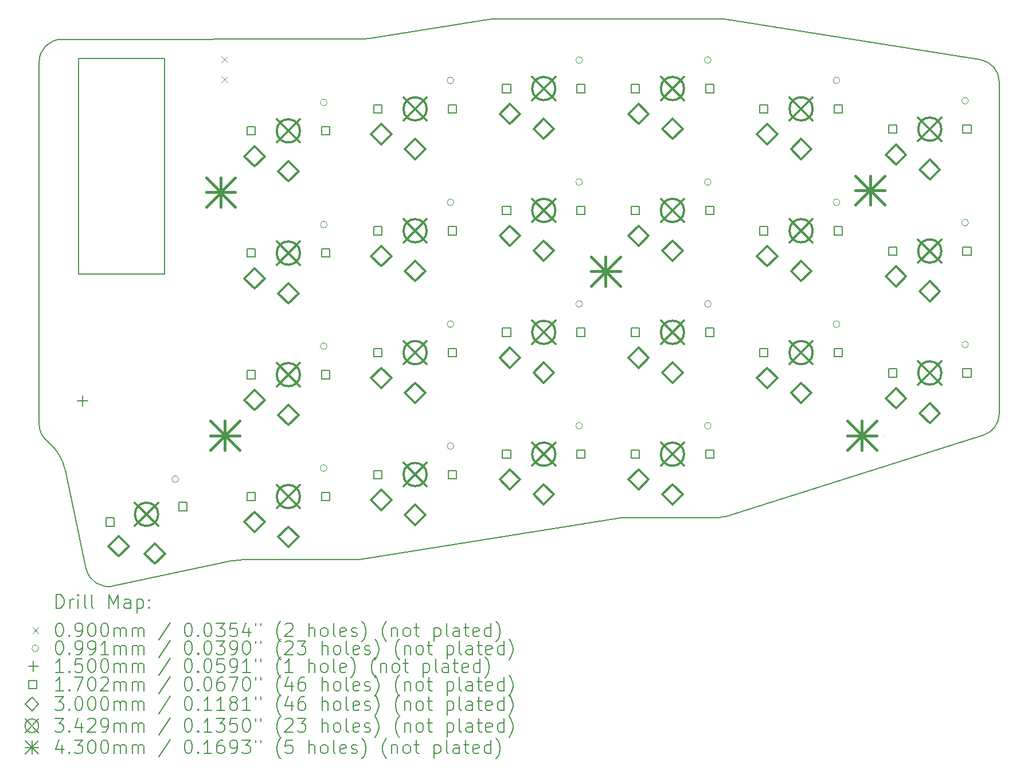
<source format=gbr>
%TF.GenerationSoftware,KiCad,Pcbnew,7.0.5-0*%
%TF.CreationDate,2023-09-10T21:20:12+09:30*%
%TF.ProjectId,Rolio,526f6c69-6f2e-46b6-9963-61645f706362,rev?*%
%TF.SameCoordinates,Original*%
%TF.FileFunction,Drillmap*%
%TF.FilePolarity,Positive*%
%FSLAX45Y45*%
G04 Gerber Fmt 4.5, Leading zero omitted, Abs format (unit mm)*
G04 Created by KiCad (PCBNEW 7.0.5-0) date 2023-09-10 21:20:12*
%MOMM*%
%LPD*%
G01*
G04 APERTURE LIST*
%ADD10C,0.150000*%
%ADD11C,0.100000*%
%ADD12C,0.200000*%
%ADD13C,0.090000*%
%ADD14C,0.099060*%
%ADD15C,0.170180*%
%ADD16C,0.300000*%
%ADD17C,0.342900*%
%ADD18C,0.430000*%
G04 APERTURE END LIST*
D10*
X4729747Y-9305533D02*
G75*
G03*
X4855338Y-9567013I335003J3D01*
G01*
X11495884Y-3322659D02*
X14756676Y-3322659D01*
D11*
X17193950Y-9470400D02*
X17193950Y-9470400D01*
D10*
X18908780Y-9152048D02*
X18908780Y-4257662D01*
X11412474Y-3329201D02*
X9609764Y-3613735D01*
X9495734Y-3622722D02*
X5064494Y-3626109D01*
X5114817Y-9987891D02*
G75*
G03*
X4855337Y-9567013I-718947J-152819D01*
G01*
X5312250Y-3905500D02*
X6582250Y-3905500D01*
X7723554Y-11312659D02*
X9408835Y-11312659D01*
X5424013Y-11442537D02*
X5114819Y-9987891D01*
X5312250Y-7096500D02*
X5312250Y-3905500D01*
X9408835Y-11312659D02*
G75*
G03*
X9461809Y-11308444I-5J335089D01*
G01*
X14768771Y-10687659D02*
G75*
G03*
X14869576Y-10672133I-1J334999D01*
G01*
X7570739Y-11328720D02*
X5821343Y-11700566D01*
X14840086Y-3329201D02*
G75*
G03*
X14756676Y-3322659I-83406J-528379D01*
G01*
X13280432Y-10696907D02*
X9461809Y-11308444D01*
X14869576Y-10672133D02*
X18674585Y-9471522D01*
X18626009Y-3926758D02*
X14840086Y-3329201D01*
X6582250Y-3905500D02*
X6582250Y-7096500D01*
X5064494Y-3626109D02*
G75*
G03*
X4729750Y-3961109I264J-335008D01*
G01*
X4729750Y-9305533D02*
X4729750Y-3961109D01*
X18908778Y-4257662D02*
G75*
G03*
X18626009Y-3926759I-334998J2D01*
G01*
X5312250Y-7096500D02*
X6582250Y-7096500D01*
X13396658Y-10687660D02*
G75*
G03*
X13280432Y-10696907I-9J-734960D01*
G01*
X13396658Y-10687659D02*
X14768771Y-10687659D01*
X5424013Y-11442537D02*
G75*
G03*
X5821343Y-11700566I327677J69647D01*
G01*
X7723554Y-11312660D02*
G75*
G03*
X7570739Y-11328721I6J-735090D01*
G01*
X18674586Y-9471526D02*
G75*
G03*
X18908780Y-9152048I-100796J319466D01*
G01*
X11495884Y-3322659D02*
G75*
G03*
X11412474Y-3329201I6J-535091D01*
G01*
X9495734Y-3622723D02*
G75*
G03*
X9609764Y-3613735I-574J735103D01*
G01*
D12*
D13*
X7421650Y-3874800D02*
X7511650Y-3964800D01*
X7511650Y-3874800D02*
X7421650Y-3964800D01*
X7421650Y-4174800D02*
X7511650Y-4264800D01*
X7511650Y-4174800D02*
X7421650Y-4264800D01*
D14*
X6788838Y-10121096D02*
G75*
G03*
X6788838Y-10121096I-49530J0D01*
G01*
X8981530Y-4558000D02*
G75*
G03*
X8981530Y-4558000I-49530J0D01*
G01*
X8981530Y-6362500D02*
G75*
G03*
X8981530Y-6362500I-49530J0D01*
G01*
X8981530Y-8158000D02*
G75*
G03*
X8981530Y-8158000I-49530J0D01*
G01*
X8981530Y-9958000D02*
G75*
G03*
X8981530Y-9958000I-49530J0D01*
G01*
X10853530Y-4233000D02*
G75*
G03*
X10853530Y-4233000I-49530J0D01*
G01*
X10853530Y-6033000D02*
G75*
G03*
X10853530Y-6033000I-49530J0D01*
G01*
X10853530Y-7833000D02*
G75*
G03*
X10853530Y-7833000I-49530J0D01*
G01*
X10853530Y-9633000D02*
G75*
G03*
X10853530Y-9633000I-49530J0D01*
G01*
X12753530Y-3933000D02*
G75*
G03*
X12753530Y-3933000I-49530J0D01*
G01*
X12753530Y-5733000D02*
G75*
G03*
X12753530Y-5733000I-49530J0D01*
G01*
X12753530Y-7533000D02*
G75*
G03*
X12753530Y-7533000I-49530J0D01*
G01*
X12753530Y-9333000D02*
G75*
G03*
X12753530Y-9333000I-49530J0D01*
G01*
X14653530Y-3933000D02*
G75*
G03*
X14653530Y-3933000I-49530J0D01*
G01*
X14653530Y-5733000D02*
G75*
G03*
X14653530Y-5733000I-49530J0D01*
G01*
X14653530Y-7533000D02*
G75*
G03*
X14653530Y-7533000I-49530J0D01*
G01*
X14653530Y-9333000D02*
G75*
G03*
X14653530Y-9333000I-49530J0D01*
G01*
X16553530Y-4233000D02*
G75*
G03*
X16553530Y-4233000I-49530J0D01*
G01*
X16553530Y-6033000D02*
G75*
G03*
X16553530Y-6033000I-49530J0D01*
G01*
X16553530Y-7833000D02*
G75*
G03*
X16553530Y-7833000I-49530J0D01*
G01*
X18453530Y-4533000D02*
G75*
G03*
X18453530Y-4533000I-49530J0D01*
G01*
X18453530Y-6333000D02*
G75*
G03*
X18453530Y-6333000I-49530J0D01*
G01*
X18453530Y-8133000D02*
G75*
G03*
X18453530Y-8133000I-49530J0D01*
G01*
D10*
X5369750Y-8888000D02*
X5369750Y-9038000D01*
X5294750Y-8963000D02*
X5444750Y-8963000D01*
D15*
X5838225Y-10814967D02*
X5838225Y-10694631D01*
X5717888Y-10694631D01*
X5717888Y-10814967D01*
X5838225Y-10814967D01*
X6914187Y-10586264D02*
X6914187Y-10465928D01*
X6793851Y-10465928D01*
X6793851Y-10586264D01*
X6914187Y-10586264D01*
X7920168Y-5038168D02*
X7920168Y-4917832D01*
X7799832Y-4917832D01*
X7799832Y-5038168D01*
X7920168Y-5038168D01*
X7920168Y-6842668D02*
X7920168Y-6722332D01*
X7799832Y-6722332D01*
X7799832Y-6842668D01*
X7920168Y-6842668D01*
X7920168Y-8638168D02*
X7920168Y-8517832D01*
X7799832Y-8517832D01*
X7799832Y-8638168D01*
X7920168Y-8638168D01*
X7920168Y-10438168D02*
X7920168Y-10317832D01*
X7799832Y-10317832D01*
X7799832Y-10438168D01*
X7920168Y-10438168D01*
X9020168Y-5038168D02*
X9020168Y-4917832D01*
X8899832Y-4917832D01*
X8899832Y-5038168D01*
X9020168Y-5038168D01*
X9020168Y-6842668D02*
X9020168Y-6722332D01*
X8899832Y-6722332D01*
X8899832Y-6842668D01*
X9020168Y-6842668D01*
X9020168Y-8638168D02*
X9020168Y-8517832D01*
X8899832Y-8517832D01*
X8899832Y-8638168D01*
X9020168Y-8638168D01*
X9020168Y-10438168D02*
X9020168Y-10317832D01*
X8899832Y-10317832D01*
X8899832Y-10438168D01*
X9020168Y-10438168D01*
X9792168Y-4713168D02*
X9792168Y-4592832D01*
X9671832Y-4592832D01*
X9671832Y-4713168D01*
X9792168Y-4713168D01*
X9792168Y-6513168D02*
X9792168Y-6392832D01*
X9671832Y-6392832D01*
X9671832Y-6513168D01*
X9792168Y-6513168D01*
X9792168Y-8313168D02*
X9792168Y-8192832D01*
X9671832Y-8192832D01*
X9671832Y-8313168D01*
X9792168Y-8313168D01*
X9792168Y-10113168D02*
X9792168Y-9992832D01*
X9671832Y-9992832D01*
X9671832Y-10113168D01*
X9792168Y-10113168D01*
X10892168Y-4713168D02*
X10892168Y-4592832D01*
X10771832Y-4592832D01*
X10771832Y-4713168D01*
X10892168Y-4713168D01*
X10892168Y-6513168D02*
X10892168Y-6392832D01*
X10771832Y-6392832D01*
X10771832Y-6513168D01*
X10892168Y-6513168D01*
X10892168Y-8313168D02*
X10892168Y-8192832D01*
X10771832Y-8192832D01*
X10771832Y-8313168D01*
X10892168Y-8313168D01*
X10892168Y-10113168D02*
X10892168Y-9992832D01*
X10771832Y-9992832D01*
X10771832Y-10113168D01*
X10892168Y-10113168D01*
X11692168Y-4413168D02*
X11692168Y-4292832D01*
X11571832Y-4292832D01*
X11571832Y-4413168D01*
X11692168Y-4413168D01*
X11692168Y-6213168D02*
X11692168Y-6092832D01*
X11571832Y-6092832D01*
X11571832Y-6213168D01*
X11692168Y-6213168D01*
X11692168Y-8013168D02*
X11692168Y-7892832D01*
X11571832Y-7892832D01*
X11571832Y-8013168D01*
X11692168Y-8013168D01*
X11692168Y-9813168D02*
X11692168Y-9692832D01*
X11571832Y-9692832D01*
X11571832Y-9813168D01*
X11692168Y-9813168D01*
X12792168Y-4413168D02*
X12792168Y-4292832D01*
X12671832Y-4292832D01*
X12671832Y-4413168D01*
X12792168Y-4413168D01*
X12792168Y-6213168D02*
X12792168Y-6092832D01*
X12671832Y-6092832D01*
X12671832Y-6213168D01*
X12792168Y-6213168D01*
X12792168Y-8013168D02*
X12792168Y-7892832D01*
X12671832Y-7892832D01*
X12671832Y-8013168D01*
X12792168Y-8013168D01*
X12792168Y-9813168D02*
X12792168Y-9692832D01*
X12671832Y-9692832D01*
X12671832Y-9813168D01*
X12792168Y-9813168D01*
X13592168Y-4413168D02*
X13592168Y-4292832D01*
X13471832Y-4292832D01*
X13471832Y-4413168D01*
X13592168Y-4413168D01*
X13592168Y-6213168D02*
X13592168Y-6092832D01*
X13471832Y-6092832D01*
X13471832Y-6213168D01*
X13592168Y-6213168D01*
X13592168Y-8013168D02*
X13592168Y-7892832D01*
X13471832Y-7892832D01*
X13471832Y-8013168D01*
X13592168Y-8013168D01*
X13592168Y-9813168D02*
X13592168Y-9692832D01*
X13471832Y-9692832D01*
X13471832Y-9813168D01*
X13592168Y-9813168D01*
X14692168Y-4413168D02*
X14692168Y-4292832D01*
X14571832Y-4292832D01*
X14571832Y-4413168D01*
X14692168Y-4413168D01*
X14692168Y-6213168D02*
X14692168Y-6092832D01*
X14571832Y-6092832D01*
X14571832Y-6213168D01*
X14692168Y-6213168D01*
X14692168Y-8013168D02*
X14692168Y-7892832D01*
X14571832Y-7892832D01*
X14571832Y-8013168D01*
X14692168Y-8013168D01*
X14692168Y-9813168D02*
X14692168Y-9692832D01*
X14571832Y-9692832D01*
X14571832Y-9813168D01*
X14692168Y-9813168D01*
X15492168Y-4713168D02*
X15492168Y-4592832D01*
X15371832Y-4592832D01*
X15371832Y-4713168D01*
X15492168Y-4713168D01*
X15492168Y-6513168D02*
X15492168Y-6392832D01*
X15371832Y-6392832D01*
X15371832Y-6513168D01*
X15492168Y-6513168D01*
X15492168Y-8313168D02*
X15492168Y-8192832D01*
X15371832Y-8192832D01*
X15371832Y-8313168D01*
X15492168Y-8313168D01*
X16592168Y-4713168D02*
X16592168Y-4592832D01*
X16471832Y-4592832D01*
X16471832Y-4713168D01*
X16592168Y-4713168D01*
X16592168Y-6513168D02*
X16592168Y-6392832D01*
X16471832Y-6392832D01*
X16471832Y-6513168D01*
X16592168Y-6513168D01*
X16592168Y-8313168D02*
X16592168Y-8192832D01*
X16471832Y-8192832D01*
X16471832Y-8313168D01*
X16592168Y-8313168D01*
X17392168Y-5013168D02*
X17392168Y-4892832D01*
X17271832Y-4892832D01*
X17271832Y-5013168D01*
X17392168Y-5013168D01*
X17392168Y-6813168D02*
X17392168Y-6692832D01*
X17271832Y-6692832D01*
X17271832Y-6813168D01*
X17392168Y-6813168D01*
X17392168Y-8613168D02*
X17392168Y-8492832D01*
X17271832Y-8492832D01*
X17271832Y-8613168D01*
X17392168Y-8613168D01*
X18492168Y-5013168D02*
X18492168Y-4892832D01*
X18371832Y-4892832D01*
X18371832Y-5013168D01*
X18492168Y-5013168D01*
X18492168Y-6813168D02*
X18492168Y-6692832D01*
X18371832Y-6692832D01*
X18371832Y-6813168D01*
X18492168Y-6813168D01*
X18492168Y-8613168D02*
X18492168Y-8492832D01*
X18371832Y-8492832D01*
X18371832Y-8613168D01*
X18492168Y-8613168D01*
D16*
X5904931Y-11261209D02*
X6054931Y-11111209D01*
X5904931Y-10961209D01*
X5754931Y-11111209D01*
X5904931Y-11261209D01*
X6439745Y-11372445D02*
X6589745Y-11222445D01*
X6439745Y-11072445D01*
X6289745Y-11222445D01*
X6439745Y-11372445D01*
X7910000Y-5503000D02*
X8060000Y-5353000D01*
X7910000Y-5203000D01*
X7760000Y-5353000D01*
X7910000Y-5503000D01*
X7910000Y-7307500D02*
X8060000Y-7157500D01*
X7910000Y-7007500D01*
X7760000Y-7157500D01*
X7910000Y-7307500D01*
X7910000Y-9103000D02*
X8060000Y-8953000D01*
X7910000Y-8803000D01*
X7760000Y-8953000D01*
X7910000Y-9103000D01*
X7910000Y-10903000D02*
X8060000Y-10753000D01*
X7910000Y-10603000D01*
X7760000Y-10753000D01*
X7910000Y-10903000D01*
X8410000Y-5723000D02*
X8560000Y-5573000D01*
X8410000Y-5423000D01*
X8260000Y-5573000D01*
X8410000Y-5723000D01*
X8410000Y-7527500D02*
X8560000Y-7377500D01*
X8410000Y-7227500D01*
X8260000Y-7377500D01*
X8410000Y-7527500D01*
X8410000Y-9323000D02*
X8560000Y-9173000D01*
X8410000Y-9023000D01*
X8260000Y-9173000D01*
X8410000Y-9323000D01*
X8410000Y-11123000D02*
X8560000Y-10973000D01*
X8410000Y-10823000D01*
X8260000Y-10973000D01*
X8410000Y-11123000D01*
X9782000Y-5178000D02*
X9932000Y-5028000D01*
X9782000Y-4878000D01*
X9632000Y-5028000D01*
X9782000Y-5178000D01*
X9782000Y-6978000D02*
X9932000Y-6828000D01*
X9782000Y-6678000D01*
X9632000Y-6828000D01*
X9782000Y-6978000D01*
X9782000Y-8778000D02*
X9932000Y-8628000D01*
X9782000Y-8478000D01*
X9632000Y-8628000D01*
X9782000Y-8778000D01*
X9782000Y-10578000D02*
X9932000Y-10428000D01*
X9782000Y-10278000D01*
X9632000Y-10428000D01*
X9782000Y-10578000D01*
X10282000Y-5398000D02*
X10432000Y-5248000D01*
X10282000Y-5098000D01*
X10132000Y-5248000D01*
X10282000Y-5398000D01*
X10282000Y-7198000D02*
X10432000Y-7048000D01*
X10282000Y-6898000D01*
X10132000Y-7048000D01*
X10282000Y-7198000D01*
X10282000Y-8998000D02*
X10432000Y-8848000D01*
X10282000Y-8698000D01*
X10132000Y-8848000D01*
X10282000Y-8998000D01*
X10282000Y-10798000D02*
X10432000Y-10648000D01*
X10282000Y-10498000D01*
X10132000Y-10648000D01*
X10282000Y-10798000D01*
X11682000Y-4878000D02*
X11832000Y-4728000D01*
X11682000Y-4578000D01*
X11532000Y-4728000D01*
X11682000Y-4878000D01*
X11682000Y-6678000D02*
X11832000Y-6528000D01*
X11682000Y-6378000D01*
X11532000Y-6528000D01*
X11682000Y-6678000D01*
X11682000Y-8478000D02*
X11832000Y-8328000D01*
X11682000Y-8178000D01*
X11532000Y-8328000D01*
X11682000Y-8478000D01*
X11682000Y-10278000D02*
X11832000Y-10128000D01*
X11682000Y-9978000D01*
X11532000Y-10128000D01*
X11682000Y-10278000D01*
X12182000Y-5098000D02*
X12332000Y-4948000D01*
X12182000Y-4798000D01*
X12032000Y-4948000D01*
X12182000Y-5098000D01*
X12182000Y-6898000D02*
X12332000Y-6748000D01*
X12182000Y-6598000D01*
X12032000Y-6748000D01*
X12182000Y-6898000D01*
X12182000Y-8698000D02*
X12332000Y-8548000D01*
X12182000Y-8398000D01*
X12032000Y-8548000D01*
X12182000Y-8698000D01*
X12182000Y-10498000D02*
X12332000Y-10348000D01*
X12182000Y-10198000D01*
X12032000Y-10348000D01*
X12182000Y-10498000D01*
X13582000Y-4878000D02*
X13732000Y-4728000D01*
X13582000Y-4578000D01*
X13432000Y-4728000D01*
X13582000Y-4878000D01*
X13582000Y-6678000D02*
X13732000Y-6528000D01*
X13582000Y-6378000D01*
X13432000Y-6528000D01*
X13582000Y-6678000D01*
X13582000Y-8478000D02*
X13732000Y-8328000D01*
X13582000Y-8178000D01*
X13432000Y-8328000D01*
X13582000Y-8478000D01*
X13582000Y-10278000D02*
X13732000Y-10128000D01*
X13582000Y-9978000D01*
X13432000Y-10128000D01*
X13582000Y-10278000D01*
X14082000Y-5098000D02*
X14232000Y-4948000D01*
X14082000Y-4798000D01*
X13932000Y-4948000D01*
X14082000Y-5098000D01*
X14082000Y-6898000D02*
X14232000Y-6748000D01*
X14082000Y-6598000D01*
X13932000Y-6748000D01*
X14082000Y-6898000D01*
X14082000Y-8698000D02*
X14232000Y-8548000D01*
X14082000Y-8398000D01*
X13932000Y-8548000D01*
X14082000Y-8698000D01*
X14082000Y-10498000D02*
X14232000Y-10348000D01*
X14082000Y-10198000D01*
X13932000Y-10348000D01*
X14082000Y-10498000D01*
X15482000Y-5178000D02*
X15632000Y-5028000D01*
X15482000Y-4878000D01*
X15332000Y-5028000D01*
X15482000Y-5178000D01*
X15482000Y-6978000D02*
X15632000Y-6828000D01*
X15482000Y-6678000D01*
X15332000Y-6828000D01*
X15482000Y-6978000D01*
X15482000Y-8778000D02*
X15632000Y-8628000D01*
X15482000Y-8478000D01*
X15332000Y-8628000D01*
X15482000Y-8778000D01*
X15982000Y-5398000D02*
X16132000Y-5248000D01*
X15982000Y-5098000D01*
X15832000Y-5248000D01*
X15982000Y-5398000D01*
X15982000Y-7198000D02*
X16132000Y-7048000D01*
X15982000Y-6898000D01*
X15832000Y-7048000D01*
X15982000Y-7198000D01*
X15982000Y-8998000D02*
X16132000Y-8848000D01*
X15982000Y-8698000D01*
X15832000Y-8848000D01*
X15982000Y-8998000D01*
X17382000Y-5478000D02*
X17532000Y-5328000D01*
X17382000Y-5178000D01*
X17232000Y-5328000D01*
X17382000Y-5478000D01*
X17382000Y-7278000D02*
X17532000Y-7128000D01*
X17382000Y-6978000D01*
X17232000Y-7128000D01*
X17382000Y-7278000D01*
X17382000Y-9078000D02*
X17532000Y-8928000D01*
X17382000Y-8778000D01*
X17232000Y-8928000D01*
X17382000Y-9078000D01*
X17882000Y-5698000D02*
X18032000Y-5548000D01*
X17882000Y-5398000D01*
X17732000Y-5548000D01*
X17882000Y-5698000D01*
X17882000Y-7498000D02*
X18032000Y-7348000D01*
X17882000Y-7198000D01*
X17732000Y-7348000D01*
X17882000Y-7498000D01*
X17882000Y-9298000D02*
X18032000Y-9148000D01*
X17882000Y-8998000D01*
X17732000Y-9148000D01*
X17882000Y-9298000D01*
D17*
X6144588Y-10468998D02*
X6487488Y-10811898D01*
X6487488Y-10468998D02*
X6144588Y-10811898D01*
X6487488Y-10640448D02*
G75*
G03*
X6487488Y-10640448I-171450J0D01*
G01*
X8238550Y-4806550D02*
X8581450Y-5149450D01*
X8581450Y-4806550D02*
X8238550Y-5149450D01*
X8581450Y-4978000D02*
G75*
G03*
X8581450Y-4978000I-171450J0D01*
G01*
X8238550Y-6611050D02*
X8581450Y-6953950D01*
X8581450Y-6611050D02*
X8238550Y-6953950D01*
X8581450Y-6782500D02*
G75*
G03*
X8581450Y-6782500I-171450J0D01*
G01*
X8238550Y-8406550D02*
X8581450Y-8749450D01*
X8581450Y-8406550D02*
X8238550Y-8749450D01*
X8581450Y-8578000D02*
G75*
G03*
X8581450Y-8578000I-171450J0D01*
G01*
X8238550Y-10206550D02*
X8581450Y-10549450D01*
X8581450Y-10206550D02*
X8238550Y-10549450D01*
X8581450Y-10378000D02*
G75*
G03*
X8581450Y-10378000I-171450J0D01*
G01*
X10110550Y-4481550D02*
X10453450Y-4824450D01*
X10453450Y-4481550D02*
X10110550Y-4824450D01*
X10453450Y-4653000D02*
G75*
G03*
X10453450Y-4653000I-171450J0D01*
G01*
X10110550Y-6281550D02*
X10453450Y-6624450D01*
X10453450Y-6281550D02*
X10110550Y-6624450D01*
X10453450Y-6453000D02*
G75*
G03*
X10453450Y-6453000I-171450J0D01*
G01*
X10110550Y-8081550D02*
X10453450Y-8424450D01*
X10453450Y-8081550D02*
X10110550Y-8424450D01*
X10453450Y-8253000D02*
G75*
G03*
X10453450Y-8253000I-171450J0D01*
G01*
X10110550Y-9881550D02*
X10453450Y-10224450D01*
X10453450Y-9881550D02*
X10110550Y-10224450D01*
X10453450Y-10053000D02*
G75*
G03*
X10453450Y-10053000I-171450J0D01*
G01*
X12010550Y-4181550D02*
X12353450Y-4524450D01*
X12353450Y-4181550D02*
X12010550Y-4524450D01*
X12353450Y-4353000D02*
G75*
G03*
X12353450Y-4353000I-171450J0D01*
G01*
X12010550Y-5981550D02*
X12353450Y-6324450D01*
X12353450Y-5981550D02*
X12010550Y-6324450D01*
X12353450Y-6153000D02*
G75*
G03*
X12353450Y-6153000I-171450J0D01*
G01*
X12010550Y-7781550D02*
X12353450Y-8124450D01*
X12353450Y-7781550D02*
X12010550Y-8124450D01*
X12353450Y-7953000D02*
G75*
G03*
X12353450Y-7953000I-171450J0D01*
G01*
X12010550Y-9581550D02*
X12353450Y-9924450D01*
X12353450Y-9581550D02*
X12010550Y-9924450D01*
X12353450Y-9753000D02*
G75*
G03*
X12353450Y-9753000I-171450J0D01*
G01*
X13910550Y-4181550D02*
X14253450Y-4524450D01*
X14253450Y-4181550D02*
X13910550Y-4524450D01*
X14253450Y-4353000D02*
G75*
G03*
X14253450Y-4353000I-171450J0D01*
G01*
X13910550Y-5981550D02*
X14253450Y-6324450D01*
X14253450Y-5981550D02*
X13910550Y-6324450D01*
X14253450Y-6153000D02*
G75*
G03*
X14253450Y-6153000I-171450J0D01*
G01*
X13910550Y-7781550D02*
X14253450Y-8124450D01*
X14253450Y-7781550D02*
X13910550Y-8124450D01*
X14253450Y-7953000D02*
G75*
G03*
X14253450Y-7953000I-171450J0D01*
G01*
X13910550Y-9581550D02*
X14253450Y-9924450D01*
X14253450Y-9581550D02*
X13910550Y-9924450D01*
X14253450Y-9753000D02*
G75*
G03*
X14253450Y-9753000I-171450J0D01*
G01*
X15810550Y-4481550D02*
X16153450Y-4824450D01*
X16153450Y-4481550D02*
X15810550Y-4824450D01*
X16153450Y-4653000D02*
G75*
G03*
X16153450Y-4653000I-171450J0D01*
G01*
X15810550Y-6281550D02*
X16153450Y-6624450D01*
X16153450Y-6281550D02*
X15810550Y-6624450D01*
X16153450Y-6453000D02*
G75*
G03*
X16153450Y-6453000I-171450J0D01*
G01*
X15810550Y-8081550D02*
X16153450Y-8424450D01*
X16153450Y-8081550D02*
X15810550Y-8424450D01*
X16153450Y-8253000D02*
G75*
G03*
X16153450Y-8253000I-171450J0D01*
G01*
X17710550Y-4781550D02*
X18053450Y-5124450D01*
X18053450Y-4781550D02*
X17710550Y-5124450D01*
X18053450Y-4953000D02*
G75*
G03*
X18053450Y-4953000I-171450J0D01*
G01*
X17710550Y-6581550D02*
X18053450Y-6924450D01*
X18053450Y-6581550D02*
X17710550Y-6924450D01*
X18053450Y-6753000D02*
G75*
G03*
X18053450Y-6753000I-171450J0D01*
G01*
X17710550Y-8381550D02*
X18053450Y-8724450D01*
X18053450Y-8381550D02*
X17710550Y-8724450D01*
X18053450Y-8553000D02*
G75*
G03*
X18053450Y-8553000I-171450J0D01*
G01*
D18*
X7195950Y-5669000D02*
X7625950Y-6099000D01*
X7625950Y-5669000D02*
X7195950Y-6099000D01*
X7410950Y-5669000D02*
X7410950Y-6099000D01*
X7195950Y-5884000D02*
X7625950Y-5884000D01*
X7259750Y-9263400D02*
X7689750Y-9693400D01*
X7689750Y-9263400D02*
X7259750Y-9693400D01*
X7474750Y-9263400D02*
X7474750Y-9693400D01*
X7259750Y-9478400D02*
X7689750Y-9478400D01*
X12881200Y-6837600D02*
X13311200Y-7267600D01*
X13311200Y-6837600D02*
X12881200Y-7267600D01*
X13096200Y-6837600D02*
X13096200Y-7267600D01*
X12881200Y-7052600D02*
X13311200Y-7052600D01*
X16664750Y-9262800D02*
X17094750Y-9692800D01*
X17094750Y-9262800D02*
X16664750Y-9692800D01*
X16879750Y-9262800D02*
X16879750Y-9692800D01*
X16664750Y-9477800D02*
X17094750Y-9477800D01*
X16788250Y-5642200D02*
X17218250Y-6072200D01*
X17218250Y-5642200D02*
X16788250Y-6072200D01*
X17003250Y-5642200D02*
X17003250Y-6072200D01*
X16788250Y-5857200D02*
X17218250Y-5857200D01*
D12*
X4983027Y-12026871D02*
X4983027Y-11826871D01*
X4983027Y-11826871D02*
X5030646Y-11826871D01*
X5030646Y-11826871D02*
X5059217Y-11836395D01*
X5059217Y-11836395D02*
X5078265Y-11855442D01*
X5078265Y-11855442D02*
X5087789Y-11874490D01*
X5087789Y-11874490D02*
X5097313Y-11912585D01*
X5097313Y-11912585D02*
X5097313Y-11941157D01*
X5097313Y-11941157D02*
X5087789Y-11979252D01*
X5087789Y-11979252D02*
X5078265Y-11998299D01*
X5078265Y-11998299D02*
X5059217Y-12017347D01*
X5059217Y-12017347D02*
X5030646Y-12026871D01*
X5030646Y-12026871D02*
X4983027Y-12026871D01*
X5183027Y-12026871D02*
X5183027Y-11893538D01*
X5183027Y-11931633D02*
X5192551Y-11912585D01*
X5192551Y-11912585D02*
X5202074Y-11903061D01*
X5202074Y-11903061D02*
X5221122Y-11893538D01*
X5221122Y-11893538D02*
X5240170Y-11893538D01*
X5306836Y-12026871D02*
X5306836Y-11893538D01*
X5306836Y-11826871D02*
X5297313Y-11836395D01*
X5297313Y-11836395D02*
X5306836Y-11845919D01*
X5306836Y-11845919D02*
X5316360Y-11836395D01*
X5316360Y-11836395D02*
X5306836Y-11826871D01*
X5306836Y-11826871D02*
X5306836Y-11845919D01*
X5430646Y-12026871D02*
X5411598Y-12017347D01*
X5411598Y-12017347D02*
X5402074Y-11998299D01*
X5402074Y-11998299D02*
X5402074Y-11826871D01*
X5535408Y-12026871D02*
X5516360Y-12017347D01*
X5516360Y-12017347D02*
X5506836Y-11998299D01*
X5506836Y-11998299D02*
X5506836Y-11826871D01*
X5763979Y-12026871D02*
X5763979Y-11826871D01*
X5763979Y-11826871D02*
X5830646Y-11969728D01*
X5830646Y-11969728D02*
X5897312Y-11826871D01*
X5897312Y-11826871D02*
X5897312Y-12026871D01*
X6078265Y-12026871D02*
X6078265Y-11922109D01*
X6078265Y-11922109D02*
X6068741Y-11903061D01*
X6068741Y-11903061D02*
X6049693Y-11893538D01*
X6049693Y-11893538D02*
X6011598Y-11893538D01*
X6011598Y-11893538D02*
X5992551Y-11903061D01*
X6078265Y-12017347D02*
X6059217Y-12026871D01*
X6059217Y-12026871D02*
X6011598Y-12026871D01*
X6011598Y-12026871D02*
X5992551Y-12017347D01*
X5992551Y-12017347D02*
X5983027Y-11998299D01*
X5983027Y-11998299D02*
X5983027Y-11979252D01*
X5983027Y-11979252D02*
X5992551Y-11960204D01*
X5992551Y-11960204D02*
X6011598Y-11950680D01*
X6011598Y-11950680D02*
X6059217Y-11950680D01*
X6059217Y-11950680D02*
X6078265Y-11941157D01*
X6173503Y-11893538D02*
X6173503Y-12093538D01*
X6173503Y-11903061D02*
X6192551Y-11893538D01*
X6192551Y-11893538D02*
X6230646Y-11893538D01*
X6230646Y-11893538D02*
X6249693Y-11903061D01*
X6249693Y-11903061D02*
X6259217Y-11912585D01*
X6259217Y-11912585D02*
X6268741Y-11931633D01*
X6268741Y-11931633D02*
X6268741Y-11988776D01*
X6268741Y-11988776D02*
X6259217Y-12007823D01*
X6259217Y-12007823D02*
X6249693Y-12017347D01*
X6249693Y-12017347D02*
X6230646Y-12026871D01*
X6230646Y-12026871D02*
X6192551Y-12026871D01*
X6192551Y-12026871D02*
X6173503Y-12017347D01*
X6354455Y-12007823D02*
X6363979Y-12017347D01*
X6363979Y-12017347D02*
X6354455Y-12026871D01*
X6354455Y-12026871D02*
X6344932Y-12017347D01*
X6344932Y-12017347D02*
X6354455Y-12007823D01*
X6354455Y-12007823D02*
X6354455Y-12026871D01*
X6354455Y-11903061D02*
X6363979Y-11912585D01*
X6363979Y-11912585D02*
X6354455Y-11922109D01*
X6354455Y-11922109D02*
X6344932Y-11912585D01*
X6344932Y-11912585D02*
X6354455Y-11903061D01*
X6354455Y-11903061D02*
X6354455Y-11922109D01*
D13*
X4632250Y-12310387D02*
X4722250Y-12400387D01*
X4722250Y-12310387D02*
X4632250Y-12400387D01*
D12*
X5021122Y-12246871D02*
X5040170Y-12246871D01*
X5040170Y-12246871D02*
X5059217Y-12256395D01*
X5059217Y-12256395D02*
X5068741Y-12265919D01*
X5068741Y-12265919D02*
X5078265Y-12284966D01*
X5078265Y-12284966D02*
X5087789Y-12323061D01*
X5087789Y-12323061D02*
X5087789Y-12370680D01*
X5087789Y-12370680D02*
X5078265Y-12408776D01*
X5078265Y-12408776D02*
X5068741Y-12427823D01*
X5068741Y-12427823D02*
X5059217Y-12437347D01*
X5059217Y-12437347D02*
X5040170Y-12446871D01*
X5040170Y-12446871D02*
X5021122Y-12446871D01*
X5021122Y-12446871D02*
X5002074Y-12437347D01*
X5002074Y-12437347D02*
X4992551Y-12427823D01*
X4992551Y-12427823D02*
X4983027Y-12408776D01*
X4983027Y-12408776D02*
X4973503Y-12370680D01*
X4973503Y-12370680D02*
X4973503Y-12323061D01*
X4973503Y-12323061D02*
X4983027Y-12284966D01*
X4983027Y-12284966D02*
X4992551Y-12265919D01*
X4992551Y-12265919D02*
X5002074Y-12256395D01*
X5002074Y-12256395D02*
X5021122Y-12246871D01*
X5173503Y-12427823D02*
X5183027Y-12437347D01*
X5183027Y-12437347D02*
X5173503Y-12446871D01*
X5173503Y-12446871D02*
X5163979Y-12437347D01*
X5163979Y-12437347D02*
X5173503Y-12427823D01*
X5173503Y-12427823D02*
X5173503Y-12446871D01*
X5278265Y-12446871D02*
X5316360Y-12446871D01*
X5316360Y-12446871D02*
X5335408Y-12437347D01*
X5335408Y-12437347D02*
X5344932Y-12427823D01*
X5344932Y-12427823D02*
X5363979Y-12399252D01*
X5363979Y-12399252D02*
X5373503Y-12361157D01*
X5373503Y-12361157D02*
X5373503Y-12284966D01*
X5373503Y-12284966D02*
X5363979Y-12265919D01*
X5363979Y-12265919D02*
X5354455Y-12256395D01*
X5354455Y-12256395D02*
X5335408Y-12246871D01*
X5335408Y-12246871D02*
X5297313Y-12246871D01*
X5297313Y-12246871D02*
X5278265Y-12256395D01*
X5278265Y-12256395D02*
X5268741Y-12265919D01*
X5268741Y-12265919D02*
X5259217Y-12284966D01*
X5259217Y-12284966D02*
X5259217Y-12332585D01*
X5259217Y-12332585D02*
X5268741Y-12351633D01*
X5268741Y-12351633D02*
X5278265Y-12361157D01*
X5278265Y-12361157D02*
X5297313Y-12370680D01*
X5297313Y-12370680D02*
X5335408Y-12370680D01*
X5335408Y-12370680D02*
X5354455Y-12361157D01*
X5354455Y-12361157D02*
X5363979Y-12351633D01*
X5363979Y-12351633D02*
X5373503Y-12332585D01*
X5497313Y-12246871D02*
X5516360Y-12246871D01*
X5516360Y-12246871D02*
X5535408Y-12256395D01*
X5535408Y-12256395D02*
X5544932Y-12265919D01*
X5544932Y-12265919D02*
X5554455Y-12284966D01*
X5554455Y-12284966D02*
X5563979Y-12323061D01*
X5563979Y-12323061D02*
X5563979Y-12370680D01*
X5563979Y-12370680D02*
X5554455Y-12408776D01*
X5554455Y-12408776D02*
X5544932Y-12427823D01*
X5544932Y-12427823D02*
X5535408Y-12437347D01*
X5535408Y-12437347D02*
X5516360Y-12446871D01*
X5516360Y-12446871D02*
X5497313Y-12446871D01*
X5497313Y-12446871D02*
X5478265Y-12437347D01*
X5478265Y-12437347D02*
X5468741Y-12427823D01*
X5468741Y-12427823D02*
X5459217Y-12408776D01*
X5459217Y-12408776D02*
X5449694Y-12370680D01*
X5449694Y-12370680D02*
X5449694Y-12323061D01*
X5449694Y-12323061D02*
X5459217Y-12284966D01*
X5459217Y-12284966D02*
X5468741Y-12265919D01*
X5468741Y-12265919D02*
X5478265Y-12256395D01*
X5478265Y-12256395D02*
X5497313Y-12246871D01*
X5687789Y-12246871D02*
X5706836Y-12246871D01*
X5706836Y-12246871D02*
X5725884Y-12256395D01*
X5725884Y-12256395D02*
X5735408Y-12265919D01*
X5735408Y-12265919D02*
X5744932Y-12284966D01*
X5744932Y-12284966D02*
X5754455Y-12323061D01*
X5754455Y-12323061D02*
X5754455Y-12370680D01*
X5754455Y-12370680D02*
X5744932Y-12408776D01*
X5744932Y-12408776D02*
X5735408Y-12427823D01*
X5735408Y-12427823D02*
X5725884Y-12437347D01*
X5725884Y-12437347D02*
X5706836Y-12446871D01*
X5706836Y-12446871D02*
X5687789Y-12446871D01*
X5687789Y-12446871D02*
X5668741Y-12437347D01*
X5668741Y-12437347D02*
X5659217Y-12427823D01*
X5659217Y-12427823D02*
X5649693Y-12408776D01*
X5649693Y-12408776D02*
X5640170Y-12370680D01*
X5640170Y-12370680D02*
X5640170Y-12323061D01*
X5640170Y-12323061D02*
X5649693Y-12284966D01*
X5649693Y-12284966D02*
X5659217Y-12265919D01*
X5659217Y-12265919D02*
X5668741Y-12256395D01*
X5668741Y-12256395D02*
X5687789Y-12246871D01*
X5840170Y-12446871D02*
X5840170Y-12313538D01*
X5840170Y-12332585D02*
X5849693Y-12323061D01*
X5849693Y-12323061D02*
X5868741Y-12313538D01*
X5868741Y-12313538D02*
X5897313Y-12313538D01*
X5897313Y-12313538D02*
X5916360Y-12323061D01*
X5916360Y-12323061D02*
X5925884Y-12342109D01*
X5925884Y-12342109D02*
X5925884Y-12446871D01*
X5925884Y-12342109D02*
X5935408Y-12323061D01*
X5935408Y-12323061D02*
X5954455Y-12313538D01*
X5954455Y-12313538D02*
X5983027Y-12313538D01*
X5983027Y-12313538D02*
X6002074Y-12323061D01*
X6002074Y-12323061D02*
X6011598Y-12342109D01*
X6011598Y-12342109D02*
X6011598Y-12446871D01*
X6106836Y-12446871D02*
X6106836Y-12313538D01*
X6106836Y-12332585D02*
X6116360Y-12323061D01*
X6116360Y-12323061D02*
X6135408Y-12313538D01*
X6135408Y-12313538D02*
X6163979Y-12313538D01*
X6163979Y-12313538D02*
X6183027Y-12323061D01*
X6183027Y-12323061D02*
X6192551Y-12342109D01*
X6192551Y-12342109D02*
X6192551Y-12446871D01*
X6192551Y-12342109D02*
X6202074Y-12323061D01*
X6202074Y-12323061D02*
X6221122Y-12313538D01*
X6221122Y-12313538D02*
X6249693Y-12313538D01*
X6249693Y-12313538D02*
X6268741Y-12323061D01*
X6268741Y-12323061D02*
X6278265Y-12342109D01*
X6278265Y-12342109D02*
X6278265Y-12446871D01*
X6668741Y-12237347D02*
X6497313Y-12494490D01*
X6925884Y-12246871D02*
X6944932Y-12246871D01*
X6944932Y-12246871D02*
X6963979Y-12256395D01*
X6963979Y-12256395D02*
X6973503Y-12265919D01*
X6973503Y-12265919D02*
X6983027Y-12284966D01*
X6983027Y-12284966D02*
X6992551Y-12323061D01*
X6992551Y-12323061D02*
X6992551Y-12370680D01*
X6992551Y-12370680D02*
X6983027Y-12408776D01*
X6983027Y-12408776D02*
X6973503Y-12427823D01*
X6973503Y-12427823D02*
X6963979Y-12437347D01*
X6963979Y-12437347D02*
X6944932Y-12446871D01*
X6944932Y-12446871D02*
X6925884Y-12446871D01*
X6925884Y-12446871D02*
X6906836Y-12437347D01*
X6906836Y-12437347D02*
X6897313Y-12427823D01*
X6897313Y-12427823D02*
X6887789Y-12408776D01*
X6887789Y-12408776D02*
X6878265Y-12370680D01*
X6878265Y-12370680D02*
X6878265Y-12323061D01*
X6878265Y-12323061D02*
X6887789Y-12284966D01*
X6887789Y-12284966D02*
X6897313Y-12265919D01*
X6897313Y-12265919D02*
X6906836Y-12256395D01*
X6906836Y-12256395D02*
X6925884Y-12246871D01*
X7078265Y-12427823D02*
X7087789Y-12437347D01*
X7087789Y-12437347D02*
X7078265Y-12446871D01*
X7078265Y-12446871D02*
X7068741Y-12437347D01*
X7068741Y-12437347D02*
X7078265Y-12427823D01*
X7078265Y-12427823D02*
X7078265Y-12446871D01*
X7211598Y-12246871D02*
X7230646Y-12246871D01*
X7230646Y-12246871D02*
X7249694Y-12256395D01*
X7249694Y-12256395D02*
X7259217Y-12265919D01*
X7259217Y-12265919D02*
X7268741Y-12284966D01*
X7268741Y-12284966D02*
X7278265Y-12323061D01*
X7278265Y-12323061D02*
X7278265Y-12370680D01*
X7278265Y-12370680D02*
X7268741Y-12408776D01*
X7268741Y-12408776D02*
X7259217Y-12427823D01*
X7259217Y-12427823D02*
X7249694Y-12437347D01*
X7249694Y-12437347D02*
X7230646Y-12446871D01*
X7230646Y-12446871D02*
X7211598Y-12446871D01*
X7211598Y-12446871D02*
X7192551Y-12437347D01*
X7192551Y-12437347D02*
X7183027Y-12427823D01*
X7183027Y-12427823D02*
X7173503Y-12408776D01*
X7173503Y-12408776D02*
X7163979Y-12370680D01*
X7163979Y-12370680D02*
X7163979Y-12323061D01*
X7163979Y-12323061D02*
X7173503Y-12284966D01*
X7173503Y-12284966D02*
X7183027Y-12265919D01*
X7183027Y-12265919D02*
X7192551Y-12256395D01*
X7192551Y-12256395D02*
X7211598Y-12246871D01*
X7344932Y-12246871D02*
X7468741Y-12246871D01*
X7468741Y-12246871D02*
X7402075Y-12323061D01*
X7402075Y-12323061D02*
X7430646Y-12323061D01*
X7430646Y-12323061D02*
X7449694Y-12332585D01*
X7449694Y-12332585D02*
X7459217Y-12342109D01*
X7459217Y-12342109D02*
X7468741Y-12361157D01*
X7468741Y-12361157D02*
X7468741Y-12408776D01*
X7468741Y-12408776D02*
X7459217Y-12427823D01*
X7459217Y-12427823D02*
X7449694Y-12437347D01*
X7449694Y-12437347D02*
X7430646Y-12446871D01*
X7430646Y-12446871D02*
X7373503Y-12446871D01*
X7373503Y-12446871D02*
X7354456Y-12437347D01*
X7354456Y-12437347D02*
X7344932Y-12427823D01*
X7649694Y-12246871D02*
X7554456Y-12246871D01*
X7554456Y-12246871D02*
X7544932Y-12342109D01*
X7544932Y-12342109D02*
X7554456Y-12332585D01*
X7554456Y-12332585D02*
X7573503Y-12323061D01*
X7573503Y-12323061D02*
X7621122Y-12323061D01*
X7621122Y-12323061D02*
X7640170Y-12332585D01*
X7640170Y-12332585D02*
X7649694Y-12342109D01*
X7649694Y-12342109D02*
X7659217Y-12361157D01*
X7659217Y-12361157D02*
X7659217Y-12408776D01*
X7659217Y-12408776D02*
X7649694Y-12427823D01*
X7649694Y-12427823D02*
X7640170Y-12437347D01*
X7640170Y-12437347D02*
X7621122Y-12446871D01*
X7621122Y-12446871D02*
X7573503Y-12446871D01*
X7573503Y-12446871D02*
X7554456Y-12437347D01*
X7554456Y-12437347D02*
X7544932Y-12427823D01*
X7830646Y-12313538D02*
X7830646Y-12446871D01*
X7783027Y-12237347D02*
X7735408Y-12380204D01*
X7735408Y-12380204D02*
X7859217Y-12380204D01*
X7925884Y-12246871D02*
X7925884Y-12284966D01*
X8002075Y-12246871D02*
X8002075Y-12284966D01*
X8297313Y-12523061D02*
X8287789Y-12513538D01*
X8287789Y-12513538D02*
X8268741Y-12484966D01*
X8268741Y-12484966D02*
X8259218Y-12465919D01*
X8259218Y-12465919D02*
X8249694Y-12437347D01*
X8249694Y-12437347D02*
X8240170Y-12389728D01*
X8240170Y-12389728D02*
X8240170Y-12351633D01*
X8240170Y-12351633D02*
X8249694Y-12304014D01*
X8249694Y-12304014D02*
X8259218Y-12275442D01*
X8259218Y-12275442D02*
X8268741Y-12256395D01*
X8268741Y-12256395D02*
X8287789Y-12227823D01*
X8287789Y-12227823D02*
X8297313Y-12218299D01*
X8363979Y-12265919D02*
X8373503Y-12256395D01*
X8373503Y-12256395D02*
X8392551Y-12246871D01*
X8392551Y-12246871D02*
X8440170Y-12246871D01*
X8440170Y-12246871D02*
X8459218Y-12256395D01*
X8459218Y-12256395D02*
X8468741Y-12265919D01*
X8468741Y-12265919D02*
X8478265Y-12284966D01*
X8478265Y-12284966D02*
X8478265Y-12304014D01*
X8478265Y-12304014D02*
X8468741Y-12332585D01*
X8468741Y-12332585D02*
X8354456Y-12446871D01*
X8354456Y-12446871D02*
X8478265Y-12446871D01*
X8716361Y-12446871D02*
X8716361Y-12246871D01*
X8802075Y-12446871D02*
X8802075Y-12342109D01*
X8802075Y-12342109D02*
X8792551Y-12323061D01*
X8792551Y-12323061D02*
X8773503Y-12313538D01*
X8773503Y-12313538D02*
X8744932Y-12313538D01*
X8744932Y-12313538D02*
X8725884Y-12323061D01*
X8725884Y-12323061D02*
X8716361Y-12332585D01*
X8925884Y-12446871D02*
X8906837Y-12437347D01*
X8906837Y-12437347D02*
X8897313Y-12427823D01*
X8897313Y-12427823D02*
X8887789Y-12408776D01*
X8887789Y-12408776D02*
X8887789Y-12351633D01*
X8887789Y-12351633D02*
X8897313Y-12332585D01*
X8897313Y-12332585D02*
X8906837Y-12323061D01*
X8906837Y-12323061D02*
X8925884Y-12313538D01*
X8925884Y-12313538D02*
X8954456Y-12313538D01*
X8954456Y-12313538D02*
X8973503Y-12323061D01*
X8973503Y-12323061D02*
X8983027Y-12332585D01*
X8983027Y-12332585D02*
X8992551Y-12351633D01*
X8992551Y-12351633D02*
X8992551Y-12408776D01*
X8992551Y-12408776D02*
X8983027Y-12427823D01*
X8983027Y-12427823D02*
X8973503Y-12437347D01*
X8973503Y-12437347D02*
X8954456Y-12446871D01*
X8954456Y-12446871D02*
X8925884Y-12446871D01*
X9106837Y-12446871D02*
X9087789Y-12437347D01*
X9087789Y-12437347D02*
X9078265Y-12418299D01*
X9078265Y-12418299D02*
X9078265Y-12246871D01*
X9259218Y-12437347D02*
X9240170Y-12446871D01*
X9240170Y-12446871D02*
X9202075Y-12446871D01*
X9202075Y-12446871D02*
X9183027Y-12437347D01*
X9183027Y-12437347D02*
X9173503Y-12418299D01*
X9173503Y-12418299D02*
X9173503Y-12342109D01*
X9173503Y-12342109D02*
X9183027Y-12323061D01*
X9183027Y-12323061D02*
X9202075Y-12313538D01*
X9202075Y-12313538D02*
X9240170Y-12313538D01*
X9240170Y-12313538D02*
X9259218Y-12323061D01*
X9259218Y-12323061D02*
X9268742Y-12342109D01*
X9268742Y-12342109D02*
X9268742Y-12361157D01*
X9268742Y-12361157D02*
X9173503Y-12380204D01*
X9344932Y-12437347D02*
X9363980Y-12446871D01*
X9363980Y-12446871D02*
X9402075Y-12446871D01*
X9402075Y-12446871D02*
X9421123Y-12437347D01*
X9421123Y-12437347D02*
X9430646Y-12418299D01*
X9430646Y-12418299D02*
X9430646Y-12408776D01*
X9430646Y-12408776D02*
X9421123Y-12389728D01*
X9421123Y-12389728D02*
X9402075Y-12380204D01*
X9402075Y-12380204D02*
X9373503Y-12380204D01*
X9373503Y-12380204D02*
X9354456Y-12370680D01*
X9354456Y-12370680D02*
X9344932Y-12351633D01*
X9344932Y-12351633D02*
X9344932Y-12342109D01*
X9344932Y-12342109D02*
X9354456Y-12323061D01*
X9354456Y-12323061D02*
X9373503Y-12313538D01*
X9373503Y-12313538D02*
X9402075Y-12313538D01*
X9402075Y-12313538D02*
X9421123Y-12323061D01*
X9497313Y-12523061D02*
X9506837Y-12513538D01*
X9506837Y-12513538D02*
X9525884Y-12484966D01*
X9525884Y-12484966D02*
X9535408Y-12465919D01*
X9535408Y-12465919D02*
X9544932Y-12437347D01*
X9544932Y-12437347D02*
X9554456Y-12389728D01*
X9554456Y-12389728D02*
X9554456Y-12351633D01*
X9554456Y-12351633D02*
X9544932Y-12304014D01*
X9544932Y-12304014D02*
X9535408Y-12275442D01*
X9535408Y-12275442D02*
X9525884Y-12256395D01*
X9525884Y-12256395D02*
X9506837Y-12227823D01*
X9506837Y-12227823D02*
X9497313Y-12218299D01*
X9859218Y-12523061D02*
X9849694Y-12513538D01*
X9849694Y-12513538D02*
X9830646Y-12484966D01*
X9830646Y-12484966D02*
X9821123Y-12465919D01*
X9821123Y-12465919D02*
X9811599Y-12437347D01*
X9811599Y-12437347D02*
X9802075Y-12389728D01*
X9802075Y-12389728D02*
X9802075Y-12351633D01*
X9802075Y-12351633D02*
X9811599Y-12304014D01*
X9811599Y-12304014D02*
X9821123Y-12275442D01*
X9821123Y-12275442D02*
X9830646Y-12256395D01*
X9830646Y-12256395D02*
X9849694Y-12227823D01*
X9849694Y-12227823D02*
X9859218Y-12218299D01*
X9935408Y-12313538D02*
X9935408Y-12446871D01*
X9935408Y-12332585D02*
X9944932Y-12323061D01*
X9944932Y-12323061D02*
X9963980Y-12313538D01*
X9963980Y-12313538D02*
X9992551Y-12313538D01*
X9992551Y-12313538D02*
X10011599Y-12323061D01*
X10011599Y-12323061D02*
X10021123Y-12342109D01*
X10021123Y-12342109D02*
X10021123Y-12446871D01*
X10144932Y-12446871D02*
X10125884Y-12437347D01*
X10125884Y-12437347D02*
X10116361Y-12427823D01*
X10116361Y-12427823D02*
X10106837Y-12408776D01*
X10106837Y-12408776D02*
X10106837Y-12351633D01*
X10106837Y-12351633D02*
X10116361Y-12332585D01*
X10116361Y-12332585D02*
X10125884Y-12323061D01*
X10125884Y-12323061D02*
X10144932Y-12313538D01*
X10144932Y-12313538D02*
X10173504Y-12313538D01*
X10173504Y-12313538D02*
X10192551Y-12323061D01*
X10192551Y-12323061D02*
X10202075Y-12332585D01*
X10202075Y-12332585D02*
X10211599Y-12351633D01*
X10211599Y-12351633D02*
X10211599Y-12408776D01*
X10211599Y-12408776D02*
X10202075Y-12427823D01*
X10202075Y-12427823D02*
X10192551Y-12437347D01*
X10192551Y-12437347D02*
X10173504Y-12446871D01*
X10173504Y-12446871D02*
X10144932Y-12446871D01*
X10268742Y-12313538D02*
X10344932Y-12313538D01*
X10297313Y-12246871D02*
X10297313Y-12418299D01*
X10297313Y-12418299D02*
X10306837Y-12437347D01*
X10306837Y-12437347D02*
X10325884Y-12446871D01*
X10325884Y-12446871D02*
X10344932Y-12446871D01*
X10563980Y-12313538D02*
X10563980Y-12513538D01*
X10563980Y-12323061D02*
X10583027Y-12313538D01*
X10583027Y-12313538D02*
X10621123Y-12313538D01*
X10621123Y-12313538D02*
X10640170Y-12323061D01*
X10640170Y-12323061D02*
X10649694Y-12332585D01*
X10649694Y-12332585D02*
X10659218Y-12351633D01*
X10659218Y-12351633D02*
X10659218Y-12408776D01*
X10659218Y-12408776D02*
X10649694Y-12427823D01*
X10649694Y-12427823D02*
X10640170Y-12437347D01*
X10640170Y-12437347D02*
X10621123Y-12446871D01*
X10621123Y-12446871D02*
X10583027Y-12446871D01*
X10583027Y-12446871D02*
X10563980Y-12437347D01*
X10773504Y-12446871D02*
X10754456Y-12437347D01*
X10754456Y-12437347D02*
X10744932Y-12418299D01*
X10744932Y-12418299D02*
X10744932Y-12246871D01*
X10935408Y-12446871D02*
X10935408Y-12342109D01*
X10935408Y-12342109D02*
X10925885Y-12323061D01*
X10925885Y-12323061D02*
X10906837Y-12313538D01*
X10906837Y-12313538D02*
X10868742Y-12313538D01*
X10868742Y-12313538D02*
X10849694Y-12323061D01*
X10935408Y-12437347D02*
X10916361Y-12446871D01*
X10916361Y-12446871D02*
X10868742Y-12446871D01*
X10868742Y-12446871D02*
X10849694Y-12437347D01*
X10849694Y-12437347D02*
X10840170Y-12418299D01*
X10840170Y-12418299D02*
X10840170Y-12399252D01*
X10840170Y-12399252D02*
X10849694Y-12380204D01*
X10849694Y-12380204D02*
X10868742Y-12370680D01*
X10868742Y-12370680D02*
X10916361Y-12370680D01*
X10916361Y-12370680D02*
X10935408Y-12361157D01*
X11002075Y-12313538D02*
X11078265Y-12313538D01*
X11030646Y-12246871D02*
X11030646Y-12418299D01*
X11030646Y-12418299D02*
X11040170Y-12437347D01*
X11040170Y-12437347D02*
X11059218Y-12446871D01*
X11059218Y-12446871D02*
X11078265Y-12446871D01*
X11221123Y-12437347D02*
X11202075Y-12446871D01*
X11202075Y-12446871D02*
X11163980Y-12446871D01*
X11163980Y-12446871D02*
X11144932Y-12437347D01*
X11144932Y-12437347D02*
X11135408Y-12418299D01*
X11135408Y-12418299D02*
X11135408Y-12342109D01*
X11135408Y-12342109D02*
X11144932Y-12323061D01*
X11144932Y-12323061D02*
X11163980Y-12313538D01*
X11163980Y-12313538D02*
X11202075Y-12313538D01*
X11202075Y-12313538D02*
X11221123Y-12323061D01*
X11221123Y-12323061D02*
X11230646Y-12342109D01*
X11230646Y-12342109D02*
X11230646Y-12361157D01*
X11230646Y-12361157D02*
X11135408Y-12380204D01*
X11402075Y-12446871D02*
X11402075Y-12246871D01*
X11402075Y-12437347D02*
X11383027Y-12446871D01*
X11383027Y-12446871D02*
X11344932Y-12446871D01*
X11344932Y-12446871D02*
X11325884Y-12437347D01*
X11325884Y-12437347D02*
X11316361Y-12427823D01*
X11316361Y-12427823D02*
X11306837Y-12408776D01*
X11306837Y-12408776D02*
X11306837Y-12351633D01*
X11306837Y-12351633D02*
X11316361Y-12332585D01*
X11316361Y-12332585D02*
X11325884Y-12323061D01*
X11325884Y-12323061D02*
X11344932Y-12313538D01*
X11344932Y-12313538D02*
X11383027Y-12313538D01*
X11383027Y-12313538D02*
X11402075Y-12323061D01*
X11478265Y-12523061D02*
X11487789Y-12513538D01*
X11487789Y-12513538D02*
X11506837Y-12484966D01*
X11506837Y-12484966D02*
X11516361Y-12465919D01*
X11516361Y-12465919D02*
X11525884Y-12437347D01*
X11525884Y-12437347D02*
X11535408Y-12389728D01*
X11535408Y-12389728D02*
X11535408Y-12351633D01*
X11535408Y-12351633D02*
X11525884Y-12304014D01*
X11525884Y-12304014D02*
X11516361Y-12275442D01*
X11516361Y-12275442D02*
X11506837Y-12256395D01*
X11506837Y-12256395D02*
X11487789Y-12227823D01*
X11487789Y-12227823D02*
X11478265Y-12218299D01*
D14*
X4722250Y-12619387D02*
G75*
G03*
X4722250Y-12619387I-49530J0D01*
G01*
D12*
X5021122Y-12510871D02*
X5040170Y-12510871D01*
X5040170Y-12510871D02*
X5059217Y-12520395D01*
X5059217Y-12520395D02*
X5068741Y-12529919D01*
X5068741Y-12529919D02*
X5078265Y-12548966D01*
X5078265Y-12548966D02*
X5087789Y-12587061D01*
X5087789Y-12587061D02*
X5087789Y-12634680D01*
X5087789Y-12634680D02*
X5078265Y-12672776D01*
X5078265Y-12672776D02*
X5068741Y-12691823D01*
X5068741Y-12691823D02*
X5059217Y-12701347D01*
X5059217Y-12701347D02*
X5040170Y-12710871D01*
X5040170Y-12710871D02*
X5021122Y-12710871D01*
X5021122Y-12710871D02*
X5002074Y-12701347D01*
X5002074Y-12701347D02*
X4992551Y-12691823D01*
X4992551Y-12691823D02*
X4983027Y-12672776D01*
X4983027Y-12672776D02*
X4973503Y-12634680D01*
X4973503Y-12634680D02*
X4973503Y-12587061D01*
X4973503Y-12587061D02*
X4983027Y-12548966D01*
X4983027Y-12548966D02*
X4992551Y-12529919D01*
X4992551Y-12529919D02*
X5002074Y-12520395D01*
X5002074Y-12520395D02*
X5021122Y-12510871D01*
X5173503Y-12691823D02*
X5183027Y-12701347D01*
X5183027Y-12701347D02*
X5173503Y-12710871D01*
X5173503Y-12710871D02*
X5163979Y-12701347D01*
X5163979Y-12701347D02*
X5173503Y-12691823D01*
X5173503Y-12691823D02*
X5173503Y-12710871D01*
X5278265Y-12710871D02*
X5316360Y-12710871D01*
X5316360Y-12710871D02*
X5335408Y-12701347D01*
X5335408Y-12701347D02*
X5344932Y-12691823D01*
X5344932Y-12691823D02*
X5363979Y-12663252D01*
X5363979Y-12663252D02*
X5373503Y-12625157D01*
X5373503Y-12625157D02*
X5373503Y-12548966D01*
X5373503Y-12548966D02*
X5363979Y-12529919D01*
X5363979Y-12529919D02*
X5354455Y-12520395D01*
X5354455Y-12520395D02*
X5335408Y-12510871D01*
X5335408Y-12510871D02*
X5297313Y-12510871D01*
X5297313Y-12510871D02*
X5278265Y-12520395D01*
X5278265Y-12520395D02*
X5268741Y-12529919D01*
X5268741Y-12529919D02*
X5259217Y-12548966D01*
X5259217Y-12548966D02*
X5259217Y-12596585D01*
X5259217Y-12596585D02*
X5268741Y-12615633D01*
X5268741Y-12615633D02*
X5278265Y-12625157D01*
X5278265Y-12625157D02*
X5297313Y-12634680D01*
X5297313Y-12634680D02*
X5335408Y-12634680D01*
X5335408Y-12634680D02*
X5354455Y-12625157D01*
X5354455Y-12625157D02*
X5363979Y-12615633D01*
X5363979Y-12615633D02*
X5373503Y-12596585D01*
X5468741Y-12710871D02*
X5506836Y-12710871D01*
X5506836Y-12710871D02*
X5525884Y-12701347D01*
X5525884Y-12701347D02*
X5535408Y-12691823D01*
X5535408Y-12691823D02*
X5554455Y-12663252D01*
X5554455Y-12663252D02*
X5563979Y-12625157D01*
X5563979Y-12625157D02*
X5563979Y-12548966D01*
X5563979Y-12548966D02*
X5554455Y-12529919D01*
X5554455Y-12529919D02*
X5544932Y-12520395D01*
X5544932Y-12520395D02*
X5525884Y-12510871D01*
X5525884Y-12510871D02*
X5487789Y-12510871D01*
X5487789Y-12510871D02*
X5468741Y-12520395D01*
X5468741Y-12520395D02*
X5459217Y-12529919D01*
X5459217Y-12529919D02*
X5449694Y-12548966D01*
X5449694Y-12548966D02*
X5449694Y-12596585D01*
X5449694Y-12596585D02*
X5459217Y-12615633D01*
X5459217Y-12615633D02*
X5468741Y-12625157D01*
X5468741Y-12625157D02*
X5487789Y-12634680D01*
X5487789Y-12634680D02*
X5525884Y-12634680D01*
X5525884Y-12634680D02*
X5544932Y-12625157D01*
X5544932Y-12625157D02*
X5554455Y-12615633D01*
X5554455Y-12615633D02*
X5563979Y-12596585D01*
X5754455Y-12710871D02*
X5640170Y-12710871D01*
X5697312Y-12710871D02*
X5697312Y-12510871D01*
X5697312Y-12510871D02*
X5678265Y-12539442D01*
X5678265Y-12539442D02*
X5659217Y-12558490D01*
X5659217Y-12558490D02*
X5640170Y-12568014D01*
X5840170Y-12710871D02*
X5840170Y-12577538D01*
X5840170Y-12596585D02*
X5849693Y-12587061D01*
X5849693Y-12587061D02*
X5868741Y-12577538D01*
X5868741Y-12577538D02*
X5897313Y-12577538D01*
X5897313Y-12577538D02*
X5916360Y-12587061D01*
X5916360Y-12587061D02*
X5925884Y-12606109D01*
X5925884Y-12606109D02*
X5925884Y-12710871D01*
X5925884Y-12606109D02*
X5935408Y-12587061D01*
X5935408Y-12587061D02*
X5954455Y-12577538D01*
X5954455Y-12577538D02*
X5983027Y-12577538D01*
X5983027Y-12577538D02*
X6002074Y-12587061D01*
X6002074Y-12587061D02*
X6011598Y-12606109D01*
X6011598Y-12606109D02*
X6011598Y-12710871D01*
X6106836Y-12710871D02*
X6106836Y-12577538D01*
X6106836Y-12596585D02*
X6116360Y-12587061D01*
X6116360Y-12587061D02*
X6135408Y-12577538D01*
X6135408Y-12577538D02*
X6163979Y-12577538D01*
X6163979Y-12577538D02*
X6183027Y-12587061D01*
X6183027Y-12587061D02*
X6192551Y-12606109D01*
X6192551Y-12606109D02*
X6192551Y-12710871D01*
X6192551Y-12606109D02*
X6202074Y-12587061D01*
X6202074Y-12587061D02*
X6221122Y-12577538D01*
X6221122Y-12577538D02*
X6249693Y-12577538D01*
X6249693Y-12577538D02*
X6268741Y-12587061D01*
X6268741Y-12587061D02*
X6278265Y-12606109D01*
X6278265Y-12606109D02*
X6278265Y-12710871D01*
X6668741Y-12501347D02*
X6497313Y-12758490D01*
X6925884Y-12510871D02*
X6944932Y-12510871D01*
X6944932Y-12510871D02*
X6963979Y-12520395D01*
X6963979Y-12520395D02*
X6973503Y-12529919D01*
X6973503Y-12529919D02*
X6983027Y-12548966D01*
X6983027Y-12548966D02*
X6992551Y-12587061D01*
X6992551Y-12587061D02*
X6992551Y-12634680D01*
X6992551Y-12634680D02*
X6983027Y-12672776D01*
X6983027Y-12672776D02*
X6973503Y-12691823D01*
X6973503Y-12691823D02*
X6963979Y-12701347D01*
X6963979Y-12701347D02*
X6944932Y-12710871D01*
X6944932Y-12710871D02*
X6925884Y-12710871D01*
X6925884Y-12710871D02*
X6906836Y-12701347D01*
X6906836Y-12701347D02*
X6897313Y-12691823D01*
X6897313Y-12691823D02*
X6887789Y-12672776D01*
X6887789Y-12672776D02*
X6878265Y-12634680D01*
X6878265Y-12634680D02*
X6878265Y-12587061D01*
X6878265Y-12587061D02*
X6887789Y-12548966D01*
X6887789Y-12548966D02*
X6897313Y-12529919D01*
X6897313Y-12529919D02*
X6906836Y-12520395D01*
X6906836Y-12520395D02*
X6925884Y-12510871D01*
X7078265Y-12691823D02*
X7087789Y-12701347D01*
X7087789Y-12701347D02*
X7078265Y-12710871D01*
X7078265Y-12710871D02*
X7068741Y-12701347D01*
X7068741Y-12701347D02*
X7078265Y-12691823D01*
X7078265Y-12691823D02*
X7078265Y-12710871D01*
X7211598Y-12510871D02*
X7230646Y-12510871D01*
X7230646Y-12510871D02*
X7249694Y-12520395D01*
X7249694Y-12520395D02*
X7259217Y-12529919D01*
X7259217Y-12529919D02*
X7268741Y-12548966D01*
X7268741Y-12548966D02*
X7278265Y-12587061D01*
X7278265Y-12587061D02*
X7278265Y-12634680D01*
X7278265Y-12634680D02*
X7268741Y-12672776D01*
X7268741Y-12672776D02*
X7259217Y-12691823D01*
X7259217Y-12691823D02*
X7249694Y-12701347D01*
X7249694Y-12701347D02*
X7230646Y-12710871D01*
X7230646Y-12710871D02*
X7211598Y-12710871D01*
X7211598Y-12710871D02*
X7192551Y-12701347D01*
X7192551Y-12701347D02*
X7183027Y-12691823D01*
X7183027Y-12691823D02*
X7173503Y-12672776D01*
X7173503Y-12672776D02*
X7163979Y-12634680D01*
X7163979Y-12634680D02*
X7163979Y-12587061D01*
X7163979Y-12587061D02*
X7173503Y-12548966D01*
X7173503Y-12548966D02*
X7183027Y-12529919D01*
X7183027Y-12529919D02*
X7192551Y-12520395D01*
X7192551Y-12520395D02*
X7211598Y-12510871D01*
X7344932Y-12510871D02*
X7468741Y-12510871D01*
X7468741Y-12510871D02*
X7402075Y-12587061D01*
X7402075Y-12587061D02*
X7430646Y-12587061D01*
X7430646Y-12587061D02*
X7449694Y-12596585D01*
X7449694Y-12596585D02*
X7459217Y-12606109D01*
X7459217Y-12606109D02*
X7468741Y-12625157D01*
X7468741Y-12625157D02*
X7468741Y-12672776D01*
X7468741Y-12672776D02*
X7459217Y-12691823D01*
X7459217Y-12691823D02*
X7449694Y-12701347D01*
X7449694Y-12701347D02*
X7430646Y-12710871D01*
X7430646Y-12710871D02*
X7373503Y-12710871D01*
X7373503Y-12710871D02*
X7354456Y-12701347D01*
X7354456Y-12701347D02*
X7344932Y-12691823D01*
X7563979Y-12710871D02*
X7602075Y-12710871D01*
X7602075Y-12710871D02*
X7621122Y-12701347D01*
X7621122Y-12701347D02*
X7630646Y-12691823D01*
X7630646Y-12691823D02*
X7649694Y-12663252D01*
X7649694Y-12663252D02*
X7659217Y-12625157D01*
X7659217Y-12625157D02*
X7659217Y-12548966D01*
X7659217Y-12548966D02*
X7649694Y-12529919D01*
X7649694Y-12529919D02*
X7640170Y-12520395D01*
X7640170Y-12520395D02*
X7621122Y-12510871D01*
X7621122Y-12510871D02*
X7583027Y-12510871D01*
X7583027Y-12510871D02*
X7563979Y-12520395D01*
X7563979Y-12520395D02*
X7554456Y-12529919D01*
X7554456Y-12529919D02*
X7544932Y-12548966D01*
X7544932Y-12548966D02*
X7544932Y-12596585D01*
X7544932Y-12596585D02*
X7554456Y-12615633D01*
X7554456Y-12615633D02*
X7563979Y-12625157D01*
X7563979Y-12625157D02*
X7583027Y-12634680D01*
X7583027Y-12634680D02*
X7621122Y-12634680D01*
X7621122Y-12634680D02*
X7640170Y-12625157D01*
X7640170Y-12625157D02*
X7649694Y-12615633D01*
X7649694Y-12615633D02*
X7659217Y-12596585D01*
X7783027Y-12510871D02*
X7802075Y-12510871D01*
X7802075Y-12510871D02*
X7821122Y-12520395D01*
X7821122Y-12520395D02*
X7830646Y-12529919D01*
X7830646Y-12529919D02*
X7840170Y-12548966D01*
X7840170Y-12548966D02*
X7849694Y-12587061D01*
X7849694Y-12587061D02*
X7849694Y-12634680D01*
X7849694Y-12634680D02*
X7840170Y-12672776D01*
X7840170Y-12672776D02*
X7830646Y-12691823D01*
X7830646Y-12691823D02*
X7821122Y-12701347D01*
X7821122Y-12701347D02*
X7802075Y-12710871D01*
X7802075Y-12710871D02*
X7783027Y-12710871D01*
X7783027Y-12710871D02*
X7763979Y-12701347D01*
X7763979Y-12701347D02*
X7754456Y-12691823D01*
X7754456Y-12691823D02*
X7744932Y-12672776D01*
X7744932Y-12672776D02*
X7735408Y-12634680D01*
X7735408Y-12634680D02*
X7735408Y-12587061D01*
X7735408Y-12587061D02*
X7744932Y-12548966D01*
X7744932Y-12548966D02*
X7754456Y-12529919D01*
X7754456Y-12529919D02*
X7763979Y-12520395D01*
X7763979Y-12520395D02*
X7783027Y-12510871D01*
X7925884Y-12510871D02*
X7925884Y-12548966D01*
X8002075Y-12510871D02*
X8002075Y-12548966D01*
X8297313Y-12787061D02*
X8287789Y-12777538D01*
X8287789Y-12777538D02*
X8268741Y-12748966D01*
X8268741Y-12748966D02*
X8259218Y-12729919D01*
X8259218Y-12729919D02*
X8249694Y-12701347D01*
X8249694Y-12701347D02*
X8240170Y-12653728D01*
X8240170Y-12653728D02*
X8240170Y-12615633D01*
X8240170Y-12615633D02*
X8249694Y-12568014D01*
X8249694Y-12568014D02*
X8259218Y-12539442D01*
X8259218Y-12539442D02*
X8268741Y-12520395D01*
X8268741Y-12520395D02*
X8287789Y-12491823D01*
X8287789Y-12491823D02*
X8297313Y-12482299D01*
X8363979Y-12529919D02*
X8373503Y-12520395D01*
X8373503Y-12520395D02*
X8392551Y-12510871D01*
X8392551Y-12510871D02*
X8440170Y-12510871D01*
X8440170Y-12510871D02*
X8459218Y-12520395D01*
X8459218Y-12520395D02*
X8468741Y-12529919D01*
X8468741Y-12529919D02*
X8478265Y-12548966D01*
X8478265Y-12548966D02*
X8478265Y-12568014D01*
X8478265Y-12568014D02*
X8468741Y-12596585D01*
X8468741Y-12596585D02*
X8354456Y-12710871D01*
X8354456Y-12710871D02*
X8478265Y-12710871D01*
X8544932Y-12510871D02*
X8668741Y-12510871D01*
X8668741Y-12510871D02*
X8602075Y-12587061D01*
X8602075Y-12587061D02*
X8630646Y-12587061D01*
X8630646Y-12587061D02*
X8649694Y-12596585D01*
X8649694Y-12596585D02*
X8659218Y-12606109D01*
X8659218Y-12606109D02*
X8668741Y-12625157D01*
X8668741Y-12625157D02*
X8668741Y-12672776D01*
X8668741Y-12672776D02*
X8659218Y-12691823D01*
X8659218Y-12691823D02*
X8649694Y-12701347D01*
X8649694Y-12701347D02*
X8630646Y-12710871D01*
X8630646Y-12710871D02*
X8573503Y-12710871D01*
X8573503Y-12710871D02*
X8554456Y-12701347D01*
X8554456Y-12701347D02*
X8544932Y-12691823D01*
X8906837Y-12710871D02*
X8906837Y-12510871D01*
X8992551Y-12710871D02*
X8992551Y-12606109D01*
X8992551Y-12606109D02*
X8983027Y-12587061D01*
X8983027Y-12587061D02*
X8963980Y-12577538D01*
X8963980Y-12577538D02*
X8935408Y-12577538D01*
X8935408Y-12577538D02*
X8916361Y-12587061D01*
X8916361Y-12587061D02*
X8906837Y-12596585D01*
X9116361Y-12710871D02*
X9097313Y-12701347D01*
X9097313Y-12701347D02*
X9087789Y-12691823D01*
X9087789Y-12691823D02*
X9078265Y-12672776D01*
X9078265Y-12672776D02*
X9078265Y-12615633D01*
X9078265Y-12615633D02*
X9087789Y-12596585D01*
X9087789Y-12596585D02*
X9097313Y-12587061D01*
X9097313Y-12587061D02*
X9116361Y-12577538D01*
X9116361Y-12577538D02*
X9144932Y-12577538D01*
X9144932Y-12577538D02*
X9163980Y-12587061D01*
X9163980Y-12587061D02*
X9173503Y-12596585D01*
X9173503Y-12596585D02*
X9183027Y-12615633D01*
X9183027Y-12615633D02*
X9183027Y-12672776D01*
X9183027Y-12672776D02*
X9173503Y-12691823D01*
X9173503Y-12691823D02*
X9163980Y-12701347D01*
X9163980Y-12701347D02*
X9144932Y-12710871D01*
X9144932Y-12710871D02*
X9116361Y-12710871D01*
X9297313Y-12710871D02*
X9278265Y-12701347D01*
X9278265Y-12701347D02*
X9268742Y-12682299D01*
X9268742Y-12682299D02*
X9268742Y-12510871D01*
X9449694Y-12701347D02*
X9430646Y-12710871D01*
X9430646Y-12710871D02*
X9392551Y-12710871D01*
X9392551Y-12710871D02*
X9373503Y-12701347D01*
X9373503Y-12701347D02*
X9363980Y-12682299D01*
X9363980Y-12682299D02*
X9363980Y-12606109D01*
X9363980Y-12606109D02*
X9373503Y-12587061D01*
X9373503Y-12587061D02*
X9392551Y-12577538D01*
X9392551Y-12577538D02*
X9430646Y-12577538D01*
X9430646Y-12577538D02*
X9449694Y-12587061D01*
X9449694Y-12587061D02*
X9459218Y-12606109D01*
X9459218Y-12606109D02*
X9459218Y-12625157D01*
X9459218Y-12625157D02*
X9363980Y-12644204D01*
X9535408Y-12701347D02*
X9554456Y-12710871D01*
X9554456Y-12710871D02*
X9592551Y-12710871D01*
X9592551Y-12710871D02*
X9611599Y-12701347D01*
X9611599Y-12701347D02*
X9621123Y-12682299D01*
X9621123Y-12682299D02*
X9621123Y-12672776D01*
X9621123Y-12672776D02*
X9611599Y-12653728D01*
X9611599Y-12653728D02*
X9592551Y-12644204D01*
X9592551Y-12644204D02*
X9563980Y-12644204D01*
X9563980Y-12644204D02*
X9544932Y-12634680D01*
X9544932Y-12634680D02*
X9535408Y-12615633D01*
X9535408Y-12615633D02*
X9535408Y-12606109D01*
X9535408Y-12606109D02*
X9544932Y-12587061D01*
X9544932Y-12587061D02*
X9563980Y-12577538D01*
X9563980Y-12577538D02*
X9592551Y-12577538D01*
X9592551Y-12577538D02*
X9611599Y-12587061D01*
X9687789Y-12787061D02*
X9697313Y-12777538D01*
X9697313Y-12777538D02*
X9716361Y-12748966D01*
X9716361Y-12748966D02*
X9725884Y-12729919D01*
X9725884Y-12729919D02*
X9735408Y-12701347D01*
X9735408Y-12701347D02*
X9744932Y-12653728D01*
X9744932Y-12653728D02*
X9744932Y-12615633D01*
X9744932Y-12615633D02*
X9735408Y-12568014D01*
X9735408Y-12568014D02*
X9725884Y-12539442D01*
X9725884Y-12539442D02*
X9716361Y-12520395D01*
X9716361Y-12520395D02*
X9697313Y-12491823D01*
X9697313Y-12491823D02*
X9687789Y-12482299D01*
X10049694Y-12787061D02*
X10040170Y-12777538D01*
X10040170Y-12777538D02*
X10021123Y-12748966D01*
X10021123Y-12748966D02*
X10011599Y-12729919D01*
X10011599Y-12729919D02*
X10002075Y-12701347D01*
X10002075Y-12701347D02*
X9992551Y-12653728D01*
X9992551Y-12653728D02*
X9992551Y-12615633D01*
X9992551Y-12615633D02*
X10002075Y-12568014D01*
X10002075Y-12568014D02*
X10011599Y-12539442D01*
X10011599Y-12539442D02*
X10021123Y-12520395D01*
X10021123Y-12520395D02*
X10040170Y-12491823D01*
X10040170Y-12491823D02*
X10049694Y-12482299D01*
X10125884Y-12577538D02*
X10125884Y-12710871D01*
X10125884Y-12596585D02*
X10135408Y-12587061D01*
X10135408Y-12587061D02*
X10154456Y-12577538D01*
X10154456Y-12577538D02*
X10183027Y-12577538D01*
X10183027Y-12577538D02*
X10202075Y-12587061D01*
X10202075Y-12587061D02*
X10211599Y-12606109D01*
X10211599Y-12606109D02*
X10211599Y-12710871D01*
X10335408Y-12710871D02*
X10316361Y-12701347D01*
X10316361Y-12701347D02*
X10306837Y-12691823D01*
X10306837Y-12691823D02*
X10297313Y-12672776D01*
X10297313Y-12672776D02*
X10297313Y-12615633D01*
X10297313Y-12615633D02*
X10306837Y-12596585D01*
X10306837Y-12596585D02*
X10316361Y-12587061D01*
X10316361Y-12587061D02*
X10335408Y-12577538D01*
X10335408Y-12577538D02*
X10363980Y-12577538D01*
X10363980Y-12577538D02*
X10383027Y-12587061D01*
X10383027Y-12587061D02*
X10392551Y-12596585D01*
X10392551Y-12596585D02*
X10402075Y-12615633D01*
X10402075Y-12615633D02*
X10402075Y-12672776D01*
X10402075Y-12672776D02*
X10392551Y-12691823D01*
X10392551Y-12691823D02*
X10383027Y-12701347D01*
X10383027Y-12701347D02*
X10363980Y-12710871D01*
X10363980Y-12710871D02*
X10335408Y-12710871D01*
X10459218Y-12577538D02*
X10535408Y-12577538D01*
X10487789Y-12510871D02*
X10487789Y-12682299D01*
X10487789Y-12682299D02*
X10497313Y-12701347D01*
X10497313Y-12701347D02*
X10516361Y-12710871D01*
X10516361Y-12710871D02*
X10535408Y-12710871D01*
X10754456Y-12577538D02*
X10754456Y-12777538D01*
X10754456Y-12587061D02*
X10773504Y-12577538D01*
X10773504Y-12577538D02*
X10811599Y-12577538D01*
X10811599Y-12577538D02*
X10830646Y-12587061D01*
X10830646Y-12587061D02*
X10840170Y-12596585D01*
X10840170Y-12596585D02*
X10849694Y-12615633D01*
X10849694Y-12615633D02*
X10849694Y-12672776D01*
X10849694Y-12672776D02*
X10840170Y-12691823D01*
X10840170Y-12691823D02*
X10830646Y-12701347D01*
X10830646Y-12701347D02*
X10811599Y-12710871D01*
X10811599Y-12710871D02*
X10773504Y-12710871D01*
X10773504Y-12710871D02*
X10754456Y-12701347D01*
X10963980Y-12710871D02*
X10944932Y-12701347D01*
X10944932Y-12701347D02*
X10935408Y-12682299D01*
X10935408Y-12682299D02*
X10935408Y-12510871D01*
X11125885Y-12710871D02*
X11125885Y-12606109D01*
X11125885Y-12606109D02*
X11116361Y-12587061D01*
X11116361Y-12587061D02*
X11097313Y-12577538D01*
X11097313Y-12577538D02*
X11059218Y-12577538D01*
X11059218Y-12577538D02*
X11040170Y-12587061D01*
X11125885Y-12701347D02*
X11106837Y-12710871D01*
X11106837Y-12710871D02*
X11059218Y-12710871D01*
X11059218Y-12710871D02*
X11040170Y-12701347D01*
X11040170Y-12701347D02*
X11030646Y-12682299D01*
X11030646Y-12682299D02*
X11030646Y-12663252D01*
X11030646Y-12663252D02*
X11040170Y-12644204D01*
X11040170Y-12644204D02*
X11059218Y-12634680D01*
X11059218Y-12634680D02*
X11106837Y-12634680D01*
X11106837Y-12634680D02*
X11125885Y-12625157D01*
X11192551Y-12577538D02*
X11268742Y-12577538D01*
X11221123Y-12510871D02*
X11221123Y-12682299D01*
X11221123Y-12682299D02*
X11230646Y-12701347D01*
X11230646Y-12701347D02*
X11249694Y-12710871D01*
X11249694Y-12710871D02*
X11268742Y-12710871D01*
X11411599Y-12701347D02*
X11392551Y-12710871D01*
X11392551Y-12710871D02*
X11354456Y-12710871D01*
X11354456Y-12710871D02*
X11335408Y-12701347D01*
X11335408Y-12701347D02*
X11325884Y-12682299D01*
X11325884Y-12682299D02*
X11325884Y-12606109D01*
X11325884Y-12606109D02*
X11335408Y-12587061D01*
X11335408Y-12587061D02*
X11354456Y-12577538D01*
X11354456Y-12577538D02*
X11392551Y-12577538D01*
X11392551Y-12577538D02*
X11411599Y-12587061D01*
X11411599Y-12587061D02*
X11421123Y-12606109D01*
X11421123Y-12606109D02*
X11421123Y-12625157D01*
X11421123Y-12625157D02*
X11325884Y-12644204D01*
X11592551Y-12710871D02*
X11592551Y-12510871D01*
X11592551Y-12701347D02*
X11573504Y-12710871D01*
X11573504Y-12710871D02*
X11535408Y-12710871D01*
X11535408Y-12710871D02*
X11516361Y-12701347D01*
X11516361Y-12701347D02*
X11506837Y-12691823D01*
X11506837Y-12691823D02*
X11497313Y-12672776D01*
X11497313Y-12672776D02*
X11497313Y-12615633D01*
X11497313Y-12615633D02*
X11506837Y-12596585D01*
X11506837Y-12596585D02*
X11516361Y-12587061D01*
X11516361Y-12587061D02*
X11535408Y-12577538D01*
X11535408Y-12577538D02*
X11573504Y-12577538D01*
X11573504Y-12577538D02*
X11592551Y-12587061D01*
X11668742Y-12787061D02*
X11678265Y-12777538D01*
X11678265Y-12777538D02*
X11697313Y-12748966D01*
X11697313Y-12748966D02*
X11706837Y-12729919D01*
X11706837Y-12729919D02*
X11716361Y-12701347D01*
X11716361Y-12701347D02*
X11725884Y-12653728D01*
X11725884Y-12653728D02*
X11725884Y-12615633D01*
X11725884Y-12615633D02*
X11716361Y-12568014D01*
X11716361Y-12568014D02*
X11706837Y-12539442D01*
X11706837Y-12539442D02*
X11697313Y-12520395D01*
X11697313Y-12520395D02*
X11678265Y-12491823D01*
X11678265Y-12491823D02*
X11668742Y-12482299D01*
D10*
X4647250Y-12808387D02*
X4647250Y-12958387D01*
X4572250Y-12883387D02*
X4722250Y-12883387D01*
D12*
X5087789Y-12974871D02*
X4973503Y-12974871D01*
X5030646Y-12974871D02*
X5030646Y-12774871D01*
X5030646Y-12774871D02*
X5011598Y-12803442D01*
X5011598Y-12803442D02*
X4992551Y-12822490D01*
X4992551Y-12822490D02*
X4973503Y-12832014D01*
X5173503Y-12955823D02*
X5183027Y-12965347D01*
X5183027Y-12965347D02*
X5173503Y-12974871D01*
X5173503Y-12974871D02*
X5163979Y-12965347D01*
X5163979Y-12965347D02*
X5173503Y-12955823D01*
X5173503Y-12955823D02*
X5173503Y-12974871D01*
X5363979Y-12774871D02*
X5268741Y-12774871D01*
X5268741Y-12774871D02*
X5259217Y-12870109D01*
X5259217Y-12870109D02*
X5268741Y-12860585D01*
X5268741Y-12860585D02*
X5287789Y-12851061D01*
X5287789Y-12851061D02*
X5335408Y-12851061D01*
X5335408Y-12851061D02*
X5354455Y-12860585D01*
X5354455Y-12860585D02*
X5363979Y-12870109D01*
X5363979Y-12870109D02*
X5373503Y-12889157D01*
X5373503Y-12889157D02*
X5373503Y-12936776D01*
X5373503Y-12936776D02*
X5363979Y-12955823D01*
X5363979Y-12955823D02*
X5354455Y-12965347D01*
X5354455Y-12965347D02*
X5335408Y-12974871D01*
X5335408Y-12974871D02*
X5287789Y-12974871D01*
X5287789Y-12974871D02*
X5268741Y-12965347D01*
X5268741Y-12965347D02*
X5259217Y-12955823D01*
X5497313Y-12774871D02*
X5516360Y-12774871D01*
X5516360Y-12774871D02*
X5535408Y-12784395D01*
X5535408Y-12784395D02*
X5544932Y-12793919D01*
X5544932Y-12793919D02*
X5554455Y-12812966D01*
X5554455Y-12812966D02*
X5563979Y-12851061D01*
X5563979Y-12851061D02*
X5563979Y-12898680D01*
X5563979Y-12898680D02*
X5554455Y-12936776D01*
X5554455Y-12936776D02*
X5544932Y-12955823D01*
X5544932Y-12955823D02*
X5535408Y-12965347D01*
X5535408Y-12965347D02*
X5516360Y-12974871D01*
X5516360Y-12974871D02*
X5497313Y-12974871D01*
X5497313Y-12974871D02*
X5478265Y-12965347D01*
X5478265Y-12965347D02*
X5468741Y-12955823D01*
X5468741Y-12955823D02*
X5459217Y-12936776D01*
X5459217Y-12936776D02*
X5449694Y-12898680D01*
X5449694Y-12898680D02*
X5449694Y-12851061D01*
X5449694Y-12851061D02*
X5459217Y-12812966D01*
X5459217Y-12812966D02*
X5468741Y-12793919D01*
X5468741Y-12793919D02*
X5478265Y-12784395D01*
X5478265Y-12784395D02*
X5497313Y-12774871D01*
X5687789Y-12774871D02*
X5706836Y-12774871D01*
X5706836Y-12774871D02*
X5725884Y-12784395D01*
X5725884Y-12784395D02*
X5735408Y-12793919D01*
X5735408Y-12793919D02*
X5744932Y-12812966D01*
X5744932Y-12812966D02*
X5754455Y-12851061D01*
X5754455Y-12851061D02*
X5754455Y-12898680D01*
X5754455Y-12898680D02*
X5744932Y-12936776D01*
X5744932Y-12936776D02*
X5735408Y-12955823D01*
X5735408Y-12955823D02*
X5725884Y-12965347D01*
X5725884Y-12965347D02*
X5706836Y-12974871D01*
X5706836Y-12974871D02*
X5687789Y-12974871D01*
X5687789Y-12974871D02*
X5668741Y-12965347D01*
X5668741Y-12965347D02*
X5659217Y-12955823D01*
X5659217Y-12955823D02*
X5649693Y-12936776D01*
X5649693Y-12936776D02*
X5640170Y-12898680D01*
X5640170Y-12898680D02*
X5640170Y-12851061D01*
X5640170Y-12851061D02*
X5649693Y-12812966D01*
X5649693Y-12812966D02*
X5659217Y-12793919D01*
X5659217Y-12793919D02*
X5668741Y-12784395D01*
X5668741Y-12784395D02*
X5687789Y-12774871D01*
X5840170Y-12974871D02*
X5840170Y-12841538D01*
X5840170Y-12860585D02*
X5849693Y-12851061D01*
X5849693Y-12851061D02*
X5868741Y-12841538D01*
X5868741Y-12841538D02*
X5897313Y-12841538D01*
X5897313Y-12841538D02*
X5916360Y-12851061D01*
X5916360Y-12851061D02*
X5925884Y-12870109D01*
X5925884Y-12870109D02*
X5925884Y-12974871D01*
X5925884Y-12870109D02*
X5935408Y-12851061D01*
X5935408Y-12851061D02*
X5954455Y-12841538D01*
X5954455Y-12841538D02*
X5983027Y-12841538D01*
X5983027Y-12841538D02*
X6002074Y-12851061D01*
X6002074Y-12851061D02*
X6011598Y-12870109D01*
X6011598Y-12870109D02*
X6011598Y-12974871D01*
X6106836Y-12974871D02*
X6106836Y-12841538D01*
X6106836Y-12860585D02*
X6116360Y-12851061D01*
X6116360Y-12851061D02*
X6135408Y-12841538D01*
X6135408Y-12841538D02*
X6163979Y-12841538D01*
X6163979Y-12841538D02*
X6183027Y-12851061D01*
X6183027Y-12851061D02*
X6192551Y-12870109D01*
X6192551Y-12870109D02*
X6192551Y-12974871D01*
X6192551Y-12870109D02*
X6202074Y-12851061D01*
X6202074Y-12851061D02*
X6221122Y-12841538D01*
X6221122Y-12841538D02*
X6249693Y-12841538D01*
X6249693Y-12841538D02*
X6268741Y-12851061D01*
X6268741Y-12851061D02*
X6278265Y-12870109D01*
X6278265Y-12870109D02*
X6278265Y-12974871D01*
X6668741Y-12765347D02*
X6497313Y-13022490D01*
X6925884Y-12774871D02*
X6944932Y-12774871D01*
X6944932Y-12774871D02*
X6963979Y-12784395D01*
X6963979Y-12784395D02*
X6973503Y-12793919D01*
X6973503Y-12793919D02*
X6983027Y-12812966D01*
X6983027Y-12812966D02*
X6992551Y-12851061D01*
X6992551Y-12851061D02*
X6992551Y-12898680D01*
X6992551Y-12898680D02*
X6983027Y-12936776D01*
X6983027Y-12936776D02*
X6973503Y-12955823D01*
X6973503Y-12955823D02*
X6963979Y-12965347D01*
X6963979Y-12965347D02*
X6944932Y-12974871D01*
X6944932Y-12974871D02*
X6925884Y-12974871D01*
X6925884Y-12974871D02*
X6906836Y-12965347D01*
X6906836Y-12965347D02*
X6897313Y-12955823D01*
X6897313Y-12955823D02*
X6887789Y-12936776D01*
X6887789Y-12936776D02*
X6878265Y-12898680D01*
X6878265Y-12898680D02*
X6878265Y-12851061D01*
X6878265Y-12851061D02*
X6887789Y-12812966D01*
X6887789Y-12812966D02*
X6897313Y-12793919D01*
X6897313Y-12793919D02*
X6906836Y-12784395D01*
X6906836Y-12784395D02*
X6925884Y-12774871D01*
X7078265Y-12955823D02*
X7087789Y-12965347D01*
X7087789Y-12965347D02*
X7078265Y-12974871D01*
X7078265Y-12974871D02*
X7068741Y-12965347D01*
X7068741Y-12965347D02*
X7078265Y-12955823D01*
X7078265Y-12955823D02*
X7078265Y-12974871D01*
X7211598Y-12774871D02*
X7230646Y-12774871D01*
X7230646Y-12774871D02*
X7249694Y-12784395D01*
X7249694Y-12784395D02*
X7259217Y-12793919D01*
X7259217Y-12793919D02*
X7268741Y-12812966D01*
X7268741Y-12812966D02*
X7278265Y-12851061D01*
X7278265Y-12851061D02*
X7278265Y-12898680D01*
X7278265Y-12898680D02*
X7268741Y-12936776D01*
X7268741Y-12936776D02*
X7259217Y-12955823D01*
X7259217Y-12955823D02*
X7249694Y-12965347D01*
X7249694Y-12965347D02*
X7230646Y-12974871D01*
X7230646Y-12974871D02*
X7211598Y-12974871D01*
X7211598Y-12974871D02*
X7192551Y-12965347D01*
X7192551Y-12965347D02*
X7183027Y-12955823D01*
X7183027Y-12955823D02*
X7173503Y-12936776D01*
X7173503Y-12936776D02*
X7163979Y-12898680D01*
X7163979Y-12898680D02*
X7163979Y-12851061D01*
X7163979Y-12851061D02*
X7173503Y-12812966D01*
X7173503Y-12812966D02*
X7183027Y-12793919D01*
X7183027Y-12793919D02*
X7192551Y-12784395D01*
X7192551Y-12784395D02*
X7211598Y-12774871D01*
X7459217Y-12774871D02*
X7363979Y-12774871D01*
X7363979Y-12774871D02*
X7354456Y-12870109D01*
X7354456Y-12870109D02*
X7363979Y-12860585D01*
X7363979Y-12860585D02*
X7383027Y-12851061D01*
X7383027Y-12851061D02*
X7430646Y-12851061D01*
X7430646Y-12851061D02*
X7449694Y-12860585D01*
X7449694Y-12860585D02*
X7459217Y-12870109D01*
X7459217Y-12870109D02*
X7468741Y-12889157D01*
X7468741Y-12889157D02*
X7468741Y-12936776D01*
X7468741Y-12936776D02*
X7459217Y-12955823D01*
X7459217Y-12955823D02*
X7449694Y-12965347D01*
X7449694Y-12965347D02*
X7430646Y-12974871D01*
X7430646Y-12974871D02*
X7383027Y-12974871D01*
X7383027Y-12974871D02*
X7363979Y-12965347D01*
X7363979Y-12965347D02*
X7354456Y-12955823D01*
X7563979Y-12974871D02*
X7602075Y-12974871D01*
X7602075Y-12974871D02*
X7621122Y-12965347D01*
X7621122Y-12965347D02*
X7630646Y-12955823D01*
X7630646Y-12955823D02*
X7649694Y-12927252D01*
X7649694Y-12927252D02*
X7659217Y-12889157D01*
X7659217Y-12889157D02*
X7659217Y-12812966D01*
X7659217Y-12812966D02*
X7649694Y-12793919D01*
X7649694Y-12793919D02*
X7640170Y-12784395D01*
X7640170Y-12784395D02*
X7621122Y-12774871D01*
X7621122Y-12774871D02*
X7583027Y-12774871D01*
X7583027Y-12774871D02*
X7563979Y-12784395D01*
X7563979Y-12784395D02*
X7554456Y-12793919D01*
X7554456Y-12793919D02*
X7544932Y-12812966D01*
X7544932Y-12812966D02*
X7544932Y-12860585D01*
X7544932Y-12860585D02*
X7554456Y-12879633D01*
X7554456Y-12879633D02*
X7563979Y-12889157D01*
X7563979Y-12889157D02*
X7583027Y-12898680D01*
X7583027Y-12898680D02*
X7621122Y-12898680D01*
X7621122Y-12898680D02*
X7640170Y-12889157D01*
X7640170Y-12889157D02*
X7649694Y-12879633D01*
X7649694Y-12879633D02*
X7659217Y-12860585D01*
X7849694Y-12974871D02*
X7735408Y-12974871D01*
X7792551Y-12974871D02*
X7792551Y-12774871D01*
X7792551Y-12774871D02*
X7773503Y-12803442D01*
X7773503Y-12803442D02*
X7754456Y-12822490D01*
X7754456Y-12822490D02*
X7735408Y-12832014D01*
X7925884Y-12774871D02*
X7925884Y-12812966D01*
X8002075Y-12774871D02*
X8002075Y-12812966D01*
X8297313Y-13051061D02*
X8287789Y-13041538D01*
X8287789Y-13041538D02*
X8268741Y-13012966D01*
X8268741Y-13012966D02*
X8259218Y-12993919D01*
X8259218Y-12993919D02*
X8249694Y-12965347D01*
X8249694Y-12965347D02*
X8240170Y-12917728D01*
X8240170Y-12917728D02*
X8240170Y-12879633D01*
X8240170Y-12879633D02*
X8249694Y-12832014D01*
X8249694Y-12832014D02*
X8259218Y-12803442D01*
X8259218Y-12803442D02*
X8268741Y-12784395D01*
X8268741Y-12784395D02*
X8287789Y-12755823D01*
X8287789Y-12755823D02*
X8297313Y-12746299D01*
X8478265Y-12974871D02*
X8363979Y-12974871D01*
X8421122Y-12974871D02*
X8421122Y-12774871D01*
X8421122Y-12774871D02*
X8402075Y-12803442D01*
X8402075Y-12803442D02*
X8383027Y-12822490D01*
X8383027Y-12822490D02*
X8363979Y-12832014D01*
X8716361Y-12974871D02*
X8716361Y-12774871D01*
X8802075Y-12974871D02*
X8802075Y-12870109D01*
X8802075Y-12870109D02*
X8792551Y-12851061D01*
X8792551Y-12851061D02*
X8773503Y-12841538D01*
X8773503Y-12841538D02*
X8744932Y-12841538D01*
X8744932Y-12841538D02*
X8725884Y-12851061D01*
X8725884Y-12851061D02*
X8716361Y-12860585D01*
X8925884Y-12974871D02*
X8906837Y-12965347D01*
X8906837Y-12965347D02*
X8897313Y-12955823D01*
X8897313Y-12955823D02*
X8887789Y-12936776D01*
X8887789Y-12936776D02*
X8887789Y-12879633D01*
X8887789Y-12879633D02*
X8897313Y-12860585D01*
X8897313Y-12860585D02*
X8906837Y-12851061D01*
X8906837Y-12851061D02*
X8925884Y-12841538D01*
X8925884Y-12841538D02*
X8954456Y-12841538D01*
X8954456Y-12841538D02*
X8973503Y-12851061D01*
X8973503Y-12851061D02*
X8983027Y-12860585D01*
X8983027Y-12860585D02*
X8992551Y-12879633D01*
X8992551Y-12879633D02*
X8992551Y-12936776D01*
X8992551Y-12936776D02*
X8983027Y-12955823D01*
X8983027Y-12955823D02*
X8973503Y-12965347D01*
X8973503Y-12965347D02*
X8954456Y-12974871D01*
X8954456Y-12974871D02*
X8925884Y-12974871D01*
X9106837Y-12974871D02*
X9087789Y-12965347D01*
X9087789Y-12965347D02*
X9078265Y-12946299D01*
X9078265Y-12946299D02*
X9078265Y-12774871D01*
X9259218Y-12965347D02*
X9240170Y-12974871D01*
X9240170Y-12974871D02*
X9202075Y-12974871D01*
X9202075Y-12974871D02*
X9183027Y-12965347D01*
X9183027Y-12965347D02*
X9173503Y-12946299D01*
X9173503Y-12946299D02*
X9173503Y-12870109D01*
X9173503Y-12870109D02*
X9183027Y-12851061D01*
X9183027Y-12851061D02*
X9202075Y-12841538D01*
X9202075Y-12841538D02*
X9240170Y-12841538D01*
X9240170Y-12841538D02*
X9259218Y-12851061D01*
X9259218Y-12851061D02*
X9268742Y-12870109D01*
X9268742Y-12870109D02*
X9268742Y-12889157D01*
X9268742Y-12889157D02*
X9173503Y-12908204D01*
X9335408Y-13051061D02*
X9344932Y-13041538D01*
X9344932Y-13041538D02*
X9363980Y-13012966D01*
X9363980Y-13012966D02*
X9373503Y-12993919D01*
X9373503Y-12993919D02*
X9383027Y-12965347D01*
X9383027Y-12965347D02*
X9392551Y-12917728D01*
X9392551Y-12917728D02*
X9392551Y-12879633D01*
X9392551Y-12879633D02*
X9383027Y-12832014D01*
X9383027Y-12832014D02*
X9373503Y-12803442D01*
X9373503Y-12803442D02*
X9363980Y-12784395D01*
X9363980Y-12784395D02*
X9344932Y-12755823D01*
X9344932Y-12755823D02*
X9335408Y-12746299D01*
X9697313Y-13051061D02*
X9687789Y-13041538D01*
X9687789Y-13041538D02*
X9668742Y-13012966D01*
X9668742Y-13012966D02*
X9659218Y-12993919D01*
X9659218Y-12993919D02*
X9649694Y-12965347D01*
X9649694Y-12965347D02*
X9640170Y-12917728D01*
X9640170Y-12917728D02*
X9640170Y-12879633D01*
X9640170Y-12879633D02*
X9649694Y-12832014D01*
X9649694Y-12832014D02*
X9659218Y-12803442D01*
X9659218Y-12803442D02*
X9668742Y-12784395D01*
X9668742Y-12784395D02*
X9687789Y-12755823D01*
X9687789Y-12755823D02*
X9697313Y-12746299D01*
X9773503Y-12841538D02*
X9773503Y-12974871D01*
X9773503Y-12860585D02*
X9783027Y-12851061D01*
X9783027Y-12851061D02*
X9802075Y-12841538D01*
X9802075Y-12841538D02*
X9830646Y-12841538D01*
X9830646Y-12841538D02*
X9849694Y-12851061D01*
X9849694Y-12851061D02*
X9859218Y-12870109D01*
X9859218Y-12870109D02*
X9859218Y-12974871D01*
X9983027Y-12974871D02*
X9963980Y-12965347D01*
X9963980Y-12965347D02*
X9954456Y-12955823D01*
X9954456Y-12955823D02*
X9944932Y-12936776D01*
X9944932Y-12936776D02*
X9944932Y-12879633D01*
X9944932Y-12879633D02*
X9954456Y-12860585D01*
X9954456Y-12860585D02*
X9963980Y-12851061D01*
X9963980Y-12851061D02*
X9983027Y-12841538D01*
X9983027Y-12841538D02*
X10011599Y-12841538D01*
X10011599Y-12841538D02*
X10030646Y-12851061D01*
X10030646Y-12851061D02*
X10040170Y-12860585D01*
X10040170Y-12860585D02*
X10049694Y-12879633D01*
X10049694Y-12879633D02*
X10049694Y-12936776D01*
X10049694Y-12936776D02*
X10040170Y-12955823D01*
X10040170Y-12955823D02*
X10030646Y-12965347D01*
X10030646Y-12965347D02*
X10011599Y-12974871D01*
X10011599Y-12974871D02*
X9983027Y-12974871D01*
X10106837Y-12841538D02*
X10183027Y-12841538D01*
X10135408Y-12774871D02*
X10135408Y-12946299D01*
X10135408Y-12946299D02*
X10144932Y-12965347D01*
X10144932Y-12965347D02*
X10163980Y-12974871D01*
X10163980Y-12974871D02*
X10183027Y-12974871D01*
X10402075Y-12841538D02*
X10402075Y-13041538D01*
X10402075Y-12851061D02*
X10421123Y-12841538D01*
X10421123Y-12841538D02*
X10459218Y-12841538D01*
X10459218Y-12841538D02*
X10478265Y-12851061D01*
X10478265Y-12851061D02*
X10487789Y-12860585D01*
X10487789Y-12860585D02*
X10497313Y-12879633D01*
X10497313Y-12879633D02*
X10497313Y-12936776D01*
X10497313Y-12936776D02*
X10487789Y-12955823D01*
X10487789Y-12955823D02*
X10478265Y-12965347D01*
X10478265Y-12965347D02*
X10459218Y-12974871D01*
X10459218Y-12974871D02*
X10421123Y-12974871D01*
X10421123Y-12974871D02*
X10402075Y-12965347D01*
X10611599Y-12974871D02*
X10592551Y-12965347D01*
X10592551Y-12965347D02*
X10583027Y-12946299D01*
X10583027Y-12946299D02*
X10583027Y-12774871D01*
X10773504Y-12974871D02*
X10773504Y-12870109D01*
X10773504Y-12870109D02*
X10763980Y-12851061D01*
X10763980Y-12851061D02*
X10744932Y-12841538D01*
X10744932Y-12841538D02*
X10706837Y-12841538D01*
X10706837Y-12841538D02*
X10687789Y-12851061D01*
X10773504Y-12965347D02*
X10754456Y-12974871D01*
X10754456Y-12974871D02*
X10706837Y-12974871D01*
X10706837Y-12974871D02*
X10687789Y-12965347D01*
X10687789Y-12965347D02*
X10678265Y-12946299D01*
X10678265Y-12946299D02*
X10678265Y-12927252D01*
X10678265Y-12927252D02*
X10687789Y-12908204D01*
X10687789Y-12908204D02*
X10706837Y-12898680D01*
X10706837Y-12898680D02*
X10754456Y-12898680D01*
X10754456Y-12898680D02*
X10773504Y-12889157D01*
X10840170Y-12841538D02*
X10916361Y-12841538D01*
X10868742Y-12774871D02*
X10868742Y-12946299D01*
X10868742Y-12946299D02*
X10878265Y-12965347D01*
X10878265Y-12965347D02*
X10897313Y-12974871D01*
X10897313Y-12974871D02*
X10916361Y-12974871D01*
X11059218Y-12965347D02*
X11040170Y-12974871D01*
X11040170Y-12974871D02*
X11002075Y-12974871D01*
X11002075Y-12974871D02*
X10983027Y-12965347D01*
X10983027Y-12965347D02*
X10973504Y-12946299D01*
X10973504Y-12946299D02*
X10973504Y-12870109D01*
X10973504Y-12870109D02*
X10983027Y-12851061D01*
X10983027Y-12851061D02*
X11002075Y-12841538D01*
X11002075Y-12841538D02*
X11040170Y-12841538D01*
X11040170Y-12841538D02*
X11059218Y-12851061D01*
X11059218Y-12851061D02*
X11068742Y-12870109D01*
X11068742Y-12870109D02*
X11068742Y-12889157D01*
X11068742Y-12889157D02*
X10973504Y-12908204D01*
X11240170Y-12974871D02*
X11240170Y-12774871D01*
X11240170Y-12965347D02*
X11221123Y-12974871D01*
X11221123Y-12974871D02*
X11183027Y-12974871D01*
X11183027Y-12974871D02*
X11163980Y-12965347D01*
X11163980Y-12965347D02*
X11154456Y-12955823D01*
X11154456Y-12955823D02*
X11144932Y-12936776D01*
X11144932Y-12936776D02*
X11144932Y-12879633D01*
X11144932Y-12879633D02*
X11154456Y-12860585D01*
X11154456Y-12860585D02*
X11163980Y-12851061D01*
X11163980Y-12851061D02*
X11183027Y-12841538D01*
X11183027Y-12841538D02*
X11221123Y-12841538D01*
X11221123Y-12841538D02*
X11240170Y-12851061D01*
X11316361Y-13051061D02*
X11325884Y-13041538D01*
X11325884Y-13041538D02*
X11344932Y-13012966D01*
X11344932Y-13012966D02*
X11354456Y-12993919D01*
X11354456Y-12993919D02*
X11363980Y-12965347D01*
X11363980Y-12965347D02*
X11373503Y-12917728D01*
X11373503Y-12917728D02*
X11373503Y-12879633D01*
X11373503Y-12879633D02*
X11363980Y-12832014D01*
X11363980Y-12832014D02*
X11354456Y-12803442D01*
X11354456Y-12803442D02*
X11344932Y-12784395D01*
X11344932Y-12784395D02*
X11325884Y-12755823D01*
X11325884Y-12755823D02*
X11316361Y-12746299D01*
D15*
X4697328Y-13213555D02*
X4697328Y-13093219D01*
X4576992Y-13093219D01*
X4576992Y-13213555D01*
X4697328Y-13213555D01*
D12*
X5087789Y-13244871D02*
X4973503Y-13244871D01*
X5030646Y-13244871D02*
X5030646Y-13044871D01*
X5030646Y-13044871D02*
X5011598Y-13073442D01*
X5011598Y-13073442D02*
X4992551Y-13092490D01*
X4992551Y-13092490D02*
X4973503Y-13102014D01*
X5173503Y-13225823D02*
X5183027Y-13235347D01*
X5183027Y-13235347D02*
X5173503Y-13244871D01*
X5173503Y-13244871D02*
X5163979Y-13235347D01*
X5163979Y-13235347D02*
X5173503Y-13225823D01*
X5173503Y-13225823D02*
X5173503Y-13244871D01*
X5249694Y-13044871D02*
X5383027Y-13044871D01*
X5383027Y-13044871D02*
X5297313Y-13244871D01*
X5497313Y-13044871D02*
X5516360Y-13044871D01*
X5516360Y-13044871D02*
X5535408Y-13054395D01*
X5535408Y-13054395D02*
X5544932Y-13063919D01*
X5544932Y-13063919D02*
X5554455Y-13082966D01*
X5554455Y-13082966D02*
X5563979Y-13121061D01*
X5563979Y-13121061D02*
X5563979Y-13168680D01*
X5563979Y-13168680D02*
X5554455Y-13206776D01*
X5554455Y-13206776D02*
X5544932Y-13225823D01*
X5544932Y-13225823D02*
X5535408Y-13235347D01*
X5535408Y-13235347D02*
X5516360Y-13244871D01*
X5516360Y-13244871D02*
X5497313Y-13244871D01*
X5497313Y-13244871D02*
X5478265Y-13235347D01*
X5478265Y-13235347D02*
X5468741Y-13225823D01*
X5468741Y-13225823D02*
X5459217Y-13206776D01*
X5459217Y-13206776D02*
X5449694Y-13168680D01*
X5449694Y-13168680D02*
X5449694Y-13121061D01*
X5449694Y-13121061D02*
X5459217Y-13082966D01*
X5459217Y-13082966D02*
X5468741Y-13063919D01*
X5468741Y-13063919D02*
X5478265Y-13054395D01*
X5478265Y-13054395D02*
X5497313Y-13044871D01*
X5640170Y-13063919D02*
X5649693Y-13054395D01*
X5649693Y-13054395D02*
X5668741Y-13044871D01*
X5668741Y-13044871D02*
X5716360Y-13044871D01*
X5716360Y-13044871D02*
X5735408Y-13054395D01*
X5735408Y-13054395D02*
X5744932Y-13063919D01*
X5744932Y-13063919D02*
X5754455Y-13082966D01*
X5754455Y-13082966D02*
X5754455Y-13102014D01*
X5754455Y-13102014D02*
X5744932Y-13130585D01*
X5744932Y-13130585D02*
X5630646Y-13244871D01*
X5630646Y-13244871D02*
X5754455Y-13244871D01*
X5840170Y-13244871D02*
X5840170Y-13111538D01*
X5840170Y-13130585D02*
X5849693Y-13121061D01*
X5849693Y-13121061D02*
X5868741Y-13111538D01*
X5868741Y-13111538D02*
X5897313Y-13111538D01*
X5897313Y-13111538D02*
X5916360Y-13121061D01*
X5916360Y-13121061D02*
X5925884Y-13140109D01*
X5925884Y-13140109D02*
X5925884Y-13244871D01*
X5925884Y-13140109D02*
X5935408Y-13121061D01*
X5935408Y-13121061D02*
X5954455Y-13111538D01*
X5954455Y-13111538D02*
X5983027Y-13111538D01*
X5983027Y-13111538D02*
X6002074Y-13121061D01*
X6002074Y-13121061D02*
X6011598Y-13140109D01*
X6011598Y-13140109D02*
X6011598Y-13244871D01*
X6106836Y-13244871D02*
X6106836Y-13111538D01*
X6106836Y-13130585D02*
X6116360Y-13121061D01*
X6116360Y-13121061D02*
X6135408Y-13111538D01*
X6135408Y-13111538D02*
X6163979Y-13111538D01*
X6163979Y-13111538D02*
X6183027Y-13121061D01*
X6183027Y-13121061D02*
X6192551Y-13140109D01*
X6192551Y-13140109D02*
X6192551Y-13244871D01*
X6192551Y-13140109D02*
X6202074Y-13121061D01*
X6202074Y-13121061D02*
X6221122Y-13111538D01*
X6221122Y-13111538D02*
X6249693Y-13111538D01*
X6249693Y-13111538D02*
X6268741Y-13121061D01*
X6268741Y-13121061D02*
X6278265Y-13140109D01*
X6278265Y-13140109D02*
X6278265Y-13244871D01*
X6668741Y-13035347D02*
X6497313Y-13292490D01*
X6925884Y-13044871D02*
X6944932Y-13044871D01*
X6944932Y-13044871D02*
X6963979Y-13054395D01*
X6963979Y-13054395D02*
X6973503Y-13063919D01*
X6973503Y-13063919D02*
X6983027Y-13082966D01*
X6983027Y-13082966D02*
X6992551Y-13121061D01*
X6992551Y-13121061D02*
X6992551Y-13168680D01*
X6992551Y-13168680D02*
X6983027Y-13206776D01*
X6983027Y-13206776D02*
X6973503Y-13225823D01*
X6973503Y-13225823D02*
X6963979Y-13235347D01*
X6963979Y-13235347D02*
X6944932Y-13244871D01*
X6944932Y-13244871D02*
X6925884Y-13244871D01*
X6925884Y-13244871D02*
X6906836Y-13235347D01*
X6906836Y-13235347D02*
X6897313Y-13225823D01*
X6897313Y-13225823D02*
X6887789Y-13206776D01*
X6887789Y-13206776D02*
X6878265Y-13168680D01*
X6878265Y-13168680D02*
X6878265Y-13121061D01*
X6878265Y-13121061D02*
X6887789Y-13082966D01*
X6887789Y-13082966D02*
X6897313Y-13063919D01*
X6897313Y-13063919D02*
X6906836Y-13054395D01*
X6906836Y-13054395D02*
X6925884Y-13044871D01*
X7078265Y-13225823D02*
X7087789Y-13235347D01*
X7087789Y-13235347D02*
X7078265Y-13244871D01*
X7078265Y-13244871D02*
X7068741Y-13235347D01*
X7068741Y-13235347D02*
X7078265Y-13225823D01*
X7078265Y-13225823D02*
X7078265Y-13244871D01*
X7211598Y-13044871D02*
X7230646Y-13044871D01*
X7230646Y-13044871D02*
X7249694Y-13054395D01*
X7249694Y-13054395D02*
X7259217Y-13063919D01*
X7259217Y-13063919D02*
X7268741Y-13082966D01*
X7268741Y-13082966D02*
X7278265Y-13121061D01*
X7278265Y-13121061D02*
X7278265Y-13168680D01*
X7278265Y-13168680D02*
X7268741Y-13206776D01*
X7268741Y-13206776D02*
X7259217Y-13225823D01*
X7259217Y-13225823D02*
X7249694Y-13235347D01*
X7249694Y-13235347D02*
X7230646Y-13244871D01*
X7230646Y-13244871D02*
X7211598Y-13244871D01*
X7211598Y-13244871D02*
X7192551Y-13235347D01*
X7192551Y-13235347D02*
X7183027Y-13225823D01*
X7183027Y-13225823D02*
X7173503Y-13206776D01*
X7173503Y-13206776D02*
X7163979Y-13168680D01*
X7163979Y-13168680D02*
X7163979Y-13121061D01*
X7163979Y-13121061D02*
X7173503Y-13082966D01*
X7173503Y-13082966D02*
X7183027Y-13063919D01*
X7183027Y-13063919D02*
X7192551Y-13054395D01*
X7192551Y-13054395D02*
X7211598Y-13044871D01*
X7449694Y-13044871D02*
X7411598Y-13044871D01*
X7411598Y-13044871D02*
X7392551Y-13054395D01*
X7392551Y-13054395D02*
X7383027Y-13063919D01*
X7383027Y-13063919D02*
X7363979Y-13092490D01*
X7363979Y-13092490D02*
X7354456Y-13130585D01*
X7354456Y-13130585D02*
X7354456Y-13206776D01*
X7354456Y-13206776D02*
X7363979Y-13225823D01*
X7363979Y-13225823D02*
X7373503Y-13235347D01*
X7373503Y-13235347D02*
X7392551Y-13244871D01*
X7392551Y-13244871D02*
X7430646Y-13244871D01*
X7430646Y-13244871D02*
X7449694Y-13235347D01*
X7449694Y-13235347D02*
X7459217Y-13225823D01*
X7459217Y-13225823D02*
X7468741Y-13206776D01*
X7468741Y-13206776D02*
X7468741Y-13159157D01*
X7468741Y-13159157D02*
X7459217Y-13140109D01*
X7459217Y-13140109D02*
X7449694Y-13130585D01*
X7449694Y-13130585D02*
X7430646Y-13121061D01*
X7430646Y-13121061D02*
X7392551Y-13121061D01*
X7392551Y-13121061D02*
X7373503Y-13130585D01*
X7373503Y-13130585D02*
X7363979Y-13140109D01*
X7363979Y-13140109D02*
X7354456Y-13159157D01*
X7535408Y-13044871D02*
X7668741Y-13044871D01*
X7668741Y-13044871D02*
X7583027Y-13244871D01*
X7783027Y-13044871D02*
X7802075Y-13044871D01*
X7802075Y-13044871D02*
X7821122Y-13054395D01*
X7821122Y-13054395D02*
X7830646Y-13063919D01*
X7830646Y-13063919D02*
X7840170Y-13082966D01*
X7840170Y-13082966D02*
X7849694Y-13121061D01*
X7849694Y-13121061D02*
X7849694Y-13168680D01*
X7849694Y-13168680D02*
X7840170Y-13206776D01*
X7840170Y-13206776D02*
X7830646Y-13225823D01*
X7830646Y-13225823D02*
X7821122Y-13235347D01*
X7821122Y-13235347D02*
X7802075Y-13244871D01*
X7802075Y-13244871D02*
X7783027Y-13244871D01*
X7783027Y-13244871D02*
X7763979Y-13235347D01*
X7763979Y-13235347D02*
X7754456Y-13225823D01*
X7754456Y-13225823D02*
X7744932Y-13206776D01*
X7744932Y-13206776D02*
X7735408Y-13168680D01*
X7735408Y-13168680D02*
X7735408Y-13121061D01*
X7735408Y-13121061D02*
X7744932Y-13082966D01*
X7744932Y-13082966D02*
X7754456Y-13063919D01*
X7754456Y-13063919D02*
X7763979Y-13054395D01*
X7763979Y-13054395D02*
X7783027Y-13044871D01*
X7925884Y-13044871D02*
X7925884Y-13082966D01*
X8002075Y-13044871D02*
X8002075Y-13082966D01*
X8297313Y-13321061D02*
X8287789Y-13311538D01*
X8287789Y-13311538D02*
X8268741Y-13282966D01*
X8268741Y-13282966D02*
X8259218Y-13263919D01*
X8259218Y-13263919D02*
X8249694Y-13235347D01*
X8249694Y-13235347D02*
X8240170Y-13187728D01*
X8240170Y-13187728D02*
X8240170Y-13149633D01*
X8240170Y-13149633D02*
X8249694Y-13102014D01*
X8249694Y-13102014D02*
X8259218Y-13073442D01*
X8259218Y-13073442D02*
X8268741Y-13054395D01*
X8268741Y-13054395D02*
X8287789Y-13025823D01*
X8287789Y-13025823D02*
X8297313Y-13016299D01*
X8459218Y-13111538D02*
X8459218Y-13244871D01*
X8411599Y-13035347D02*
X8363979Y-13178204D01*
X8363979Y-13178204D02*
X8487789Y-13178204D01*
X8649694Y-13044871D02*
X8611599Y-13044871D01*
X8611599Y-13044871D02*
X8592551Y-13054395D01*
X8592551Y-13054395D02*
X8583027Y-13063919D01*
X8583027Y-13063919D02*
X8563980Y-13092490D01*
X8563980Y-13092490D02*
X8554456Y-13130585D01*
X8554456Y-13130585D02*
X8554456Y-13206776D01*
X8554456Y-13206776D02*
X8563980Y-13225823D01*
X8563980Y-13225823D02*
X8573503Y-13235347D01*
X8573503Y-13235347D02*
X8592551Y-13244871D01*
X8592551Y-13244871D02*
X8630646Y-13244871D01*
X8630646Y-13244871D02*
X8649694Y-13235347D01*
X8649694Y-13235347D02*
X8659218Y-13225823D01*
X8659218Y-13225823D02*
X8668741Y-13206776D01*
X8668741Y-13206776D02*
X8668741Y-13159157D01*
X8668741Y-13159157D02*
X8659218Y-13140109D01*
X8659218Y-13140109D02*
X8649694Y-13130585D01*
X8649694Y-13130585D02*
X8630646Y-13121061D01*
X8630646Y-13121061D02*
X8592551Y-13121061D01*
X8592551Y-13121061D02*
X8573503Y-13130585D01*
X8573503Y-13130585D02*
X8563980Y-13140109D01*
X8563980Y-13140109D02*
X8554456Y-13159157D01*
X8906837Y-13244871D02*
X8906837Y-13044871D01*
X8992551Y-13244871D02*
X8992551Y-13140109D01*
X8992551Y-13140109D02*
X8983027Y-13121061D01*
X8983027Y-13121061D02*
X8963980Y-13111538D01*
X8963980Y-13111538D02*
X8935408Y-13111538D01*
X8935408Y-13111538D02*
X8916361Y-13121061D01*
X8916361Y-13121061D02*
X8906837Y-13130585D01*
X9116361Y-13244871D02*
X9097313Y-13235347D01*
X9097313Y-13235347D02*
X9087789Y-13225823D01*
X9087789Y-13225823D02*
X9078265Y-13206776D01*
X9078265Y-13206776D02*
X9078265Y-13149633D01*
X9078265Y-13149633D02*
X9087789Y-13130585D01*
X9087789Y-13130585D02*
X9097313Y-13121061D01*
X9097313Y-13121061D02*
X9116361Y-13111538D01*
X9116361Y-13111538D02*
X9144932Y-13111538D01*
X9144932Y-13111538D02*
X9163980Y-13121061D01*
X9163980Y-13121061D02*
X9173503Y-13130585D01*
X9173503Y-13130585D02*
X9183027Y-13149633D01*
X9183027Y-13149633D02*
X9183027Y-13206776D01*
X9183027Y-13206776D02*
X9173503Y-13225823D01*
X9173503Y-13225823D02*
X9163980Y-13235347D01*
X9163980Y-13235347D02*
X9144932Y-13244871D01*
X9144932Y-13244871D02*
X9116361Y-13244871D01*
X9297313Y-13244871D02*
X9278265Y-13235347D01*
X9278265Y-13235347D02*
X9268742Y-13216299D01*
X9268742Y-13216299D02*
X9268742Y-13044871D01*
X9449694Y-13235347D02*
X9430646Y-13244871D01*
X9430646Y-13244871D02*
X9392551Y-13244871D01*
X9392551Y-13244871D02*
X9373503Y-13235347D01*
X9373503Y-13235347D02*
X9363980Y-13216299D01*
X9363980Y-13216299D02*
X9363980Y-13140109D01*
X9363980Y-13140109D02*
X9373503Y-13121061D01*
X9373503Y-13121061D02*
X9392551Y-13111538D01*
X9392551Y-13111538D02*
X9430646Y-13111538D01*
X9430646Y-13111538D02*
X9449694Y-13121061D01*
X9449694Y-13121061D02*
X9459218Y-13140109D01*
X9459218Y-13140109D02*
X9459218Y-13159157D01*
X9459218Y-13159157D02*
X9363980Y-13178204D01*
X9535408Y-13235347D02*
X9554456Y-13244871D01*
X9554456Y-13244871D02*
X9592551Y-13244871D01*
X9592551Y-13244871D02*
X9611599Y-13235347D01*
X9611599Y-13235347D02*
X9621123Y-13216299D01*
X9621123Y-13216299D02*
X9621123Y-13206776D01*
X9621123Y-13206776D02*
X9611599Y-13187728D01*
X9611599Y-13187728D02*
X9592551Y-13178204D01*
X9592551Y-13178204D02*
X9563980Y-13178204D01*
X9563980Y-13178204D02*
X9544932Y-13168680D01*
X9544932Y-13168680D02*
X9535408Y-13149633D01*
X9535408Y-13149633D02*
X9535408Y-13140109D01*
X9535408Y-13140109D02*
X9544932Y-13121061D01*
X9544932Y-13121061D02*
X9563980Y-13111538D01*
X9563980Y-13111538D02*
X9592551Y-13111538D01*
X9592551Y-13111538D02*
X9611599Y-13121061D01*
X9687789Y-13321061D02*
X9697313Y-13311538D01*
X9697313Y-13311538D02*
X9716361Y-13282966D01*
X9716361Y-13282966D02*
X9725884Y-13263919D01*
X9725884Y-13263919D02*
X9735408Y-13235347D01*
X9735408Y-13235347D02*
X9744932Y-13187728D01*
X9744932Y-13187728D02*
X9744932Y-13149633D01*
X9744932Y-13149633D02*
X9735408Y-13102014D01*
X9735408Y-13102014D02*
X9725884Y-13073442D01*
X9725884Y-13073442D02*
X9716361Y-13054395D01*
X9716361Y-13054395D02*
X9697313Y-13025823D01*
X9697313Y-13025823D02*
X9687789Y-13016299D01*
X10049694Y-13321061D02*
X10040170Y-13311538D01*
X10040170Y-13311538D02*
X10021123Y-13282966D01*
X10021123Y-13282966D02*
X10011599Y-13263919D01*
X10011599Y-13263919D02*
X10002075Y-13235347D01*
X10002075Y-13235347D02*
X9992551Y-13187728D01*
X9992551Y-13187728D02*
X9992551Y-13149633D01*
X9992551Y-13149633D02*
X10002075Y-13102014D01*
X10002075Y-13102014D02*
X10011599Y-13073442D01*
X10011599Y-13073442D02*
X10021123Y-13054395D01*
X10021123Y-13054395D02*
X10040170Y-13025823D01*
X10040170Y-13025823D02*
X10049694Y-13016299D01*
X10125884Y-13111538D02*
X10125884Y-13244871D01*
X10125884Y-13130585D02*
X10135408Y-13121061D01*
X10135408Y-13121061D02*
X10154456Y-13111538D01*
X10154456Y-13111538D02*
X10183027Y-13111538D01*
X10183027Y-13111538D02*
X10202075Y-13121061D01*
X10202075Y-13121061D02*
X10211599Y-13140109D01*
X10211599Y-13140109D02*
X10211599Y-13244871D01*
X10335408Y-13244871D02*
X10316361Y-13235347D01*
X10316361Y-13235347D02*
X10306837Y-13225823D01*
X10306837Y-13225823D02*
X10297313Y-13206776D01*
X10297313Y-13206776D02*
X10297313Y-13149633D01*
X10297313Y-13149633D02*
X10306837Y-13130585D01*
X10306837Y-13130585D02*
X10316361Y-13121061D01*
X10316361Y-13121061D02*
X10335408Y-13111538D01*
X10335408Y-13111538D02*
X10363980Y-13111538D01*
X10363980Y-13111538D02*
X10383027Y-13121061D01*
X10383027Y-13121061D02*
X10392551Y-13130585D01*
X10392551Y-13130585D02*
X10402075Y-13149633D01*
X10402075Y-13149633D02*
X10402075Y-13206776D01*
X10402075Y-13206776D02*
X10392551Y-13225823D01*
X10392551Y-13225823D02*
X10383027Y-13235347D01*
X10383027Y-13235347D02*
X10363980Y-13244871D01*
X10363980Y-13244871D02*
X10335408Y-13244871D01*
X10459218Y-13111538D02*
X10535408Y-13111538D01*
X10487789Y-13044871D02*
X10487789Y-13216299D01*
X10487789Y-13216299D02*
X10497313Y-13235347D01*
X10497313Y-13235347D02*
X10516361Y-13244871D01*
X10516361Y-13244871D02*
X10535408Y-13244871D01*
X10754456Y-13111538D02*
X10754456Y-13311538D01*
X10754456Y-13121061D02*
X10773504Y-13111538D01*
X10773504Y-13111538D02*
X10811599Y-13111538D01*
X10811599Y-13111538D02*
X10830646Y-13121061D01*
X10830646Y-13121061D02*
X10840170Y-13130585D01*
X10840170Y-13130585D02*
X10849694Y-13149633D01*
X10849694Y-13149633D02*
X10849694Y-13206776D01*
X10849694Y-13206776D02*
X10840170Y-13225823D01*
X10840170Y-13225823D02*
X10830646Y-13235347D01*
X10830646Y-13235347D02*
X10811599Y-13244871D01*
X10811599Y-13244871D02*
X10773504Y-13244871D01*
X10773504Y-13244871D02*
X10754456Y-13235347D01*
X10963980Y-13244871D02*
X10944932Y-13235347D01*
X10944932Y-13235347D02*
X10935408Y-13216299D01*
X10935408Y-13216299D02*
X10935408Y-13044871D01*
X11125885Y-13244871D02*
X11125885Y-13140109D01*
X11125885Y-13140109D02*
X11116361Y-13121061D01*
X11116361Y-13121061D02*
X11097313Y-13111538D01*
X11097313Y-13111538D02*
X11059218Y-13111538D01*
X11059218Y-13111538D02*
X11040170Y-13121061D01*
X11125885Y-13235347D02*
X11106837Y-13244871D01*
X11106837Y-13244871D02*
X11059218Y-13244871D01*
X11059218Y-13244871D02*
X11040170Y-13235347D01*
X11040170Y-13235347D02*
X11030646Y-13216299D01*
X11030646Y-13216299D02*
X11030646Y-13197252D01*
X11030646Y-13197252D02*
X11040170Y-13178204D01*
X11040170Y-13178204D02*
X11059218Y-13168680D01*
X11059218Y-13168680D02*
X11106837Y-13168680D01*
X11106837Y-13168680D02*
X11125885Y-13159157D01*
X11192551Y-13111538D02*
X11268742Y-13111538D01*
X11221123Y-13044871D02*
X11221123Y-13216299D01*
X11221123Y-13216299D02*
X11230646Y-13235347D01*
X11230646Y-13235347D02*
X11249694Y-13244871D01*
X11249694Y-13244871D02*
X11268742Y-13244871D01*
X11411599Y-13235347D02*
X11392551Y-13244871D01*
X11392551Y-13244871D02*
X11354456Y-13244871D01*
X11354456Y-13244871D02*
X11335408Y-13235347D01*
X11335408Y-13235347D02*
X11325884Y-13216299D01*
X11325884Y-13216299D02*
X11325884Y-13140109D01*
X11325884Y-13140109D02*
X11335408Y-13121061D01*
X11335408Y-13121061D02*
X11354456Y-13111538D01*
X11354456Y-13111538D02*
X11392551Y-13111538D01*
X11392551Y-13111538D02*
X11411599Y-13121061D01*
X11411599Y-13121061D02*
X11421123Y-13140109D01*
X11421123Y-13140109D02*
X11421123Y-13159157D01*
X11421123Y-13159157D02*
X11325884Y-13178204D01*
X11592551Y-13244871D02*
X11592551Y-13044871D01*
X11592551Y-13235347D02*
X11573504Y-13244871D01*
X11573504Y-13244871D02*
X11535408Y-13244871D01*
X11535408Y-13244871D02*
X11516361Y-13235347D01*
X11516361Y-13235347D02*
X11506837Y-13225823D01*
X11506837Y-13225823D02*
X11497313Y-13206776D01*
X11497313Y-13206776D02*
X11497313Y-13149633D01*
X11497313Y-13149633D02*
X11506837Y-13130585D01*
X11506837Y-13130585D02*
X11516361Y-13121061D01*
X11516361Y-13121061D02*
X11535408Y-13111538D01*
X11535408Y-13111538D02*
X11573504Y-13111538D01*
X11573504Y-13111538D02*
X11592551Y-13121061D01*
X11668742Y-13321061D02*
X11678265Y-13311538D01*
X11678265Y-13311538D02*
X11697313Y-13282966D01*
X11697313Y-13282966D02*
X11706837Y-13263919D01*
X11706837Y-13263919D02*
X11716361Y-13235347D01*
X11716361Y-13235347D02*
X11725884Y-13187728D01*
X11725884Y-13187728D02*
X11725884Y-13149633D01*
X11725884Y-13149633D02*
X11716361Y-13102014D01*
X11716361Y-13102014D02*
X11706837Y-13073442D01*
X11706837Y-13073442D02*
X11697313Y-13054395D01*
X11697313Y-13054395D02*
X11678265Y-13025823D01*
X11678265Y-13025823D02*
X11668742Y-13016299D01*
X4622250Y-13543567D02*
X4722250Y-13443567D01*
X4622250Y-13343567D01*
X4522250Y-13443567D01*
X4622250Y-13543567D01*
X4963979Y-13335051D02*
X5087789Y-13335051D01*
X5087789Y-13335051D02*
X5021122Y-13411241D01*
X5021122Y-13411241D02*
X5049694Y-13411241D01*
X5049694Y-13411241D02*
X5068741Y-13420765D01*
X5068741Y-13420765D02*
X5078265Y-13430289D01*
X5078265Y-13430289D02*
X5087789Y-13449337D01*
X5087789Y-13449337D02*
X5087789Y-13496956D01*
X5087789Y-13496956D02*
X5078265Y-13516003D01*
X5078265Y-13516003D02*
X5068741Y-13525527D01*
X5068741Y-13525527D02*
X5049694Y-13535051D01*
X5049694Y-13535051D02*
X4992551Y-13535051D01*
X4992551Y-13535051D02*
X4973503Y-13525527D01*
X4973503Y-13525527D02*
X4963979Y-13516003D01*
X5173503Y-13516003D02*
X5183027Y-13525527D01*
X5183027Y-13525527D02*
X5173503Y-13535051D01*
X5173503Y-13535051D02*
X5163979Y-13525527D01*
X5163979Y-13525527D02*
X5173503Y-13516003D01*
X5173503Y-13516003D02*
X5173503Y-13535051D01*
X5306836Y-13335051D02*
X5325884Y-13335051D01*
X5325884Y-13335051D02*
X5344932Y-13344575D01*
X5344932Y-13344575D02*
X5354455Y-13354099D01*
X5354455Y-13354099D02*
X5363979Y-13373146D01*
X5363979Y-13373146D02*
X5373503Y-13411241D01*
X5373503Y-13411241D02*
X5373503Y-13458860D01*
X5373503Y-13458860D02*
X5363979Y-13496956D01*
X5363979Y-13496956D02*
X5354455Y-13516003D01*
X5354455Y-13516003D02*
X5344932Y-13525527D01*
X5344932Y-13525527D02*
X5325884Y-13535051D01*
X5325884Y-13535051D02*
X5306836Y-13535051D01*
X5306836Y-13535051D02*
X5287789Y-13525527D01*
X5287789Y-13525527D02*
X5278265Y-13516003D01*
X5278265Y-13516003D02*
X5268741Y-13496956D01*
X5268741Y-13496956D02*
X5259217Y-13458860D01*
X5259217Y-13458860D02*
X5259217Y-13411241D01*
X5259217Y-13411241D02*
X5268741Y-13373146D01*
X5268741Y-13373146D02*
X5278265Y-13354099D01*
X5278265Y-13354099D02*
X5287789Y-13344575D01*
X5287789Y-13344575D02*
X5306836Y-13335051D01*
X5497313Y-13335051D02*
X5516360Y-13335051D01*
X5516360Y-13335051D02*
X5535408Y-13344575D01*
X5535408Y-13344575D02*
X5544932Y-13354099D01*
X5544932Y-13354099D02*
X5554455Y-13373146D01*
X5554455Y-13373146D02*
X5563979Y-13411241D01*
X5563979Y-13411241D02*
X5563979Y-13458860D01*
X5563979Y-13458860D02*
X5554455Y-13496956D01*
X5554455Y-13496956D02*
X5544932Y-13516003D01*
X5544932Y-13516003D02*
X5535408Y-13525527D01*
X5535408Y-13525527D02*
X5516360Y-13535051D01*
X5516360Y-13535051D02*
X5497313Y-13535051D01*
X5497313Y-13535051D02*
X5478265Y-13525527D01*
X5478265Y-13525527D02*
X5468741Y-13516003D01*
X5468741Y-13516003D02*
X5459217Y-13496956D01*
X5459217Y-13496956D02*
X5449694Y-13458860D01*
X5449694Y-13458860D02*
X5449694Y-13411241D01*
X5449694Y-13411241D02*
X5459217Y-13373146D01*
X5459217Y-13373146D02*
X5468741Y-13354099D01*
X5468741Y-13354099D02*
X5478265Y-13344575D01*
X5478265Y-13344575D02*
X5497313Y-13335051D01*
X5687789Y-13335051D02*
X5706836Y-13335051D01*
X5706836Y-13335051D02*
X5725884Y-13344575D01*
X5725884Y-13344575D02*
X5735408Y-13354099D01*
X5735408Y-13354099D02*
X5744932Y-13373146D01*
X5744932Y-13373146D02*
X5754455Y-13411241D01*
X5754455Y-13411241D02*
X5754455Y-13458860D01*
X5754455Y-13458860D02*
X5744932Y-13496956D01*
X5744932Y-13496956D02*
X5735408Y-13516003D01*
X5735408Y-13516003D02*
X5725884Y-13525527D01*
X5725884Y-13525527D02*
X5706836Y-13535051D01*
X5706836Y-13535051D02*
X5687789Y-13535051D01*
X5687789Y-13535051D02*
X5668741Y-13525527D01*
X5668741Y-13525527D02*
X5659217Y-13516003D01*
X5659217Y-13516003D02*
X5649693Y-13496956D01*
X5649693Y-13496956D02*
X5640170Y-13458860D01*
X5640170Y-13458860D02*
X5640170Y-13411241D01*
X5640170Y-13411241D02*
X5649693Y-13373146D01*
X5649693Y-13373146D02*
X5659217Y-13354099D01*
X5659217Y-13354099D02*
X5668741Y-13344575D01*
X5668741Y-13344575D02*
X5687789Y-13335051D01*
X5840170Y-13535051D02*
X5840170Y-13401718D01*
X5840170Y-13420765D02*
X5849693Y-13411241D01*
X5849693Y-13411241D02*
X5868741Y-13401718D01*
X5868741Y-13401718D02*
X5897313Y-13401718D01*
X5897313Y-13401718D02*
X5916360Y-13411241D01*
X5916360Y-13411241D02*
X5925884Y-13430289D01*
X5925884Y-13430289D02*
X5925884Y-13535051D01*
X5925884Y-13430289D02*
X5935408Y-13411241D01*
X5935408Y-13411241D02*
X5954455Y-13401718D01*
X5954455Y-13401718D02*
X5983027Y-13401718D01*
X5983027Y-13401718D02*
X6002074Y-13411241D01*
X6002074Y-13411241D02*
X6011598Y-13430289D01*
X6011598Y-13430289D02*
X6011598Y-13535051D01*
X6106836Y-13535051D02*
X6106836Y-13401718D01*
X6106836Y-13420765D02*
X6116360Y-13411241D01*
X6116360Y-13411241D02*
X6135408Y-13401718D01*
X6135408Y-13401718D02*
X6163979Y-13401718D01*
X6163979Y-13401718D02*
X6183027Y-13411241D01*
X6183027Y-13411241D02*
X6192551Y-13430289D01*
X6192551Y-13430289D02*
X6192551Y-13535051D01*
X6192551Y-13430289D02*
X6202074Y-13411241D01*
X6202074Y-13411241D02*
X6221122Y-13401718D01*
X6221122Y-13401718D02*
X6249693Y-13401718D01*
X6249693Y-13401718D02*
X6268741Y-13411241D01*
X6268741Y-13411241D02*
X6278265Y-13430289D01*
X6278265Y-13430289D02*
X6278265Y-13535051D01*
X6668741Y-13325527D02*
X6497313Y-13582670D01*
X6925884Y-13335051D02*
X6944932Y-13335051D01*
X6944932Y-13335051D02*
X6963979Y-13344575D01*
X6963979Y-13344575D02*
X6973503Y-13354099D01*
X6973503Y-13354099D02*
X6983027Y-13373146D01*
X6983027Y-13373146D02*
X6992551Y-13411241D01*
X6992551Y-13411241D02*
X6992551Y-13458860D01*
X6992551Y-13458860D02*
X6983027Y-13496956D01*
X6983027Y-13496956D02*
X6973503Y-13516003D01*
X6973503Y-13516003D02*
X6963979Y-13525527D01*
X6963979Y-13525527D02*
X6944932Y-13535051D01*
X6944932Y-13535051D02*
X6925884Y-13535051D01*
X6925884Y-13535051D02*
X6906836Y-13525527D01*
X6906836Y-13525527D02*
X6897313Y-13516003D01*
X6897313Y-13516003D02*
X6887789Y-13496956D01*
X6887789Y-13496956D02*
X6878265Y-13458860D01*
X6878265Y-13458860D02*
X6878265Y-13411241D01*
X6878265Y-13411241D02*
X6887789Y-13373146D01*
X6887789Y-13373146D02*
X6897313Y-13354099D01*
X6897313Y-13354099D02*
X6906836Y-13344575D01*
X6906836Y-13344575D02*
X6925884Y-13335051D01*
X7078265Y-13516003D02*
X7087789Y-13525527D01*
X7087789Y-13525527D02*
X7078265Y-13535051D01*
X7078265Y-13535051D02*
X7068741Y-13525527D01*
X7068741Y-13525527D02*
X7078265Y-13516003D01*
X7078265Y-13516003D02*
X7078265Y-13535051D01*
X7278265Y-13535051D02*
X7163979Y-13535051D01*
X7221122Y-13535051D02*
X7221122Y-13335051D01*
X7221122Y-13335051D02*
X7202075Y-13363622D01*
X7202075Y-13363622D02*
X7183027Y-13382670D01*
X7183027Y-13382670D02*
X7163979Y-13392194D01*
X7468741Y-13535051D02*
X7354456Y-13535051D01*
X7411598Y-13535051D02*
X7411598Y-13335051D01*
X7411598Y-13335051D02*
X7392551Y-13363622D01*
X7392551Y-13363622D02*
X7373503Y-13382670D01*
X7373503Y-13382670D02*
X7354456Y-13392194D01*
X7583027Y-13420765D02*
X7563979Y-13411241D01*
X7563979Y-13411241D02*
X7554456Y-13401718D01*
X7554456Y-13401718D02*
X7544932Y-13382670D01*
X7544932Y-13382670D02*
X7544932Y-13373146D01*
X7544932Y-13373146D02*
X7554456Y-13354099D01*
X7554456Y-13354099D02*
X7563979Y-13344575D01*
X7563979Y-13344575D02*
X7583027Y-13335051D01*
X7583027Y-13335051D02*
X7621122Y-13335051D01*
X7621122Y-13335051D02*
X7640170Y-13344575D01*
X7640170Y-13344575D02*
X7649694Y-13354099D01*
X7649694Y-13354099D02*
X7659217Y-13373146D01*
X7659217Y-13373146D02*
X7659217Y-13382670D01*
X7659217Y-13382670D02*
X7649694Y-13401718D01*
X7649694Y-13401718D02*
X7640170Y-13411241D01*
X7640170Y-13411241D02*
X7621122Y-13420765D01*
X7621122Y-13420765D02*
X7583027Y-13420765D01*
X7583027Y-13420765D02*
X7563979Y-13430289D01*
X7563979Y-13430289D02*
X7554456Y-13439813D01*
X7554456Y-13439813D02*
X7544932Y-13458860D01*
X7544932Y-13458860D02*
X7544932Y-13496956D01*
X7544932Y-13496956D02*
X7554456Y-13516003D01*
X7554456Y-13516003D02*
X7563979Y-13525527D01*
X7563979Y-13525527D02*
X7583027Y-13535051D01*
X7583027Y-13535051D02*
X7621122Y-13535051D01*
X7621122Y-13535051D02*
X7640170Y-13525527D01*
X7640170Y-13525527D02*
X7649694Y-13516003D01*
X7649694Y-13516003D02*
X7659217Y-13496956D01*
X7659217Y-13496956D02*
X7659217Y-13458860D01*
X7659217Y-13458860D02*
X7649694Y-13439813D01*
X7649694Y-13439813D02*
X7640170Y-13430289D01*
X7640170Y-13430289D02*
X7621122Y-13420765D01*
X7849694Y-13535051D02*
X7735408Y-13535051D01*
X7792551Y-13535051D02*
X7792551Y-13335051D01*
X7792551Y-13335051D02*
X7773503Y-13363622D01*
X7773503Y-13363622D02*
X7754456Y-13382670D01*
X7754456Y-13382670D02*
X7735408Y-13392194D01*
X7925884Y-13335051D02*
X7925884Y-13373146D01*
X8002075Y-13335051D02*
X8002075Y-13373146D01*
X8297313Y-13611241D02*
X8287789Y-13601718D01*
X8287789Y-13601718D02*
X8268741Y-13573146D01*
X8268741Y-13573146D02*
X8259218Y-13554099D01*
X8259218Y-13554099D02*
X8249694Y-13525527D01*
X8249694Y-13525527D02*
X8240170Y-13477908D01*
X8240170Y-13477908D02*
X8240170Y-13439813D01*
X8240170Y-13439813D02*
X8249694Y-13392194D01*
X8249694Y-13392194D02*
X8259218Y-13363622D01*
X8259218Y-13363622D02*
X8268741Y-13344575D01*
X8268741Y-13344575D02*
X8287789Y-13316003D01*
X8287789Y-13316003D02*
X8297313Y-13306479D01*
X8459218Y-13401718D02*
X8459218Y-13535051D01*
X8411599Y-13325527D02*
X8363979Y-13468384D01*
X8363979Y-13468384D02*
X8487789Y-13468384D01*
X8649694Y-13335051D02*
X8611599Y-13335051D01*
X8611599Y-13335051D02*
X8592551Y-13344575D01*
X8592551Y-13344575D02*
X8583027Y-13354099D01*
X8583027Y-13354099D02*
X8563980Y-13382670D01*
X8563980Y-13382670D02*
X8554456Y-13420765D01*
X8554456Y-13420765D02*
X8554456Y-13496956D01*
X8554456Y-13496956D02*
X8563980Y-13516003D01*
X8563980Y-13516003D02*
X8573503Y-13525527D01*
X8573503Y-13525527D02*
X8592551Y-13535051D01*
X8592551Y-13535051D02*
X8630646Y-13535051D01*
X8630646Y-13535051D02*
X8649694Y-13525527D01*
X8649694Y-13525527D02*
X8659218Y-13516003D01*
X8659218Y-13516003D02*
X8668741Y-13496956D01*
X8668741Y-13496956D02*
X8668741Y-13449337D01*
X8668741Y-13449337D02*
X8659218Y-13430289D01*
X8659218Y-13430289D02*
X8649694Y-13420765D01*
X8649694Y-13420765D02*
X8630646Y-13411241D01*
X8630646Y-13411241D02*
X8592551Y-13411241D01*
X8592551Y-13411241D02*
X8573503Y-13420765D01*
X8573503Y-13420765D02*
X8563980Y-13430289D01*
X8563980Y-13430289D02*
X8554456Y-13449337D01*
X8906837Y-13535051D02*
X8906837Y-13335051D01*
X8992551Y-13535051D02*
X8992551Y-13430289D01*
X8992551Y-13430289D02*
X8983027Y-13411241D01*
X8983027Y-13411241D02*
X8963980Y-13401718D01*
X8963980Y-13401718D02*
X8935408Y-13401718D01*
X8935408Y-13401718D02*
X8916361Y-13411241D01*
X8916361Y-13411241D02*
X8906837Y-13420765D01*
X9116361Y-13535051D02*
X9097313Y-13525527D01*
X9097313Y-13525527D02*
X9087789Y-13516003D01*
X9087789Y-13516003D02*
X9078265Y-13496956D01*
X9078265Y-13496956D02*
X9078265Y-13439813D01*
X9078265Y-13439813D02*
X9087789Y-13420765D01*
X9087789Y-13420765D02*
X9097313Y-13411241D01*
X9097313Y-13411241D02*
X9116361Y-13401718D01*
X9116361Y-13401718D02*
X9144932Y-13401718D01*
X9144932Y-13401718D02*
X9163980Y-13411241D01*
X9163980Y-13411241D02*
X9173503Y-13420765D01*
X9173503Y-13420765D02*
X9183027Y-13439813D01*
X9183027Y-13439813D02*
X9183027Y-13496956D01*
X9183027Y-13496956D02*
X9173503Y-13516003D01*
X9173503Y-13516003D02*
X9163980Y-13525527D01*
X9163980Y-13525527D02*
X9144932Y-13535051D01*
X9144932Y-13535051D02*
X9116361Y-13535051D01*
X9297313Y-13535051D02*
X9278265Y-13525527D01*
X9278265Y-13525527D02*
X9268742Y-13506479D01*
X9268742Y-13506479D02*
X9268742Y-13335051D01*
X9449694Y-13525527D02*
X9430646Y-13535051D01*
X9430646Y-13535051D02*
X9392551Y-13535051D01*
X9392551Y-13535051D02*
X9373503Y-13525527D01*
X9373503Y-13525527D02*
X9363980Y-13506479D01*
X9363980Y-13506479D02*
X9363980Y-13430289D01*
X9363980Y-13430289D02*
X9373503Y-13411241D01*
X9373503Y-13411241D02*
X9392551Y-13401718D01*
X9392551Y-13401718D02*
X9430646Y-13401718D01*
X9430646Y-13401718D02*
X9449694Y-13411241D01*
X9449694Y-13411241D02*
X9459218Y-13430289D01*
X9459218Y-13430289D02*
X9459218Y-13449337D01*
X9459218Y-13449337D02*
X9363980Y-13468384D01*
X9535408Y-13525527D02*
X9554456Y-13535051D01*
X9554456Y-13535051D02*
X9592551Y-13535051D01*
X9592551Y-13535051D02*
X9611599Y-13525527D01*
X9611599Y-13525527D02*
X9621123Y-13506479D01*
X9621123Y-13506479D02*
X9621123Y-13496956D01*
X9621123Y-13496956D02*
X9611599Y-13477908D01*
X9611599Y-13477908D02*
X9592551Y-13468384D01*
X9592551Y-13468384D02*
X9563980Y-13468384D01*
X9563980Y-13468384D02*
X9544932Y-13458860D01*
X9544932Y-13458860D02*
X9535408Y-13439813D01*
X9535408Y-13439813D02*
X9535408Y-13430289D01*
X9535408Y-13430289D02*
X9544932Y-13411241D01*
X9544932Y-13411241D02*
X9563980Y-13401718D01*
X9563980Y-13401718D02*
X9592551Y-13401718D01*
X9592551Y-13401718D02*
X9611599Y-13411241D01*
X9687789Y-13611241D02*
X9697313Y-13601718D01*
X9697313Y-13601718D02*
X9716361Y-13573146D01*
X9716361Y-13573146D02*
X9725884Y-13554099D01*
X9725884Y-13554099D02*
X9735408Y-13525527D01*
X9735408Y-13525527D02*
X9744932Y-13477908D01*
X9744932Y-13477908D02*
X9744932Y-13439813D01*
X9744932Y-13439813D02*
X9735408Y-13392194D01*
X9735408Y-13392194D02*
X9725884Y-13363622D01*
X9725884Y-13363622D02*
X9716361Y-13344575D01*
X9716361Y-13344575D02*
X9697313Y-13316003D01*
X9697313Y-13316003D02*
X9687789Y-13306479D01*
X10049694Y-13611241D02*
X10040170Y-13601718D01*
X10040170Y-13601718D02*
X10021123Y-13573146D01*
X10021123Y-13573146D02*
X10011599Y-13554099D01*
X10011599Y-13554099D02*
X10002075Y-13525527D01*
X10002075Y-13525527D02*
X9992551Y-13477908D01*
X9992551Y-13477908D02*
X9992551Y-13439813D01*
X9992551Y-13439813D02*
X10002075Y-13392194D01*
X10002075Y-13392194D02*
X10011599Y-13363622D01*
X10011599Y-13363622D02*
X10021123Y-13344575D01*
X10021123Y-13344575D02*
X10040170Y-13316003D01*
X10040170Y-13316003D02*
X10049694Y-13306479D01*
X10125884Y-13401718D02*
X10125884Y-13535051D01*
X10125884Y-13420765D02*
X10135408Y-13411241D01*
X10135408Y-13411241D02*
X10154456Y-13401718D01*
X10154456Y-13401718D02*
X10183027Y-13401718D01*
X10183027Y-13401718D02*
X10202075Y-13411241D01*
X10202075Y-13411241D02*
X10211599Y-13430289D01*
X10211599Y-13430289D02*
X10211599Y-13535051D01*
X10335408Y-13535051D02*
X10316361Y-13525527D01*
X10316361Y-13525527D02*
X10306837Y-13516003D01*
X10306837Y-13516003D02*
X10297313Y-13496956D01*
X10297313Y-13496956D02*
X10297313Y-13439813D01*
X10297313Y-13439813D02*
X10306837Y-13420765D01*
X10306837Y-13420765D02*
X10316361Y-13411241D01*
X10316361Y-13411241D02*
X10335408Y-13401718D01*
X10335408Y-13401718D02*
X10363980Y-13401718D01*
X10363980Y-13401718D02*
X10383027Y-13411241D01*
X10383027Y-13411241D02*
X10392551Y-13420765D01*
X10392551Y-13420765D02*
X10402075Y-13439813D01*
X10402075Y-13439813D02*
X10402075Y-13496956D01*
X10402075Y-13496956D02*
X10392551Y-13516003D01*
X10392551Y-13516003D02*
X10383027Y-13525527D01*
X10383027Y-13525527D02*
X10363980Y-13535051D01*
X10363980Y-13535051D02*
X10335408Y-13535051D01*
X10459218Y-13401718D02*
X10535408Y-13401718D01*
X10487789Y-13335051D02*
X10487789Y-13506479D01*
X10487789Y-13506479D02*
X10497313Y-13525527D01*
X10497313Y-13525527D02*
X10516361Y-13535051D01*
X10516361Y-13535051D02*
X10535408Y-13535051D01*
X10754456Y-13401718D02*
X10754456Y-13601718D01*
X10754456Y-13411241D02*
X10773504Y-13401718D01*
X10773504Y-13401718D02*
X10811599Y-13401718D01*
X10811599Y-13401718D02*
X10830646Y-13411241D01*
X10830646Y-13411241D02*
X10840170Y-13420765D01*
X10840170Y-13420765D02*
X10849694Y-13439813D01*
X10849694Y-13439813D02*
X10849694Y-13496956D01*
X10849694Y-13496956D02*
X10840170Y-13516003D01*
X10840170Y-13516003D02*
X10830646Y-13525527D01*
X10830646Y-13525527D02*
X10811599Y-13535051D01*
X10811599Y-13535051D02*
X10773504Y-13535051D01*
X10773504Y-13535051D02*
X10754456Y-13525527D01*
X10963980Y-13535051D02*
X10944932Y-13525527D01*
X10944932Y-13525527D02*
X10935408Y-13506479D01*
X10935408Y-13506479D02*
X10935408Y-13335051D01*
X11125885Y-13535051D02*
X11125885Y-13430289D01*
X11125885Y-13430289D02*
X11116361Y-13411241D01*
X11116361Y-13411241D02*
X11097313Y-13401718D01*
X11097313Y-13401718D02*
X11059218Y-13401718D01*
X11059218Y-13401718D02*
X11040170Y-13411241D01*
X11125885Y-13525527D02*
X11106837Y-13535051D01*
X11106837Y-13535051D02*
X11059218Y-13535051D01*
X11059218Y-13535051D02*
X11040170Y-13525527D01*
X11040170Y-13525527D02*
X11030646Y-13506479D01*
X11030646Y-13506479D02*
X11030646Y-13487432D01*
X11030646Y-13487432D02*
X11040170Y-13468384D01*
X11040170Y-13468384D02*
X11059218Y-13458860D01*
X11059218Y-13458860D02*
X11106837Y-13458860D01*
X11106837Y-13458860D02*
X11125885Y-13449337D01*
X11192551Y-13401718D02*
X11268742Y-13401718D01*
X11221123Y-13335051D02*
X11221123Y-13506479D01*
X11221123Y-13506479D02*
X11230646Y-13525527D01*
X11230646Y-13525527D02*
X11249694Y-13535051D01*
X11249694Y-13535051D02*
X11268742Y-13535051D01*
X11411599Y-13525527D02*
X11392551Y-13535051D01*
X11392551Y-13535051D02*
X11354456Y-13535051D01*
X11354456Y-13535051D02*
X11335408Y-13525527D01*
X11335408Y-13525527D02*
X11325884Y-13506479D01*
X11325884Y-13506479D02*
X11325884Y-13430289D01*
X11325884Y-13430289D02*
X11335408Y-13411241D01*
X11335408Y-13411241D02*
X11354456Y-13401718D01*
X11354456Y-13401718D02*
X11392551Y-13401718D01*
X11392551Y-13401718D02*
X11411599Y-13411241D01*
X11411599Y-13411241D02*
X11421123Y-13430289D01*
X11421123Y-13430289D02*
X11421123Y-13449337D01*
X11421123Y-13449337D02*
X11325884Y-13468384D01*
X11592551Y-13535051D02*
X11592551Y-13335051D01*
X11592551Y-13525527D02*
X11573504Y-13535051D01*
X11573504Y-13535051D02*
X11535408Y-13535051D01*
X11535408Y-13535051D02*
X11516361Y-13525527D01*
X11516361Y-13525527D02*
X11506837Y-13516003D01*
X11506837Y-13516003D02*
X11497313Y-13496956D01*
X11497313Y-13496956D02*
X11497313Y-13439813D01*
X11497313Y-13439813D02*
X11506837Y-13420765D01*
X11506837Y-13420765D02*
X11516361Y-13411241D01*
X11516361Y-13411241D02*
X11535408Y-13401718D01*
X11535408Y-13401718D02*
X11573504Y-13401718D01*
X11573504Y-13401718D02*
X11592551Y-13411241D01*
X11668742Y-13611241D02*
X11678265Y-13601718D01*
X11678265Y-13601718D02*
X11697313Y-13573146D01*
X11697313Y-13573146D02*
X11706837Y-13554099D01*
X11706837Y-13554099D02*
X11716361Y-13525527D01*
X11716361Y-13525527D02*
X11725884Y-13477908D01*
X11725884Y-13477908D02*
X11725884Y-13439813D01*
X11725884Y-13439813D02*
X11716361Y-13392194D01*
X11716361Y-13392194D02*
X11706837Y-13363622D01*
X11706837Y-13363622D02*
X11697313Y-13344575D01*
X11697313Y-13344575D02*
X11678265Y-13316003D01*
X11678265Y-13316003D02*
X11668742Y-13306479D01*
X4522250Y-13663567D02*
X4722250Y-13863567D01*
X4722250Y-13663567D02*
X4522250Y-13863567D01*
X4722250Y-13763567D02*
G75*
G03*
X4722250Y-13763567I-100000J0D01*
G01*
X4963979Y-13655051D02*
X5087789Y-13655051D01*
X5087789Y-13655051D02*
X5021122Y-13731241D01*
X5021122Y-13731241D02*
X5049694Y-13731241D01*
X5049694Y-13731241D02*
X5068741Y-13740765D01*
X5068741Y-13740765D02*
X5078265Y-13750289D01*
X5078265Y-13750289D02*
X5087789Y-13769337D01*
X5087789Y-13769337D02*
X5087789Y-13816956D01*
X5087789Y-13816956D02*
X5078265Y-13836003D01*
X5078265Y-13836003D02*
X5068741Y-13845527D01*
X5068741Y-13845527D02*
X5049694Y-13855051D01*
X5049694Y-13855051D02*
X4992551Y-13855051D01*
X4992551Y-13855051D02*
X4973503Y-13845527D01*
X4973503Y-13845527D02*
X4963979Y-13836003D01*
X5173503Y-13836003D02*
X5183027Y-13845527D01*
X5183027Y-13845527D02*
X5173503Y-13855051D01*
X5173503Y-13855051D02*
X5163979Y-13845527D01*
X5163979Y-13845527D02*
X5173503Y-13836003D01*
X5173503Y-13836003D02*
X5173503Y-13855051D01*
X5354455Y-13721718D02*
X5354455Y-13855051D01*
X5306836Y-13645527D02*
X5259217Y-13788384D01*
X5259217Y-13788384D02*
X5383027Y-13788384D01*
X5449694Y-13674099D02*
X5459217Y-13664575D01*
X5459217Y-13664575D02*
X5478265Y-13655051D01*
X5478265Y-13655051D02*
X5525884Y-13655051D01*
X5525884Y-13655051D02*
X5544932Y-13664575D01*
X5544932Y-13664575D02*
X5554455Y-13674099D01*
X5554455Y-13674099D02*
X5563979Y-13693146D01*
X5563979Y-13693146D02*
X5563979Y-13712194D01*
X5563979Y-13712194D02*
X5554455Y-13740765D01*
X5554455Y-13740765D02*
X5440170Y-13855051D01*
X5440170Y-13855051D02*
X5563979Y-13855051D01*
X5659217Y-13855051D02*
X5697312Y-13855051D01*
X5697312Y-13855051D02*
X5716360Y-13845527D01*
X5716360Y-13845527D02*
X5725884Y-13836003D01*
X5725884Y-13836003D02*
X5744932Y-13807432D01*
X5744932Y-13807432D02*
X5754455Y-13769337D01*
X5754455Y-13769337D02*
X5754455Y-13693146D01*
X5754455Y-13693146D02*
X5744932Y-13674099D01*
X5744932Y-13674099D02*
X5735408Y-13664575D01*
X5735408Y-13664575D02*
X5716360Y-13655051D01*
X5716360Y-13655051D02*
X5678265Y-13655051D01*
X5678265Y-13655051D02*
X5659217Y-13664575D01*
X5659217Y-13664575D02*
X5649693Y-13674099D01*
X5649693Y-13674099D02*
X5640170Y-13693146D01*
X5640170Y-13693146D02*
X5640170Y-13740765D01*
X5640170Y-13740765D02*
X5649693Y-13759813D01*
X5649693Y-13759813D02*
X5659217Y-13769337D01*
X5659217Y-13769337D02*
X5678265Y-13778860D01*
X5678265Y-13778860D02*
X5716360Y-13778860D01*
X5716360Y-13778860D02*
X5735408Y-13769337D01*
X5735408Y-13769337D02*
X5744932Y-13759813D01*
X5744932Y-13759813D02*
X5754455Y-13740765D01*
X5840170Y-13855051D02*
X5840170Y-13721718D01*
X5840170Y-13740765D02*
X5849693Y-13731241D01*
X5849693Y-13731241D02*
X5868741Y-13721718D01*
X5868741Y-13721718D02*
X5897313Y-13721718D01*
X5897313Y-13721718D02*
X5916360Y-13731241D01*
X5916360Y-13731241D02*
X5925884Y-13750289D01*
X5925884Y-13750289D02*
X5925884Y-13855051D01*
X5925884Y-13750289D02*
X5935408Y-13731241D01*
X5935408Y-13731241D02*
X5954455Y-13721718D01*
X5954455Y-13721718D02*
X5983027Y-13721718D01*
X5983027Y-13721718D02*
X6002074Y-13731241D01*
X6002074Y-13731241D02*
X6011598Y-13750289D01*
X6011598Y-13750289D02*
X6011598Y-13855051D01*
X6106836Y-13855051D02*
X6106836Y-13721718D01*
X6106836Y-13740765D02*
X6116360Y-13731241D01*
X6116360Y-13731241D02*
X6135408Y-13721718D01*
X6135408Y-13721718D02*
X6163979Y-13721718D01*
X6163979Y-13721718D02*
X6183027Y-13731241D01*
X6183027Y-13731241D02*
X6192551Y-13750289D01*
X6192551Y-13750289D02*
X6192551Y-13855051D01*
X6192551Y-13750289D02*
X6202074Y-13731241D01*
X6202074Y-13731241D02*
X6221122Y-13721718D01*
X6221122Y-13721718D02*
X6249693Y-13721718D01*
X6249693Y-13721718D02*
X6268741Y-13731241D01*
X6268741Y-13731241D02*
X6278265Y-13750289D01*
X6278265Y-13750289D02*
X6278265Y-13855051D01*
X6668741Y-13645527D02*
X6497313Y-13902670D01*
X6925884Y-13655051D02*
X6944932Y-13655051D01*
X6944932Y-13655051D02*
X6963979Y-13664575D01*
X6963979Y-13664575D02*
X6973503Y-13674099D01*
X6973503Y-13674099D02*
X6983027Y-13693146D01*
X6983027Y-13693146D02*
X6992551Y-13731241D01*
X6992551Y-13731241D02*
X6992551Y-13778860D01*
X6992551Y-13778860D02*
X6983027Y-13816956D01*
X6983027Y-13816956D02*
X6973503Y-13836003D01*
X6973503Y-13836003D02*
X6963979Y-13845527D01*
X6963979Y-13845527D02*
X6944932Y-13855051D01*
X6944932Y-13855051D02*
X6925884Y-13855051D01*
X6925884Y-13855051D02*
X6906836Y-13845527D01*
X6906836Y-13845527D02*
X6897313Y-13836003D01*
X6897313Y-13836003D02*
X6887789Y-13816956D01*
X6887789Y-13816956D02*
X6878265Y-13778860D01*
X6878265Y-13778860D02*
X6878265Y-13731241D01*
X6878265Y-13731241D02*
X6887789Y-13693146D01*
X6887789Y-13693146D02*
X6897313Y-13674099D01*
X6897313Y-13674099D02*
X6906836Y-13664575D01*
X6906836Y-13664575D02*
X6925884Y-13655051D01*
X7078265Y-13836003D02*
X7087789Y-13845527D01*
X7087789Y-13845527D02*
X7078265Y-13855051D01*
X7078265Y-13855051D02*
X7068741Y-13845527D01*
X7068741Y-13845527D02*
X7078265Y-13836003D01*
X7078265Y-13836003D02*
X7078265Y-13855051D01*
X7278265Y-13855051D02*
X7163979Y-13855051D01*
X7221122Y-13855051D02*
X7221122Y-13655051D01*
X7221122Y-13655051D02*
X7202075Y-13683622D01*
X7202075Y-13683622D02*
X7183027Y-13702670D01*
X7183027Y-13702670D02*
X7163979Y-13712194D01*
X7344932Y-13655051D02*
X7468741Y-13655051D01*
X7468741Y-13655051D02*
X7402075Y-13731241D01*
X7402075Y-13731241D02*
X7430646Y-13731241D01*
X7430646Y-13731241D02*
X7449694Y-13740765D01*
X7449694Y-13740765D02*
X7459217Y-13750289D01*
X7459217Y-13750289D02*
X7468741Y-13769337D01*
X7468741Y-13769337D02*
X7468741Y-13816956D01*
X7468741Y-13816956D02*
X7459217Y-13836003D01*
X7459217Y-13836003D02*
X7449694Y-13845527D01*
X7449694Y-13845527D02*
X7430646Y-13855051D01*
X7430646Y-13855051D02*
X7373503Y-13855051D01*
X7373503Y-13855051D02*
X7354456Y-13845527D01*
X7354456Y-13845527D02*
X7344932Y-13836003D01*
X7649694Y-13655051D02*
X7554456Y-13655051D01*
X7554456Y-13655051D02*
X7544932Y-13750289D01*
X7544932Y-13750289D02*
X7554456Y-13740765D01*
X7554456Y-13740765D02*
X7573503Y-13731241D01*
X7573503Y-13731241D02*
X7621122Y-13731241D01*
X7621122Y-13731241D02*
X7640170Y-13740765D01*
X7640170Y-13740765D02*
X7649694Y-13750289D01*
X7649694Y-13750289D02*
X7659217Y-13769337D01*
X7659217Y-13769337D02*
X7659217Y-13816956D01*
X7659217Y-13816956D02*
X7649694Y-13836003D01*
X7649694Y-13836003D02*
X7640170Y-13845527D01*
X7640170Y-13845527D02*
X7621122Y-13855051D01*
X7621122Y-13855051D02*
X7573503Y-13855051D01*
X7573503Y-13855051D02*
X7554456Y-13845527D01*
X7554456Y-13845527D02*
X7544932Y-13836003D01*
X7783027Y-13655051D02*
X7802075Y-13655051D01*
X7802075Y-13655051D02*
X7821122Y-13664575D01*
X7821122Y-13664575D02*
X7830646Y-13674099D01*
X7830646Y-13674099D02*
X7840170Y-13693146D01*
X7840170Y-13693146D02*
X7849694Y-13731241D01*
X7849694Y-13731241D02*
X7849694Y-13778860D01*
X7849694Y-13778860D02*
X7840170Y-13816956D01*
X7840170Y-13816956D02*
X7830646Y-13836003D01*
X7830646Y-13836003D02*
X7821122Y-13845527D01*
X7821122Y-13845527D02*
X7802075Y-13855051D01*
X7802075Y-13855051D02*
X7783027Y-13855051D01*
X7783027Y-13855051D02*
X7763979Y-13845527D01*
X7763979Y-13845527D02*
X7754456Y-13836003D01*
X7754456Y-13836003D02*
X7744932Y-13816956D01*
X7744932Y-13816956D02*
X7735408Y-13778860D01*
X7735408Y-13778860D02*
X7735408Y-13731241D01*
X7735408Y-13731241D02*
X7744932Y-13693146D01*
X7744932Y-13693146D02*
X7754456Y-13674099D01*
X7754456Y-13674099D02*
X7763979Y-13664575D01*
X7763979Y-13664575D02*
X7783027Y-13655051D01*
X7925884Y-13655051D02*
X7925884Y-13693146D01*
X8002075Y-13655051D02*
X8002075Y-13693146D01*
X8297313Y-13931241D02*
X8287789Y-13921718D01*
X8287789Y-13921718D02*
X8268741Y-13893146D01*
X8268741Y-13893146D02*
X8259218Y-13874099D01*
X8259218Y-13874099D02*
X8249694Y-13845527D01*
X8249694Y-13845527D02*
X8240170Y-13797908D01*
X8240170Y-13797908D02*
X8240170Y-13759813D01*
X8240170Y-13759813D02*
X8249694Y-13712194D01*
X8249694Y-13712194D02*
X8259218Y-13683622D01*
X8259218Y-13683622D02*
X8268741Y-13664575D01*
X8268741Y-13664575D02*
X8287789Y-13636003D01*
X8287789Y-13636003D02*
X8297313Y-13626479D01*
X8363979Y-13674099D02*
X8373503Y-13664575D01*
X8373503Y-13664575D02*
X8392551Y-13655051D01*
X8392551Y-13655051D02*
X8440170Y-13655051D01*
X8440170Y-13655051D02*
X8459218Y-13664575D01*
X8459218Y-13664575D02*
X8468741Y-13674099D01*
X8468741Y-13674099D02*
X8478265Y-13693146D01*
X8478265Y-13693146D02*
X8478265Y-13712194D01*
X8478265Y-13712194D02*
X8468741Y-13740765D01*
X8468741Y-13740765D02*
X8354456Y-13855051D01*
X8354456Y-13855051D02*
X8478265Y-13855051D01*
X8544932Y-13655051D02*
X8668741Y-13655051D01*
X8668741Y-13655051D02*
X8602075Y-13731241D01*
X8602075Y-13731241D02*
X8630646Y-13731241D01*
X8630646Y-13731241D02*
X8649694Y-13740765D01*
X8649694Y-13740765D02*
X8659218Y-13750289D01*
X8659218Y-13750289D02*
X8668741Y-13769337D01*
X8668741Y-13769337D02*
X8668741Y-13816956D01*
X8668741Y-13816956D02*
X8659218Y-13836003D01*
X8659218Y-13836003D02*
X8649694Y-13845527D01*
X8649694Y-13845527D02*
X8630646Y-13855051D01*
X8630646Y-13855051D02*
X8573503Y-13855051D01*
X8573503Y-13855051D02*
X8554456Y-13845527D01*
X8554456Y-13845527D02*
X8544932Y-13836003D01*
X8906837Y-13855051D02*
X8906837Y-13655051D01*
X8992551Y-13855051D02*
X8992551Y-13750289D01*
X8992551Y-13750289D02*
X8983027Y-13731241D01*
X8983027Y-13731241D02*
X8963980Y-13721718D01*
X8963980Y-13721718D02*
X8935408Y-13721718D01*
X8935408Y-13721718D02*
X8916361Y-13731241D01*
X8916361Y-13731241D02*
X8906837Y-13740765D01*
X9116361Y-13855051D02*
X9097313Y-13845527D01*
X9097313Y-13845527D02*
X9087789Y-13836003D01*
X9087789Y-13836003D02*
X9078265Y-13816956D01*
X9078265Y-13816956D02*
X9078265Y-13759813D01*
X9078265Y-13759813D02*
X9087789Y-13740765D01*
X9087789Y-13740765D02*
X9097313Y-13731241D01*
X9097313Y-13731241D02*
X9116361Y-13721718D01*
X9116361Y-13721718D02*
X9144932Y-13721718D01*
X9144932Y-13721718D02*
X9163980Y-13731241D01*
X9163980Y-13731241D02*
X9173503Y-13740765D01*
X9173503Y-13740765D02*
X9183027Y-13759813D01*
X9183027Y-13759813D02*
X9183027Y-13816956D01*
X9183027Y-13816956D02*
X9173503Y-13836003D01*
X9173503Y-13836003D02*
X9163980Y-13845527D01*
X9163980Y-13845527D02*
X9144932Y-13855051D01*
X9144932Y-13855051D02*
X9116361Y-13855051D01*
X9297313Y-13855051D02*
X9278265Y-13845527D01*
X9278265Y-13845527D02*
X9268742Y-13826479D01*
X9268742Y-13826479D02*
X9268742Y-13655051D01*
X9449694Y-13845527D02*
X9430646Y-13855051D01*
X9430646Y-13855051D02*
X9392551Y-13855051D01*
X9392551Y-13855051D02*
X9373503Y-13845527D01*
X9373503Y-13845527D02*
X9363980Y-13826479D01*
X9363980Y-13826479D02*
X9363980Y-13750289D01*
X9363980Y-13750289D02*
X9373503Y-13731241D01*
X9373503Y-13731241D02*
X9392551Y-13721718D01*
X9392551Y-13721718D02*
X9430646Y-13721718D01*
X9430646Y-13721718D02*
X9449694Y-13731241D01*
X9449694Y-13731241D02*
X9459218Y-13750289D01*
X9459218Y-13750289D02*
X9459218Y-13769337D01*
X9459218Y-13769337D02*
X9363980Y-13788384D01*
X9535408Y-13845527D02*
X9554456Y-13855051D01*
X9554456Y-13855051D02*
X9592551Y-13855051D01*
X9592551Y-13855051D02*
X9611599Y-13845527D01*
X9611599Y-13845527D02*
X9621123Y-13826479D01*
X9621123Y-13826479D02*
X9621123Y-13816956D01*
X9621123Y-13816956D02*
X9611599Y-13797908D01*
X9611599Y-13797908D02*
X9592551Y-13788384D01*
X9592551Y-13788384D02*
X9563980Y-13788384D01*
X9563980Y-13788384D02*
X9544932Y-13778860D01*
X9544932Y-13778860D02*
X9535408Y-13759813D01*
X9535408Y-13759813D02*
X9535408Y-13750289D01*
X9535408Y-13750289D02*
X9544932Y-13731241D01*
X9544932Y-13731241D02*
X9563980Y-13721718D01*
X9563980Y-13721718D02*
X9592551Y-13721718D01*
X9592551Y-13721718D02*
X9611599Y-13731241D01*
X9687789Y-13931241D02*
X9697313Y-13921718D01*
X9697313Y-13921718D02*
X9716361Y-13893146D01*
X9716361Y-13893146D02*
X9725884Y-13874099D01*
X9725884Y-13874099D02*
X9735408Y-13845527D01*
X9735408Y-13845527D02*
X9744932Y-13797908D01*
X9744932Y-13797908D02*
X9744932Y-13759813D01*
X9744932Y-13759813D02*
X9735408Y-13712194D01*
X9735408Y-13712194D02*
X9725884Y-13683622D01*
X9725884Y-13683622D02*
X9716361Y-13664575D01*
X9716361Y-13664575D02*
X9697313Y-13636003D01*
X9697313Y-13636003D02*
X9687789Y-13626479D01*
X10049694Y-13931241D02*
X10040170Y-13921718D01*
X10040170Y-13921718D02*
X10021123Y-13893146D01*
X10021123Y-13893146D02*
X10011599Y-13874099D01*
X10011599Y-13874099D02*
X10002075Y-13845527D01*
X10002075Y-13845527D02*
X9992551Y-13797908D01*
X9992551Y-13797908D02*
X9992551Y-13759813D01*
X9992551Y-13759813D02*
X10002075Y-13712194D01*
X10002075Y-13712194D02*
X10011599Y-13683622D01*
X10011599Y-13683622D02*
X10021123Y-13664575D01*
X10021123Y-13664575D02*
X10040170Y-13636003D01*
X10040170Y-13636003D02*
X10049694Y-13626479D01*
X10125884Y-13721718D02*
X10125884Y-13855051D01*
X10125884Y-13740765D02*
X10135408Y-13731241D01*
X10135408Y-13731241D02*
X10154456Y-13721718D01*
X10154456Y-13721718D02*
X10183027Y-13721718D01*
X10183027Y-13721718D02*
X10202075Y-13731241D01*
X10202075Y-13731241D02*
X10211599Y-13750289D01*
X10211599Y-13750289D02*
X10211599Y-13855051D01*
X10335408Y-13855051D02*
X10316361Y-13845527D01*
X10316361Y-13845527D02*
X10306837Y-13836003D01*
X10306837Y-13836003D02*
X10297313Y-13816956D01*
X10297313Y-13816956D02*
X10297313Y-13759813D01*
X10297313Y-13759813D02*
X10306837Y-13740765D01*
X10306837Y-13740765D02*
X10316361Y-13731241D01*
X10316361Y-13731241D02*
X10335408Y-13721718D01*
X10335408Y-13721718D02*
X10363980Y-13721718D01*
X10363980Y-13721718D02*
X10383027Y-13731241D01*
X10383027Y-13731241D02*
X10392551Y-13740765D01*
X10392551Y-13740765D02*
X10402075Y-13759813D01*
X10402075Y-13759813D02*
X10402075Y-13816956D01*
X10402075Y-13816956D02*
X10392551Y-13836003D01*
X10392551Y-13836003D02*
X10383027Y-13845527D01*
X10383027Y-13845527D02*
X10363980Y-13855051D01*
X10363980Y-13855051D02*
X10335408Y-13855051D01*
X10459218Y-13721718D02*
X10535408Y-13721718D01*
X10487789Y-13655051D02*
X10487789Y-13826479D01*
X10487789Y-13826479D02*
X10497313Y-13845527D01*
X10497313Y-13845527D02*
X10516361Y-13855051D01*
X10516361Y-13855051D02*
X10535408Y-13855051D01*
X10754456Y-13721718D02*
X10754456Y-13921718D01*
X10754456Y-13731241D02*
X10773504Y-13721718D01*
X10773504Y-13721718D02*
X10811599Y-13721718D01*
X10811599Y-13721718D02*
X10830646Y-13731241D01*
X10830646Y-13731241D02*
X10840170Y-13740765D01*
X10840170Y-13740765D02*
X10849694Y-13759813D01*
X10849694Y-13759813D02*
X10849694Y-13816956D01*
X10849694Y-13816956D02*
X10840170Y-13836003D01*
X10840170Y-13836003D02*
X10830646Y-13845527D01*
X10830646Y-13845527D02*
X10811599Y-13855051D01*
X10811599Y-13855051D02*
X10773504Y-13855051D01*
X10773504Y-13855051D02*
X10754456Y-13845527D01*
X10963980Y-13855051D02*
X10944932Y-13845527D01*
X10944932Y-13845527D02*
X10935408Y-13826479D01*
X10935408Y-13826479D02*
X10935408Y-13655051D01*
X11125885Y-13855051D02*
X11125885Y-13750289D01*
X11125885Y-13750289D02*
X11116361Y-13731241D01*
X11116361Y-13731241D02*
X11097313Y-13721718D01*
X11097313Y-13721718D02*
X11059218Y-13721718D01*
X11059218Y-13721718D02*
X11040170Y-13731241D01*
X11125885Y-13845527D02*
X11106837Y-13855051D01*
X11106837Y-13855051D02*
X11059218Y-13855051D01*
X11059218Y-13855051D02*
X11040170Y-13845527D01*
X11040170Y-13845527D02*
X11030646Y-13826479D01*
X11030646Y-13826479D02*
X11030646Y-13807432D01*
X11030646Y-13807432D02*
X11040170Y-13788384D01*
X11040170Y-13788384D02*
X11059218Y-13778860D01*
X11059218Y-13778860D02*
X11106837Y-13778860D01*
X11106837Y-13778860D02*
X11125885Y-13769337D01*
X11192551Y-13721718D02*
X11268742Y-13721718D01*
X11221123Y-13655051D02*
X11221123Y-13826479D01*
X11221123Y-13826479D02*
X11230646Y-13845527D01*
X11230646Y-13845527D02*
X11249694Y-13855051D01*
X11249694Y-13855051D02*
X11268742Y-13855051D01*
X11411599Y-13845527D02*
X11392551Y-13855051D01*
X11392551Y-13855051D02*
X11354456Y-13855051D01*
X11354456Y-13855051D02*
X11335408Y-13845527D01*
X11335408Y-13845527D02*
X11325884Y-13826479D01*
X11325884Y-13826479D02*
X11325884Y-13750289D01*
X11325884Y-13750289D02*
X11335408Y-13731241D01*
X11335408Y-13731241D02*
X11354456Y-13721718D01*
X11354456Y-13721718D02*
X11392551Y-13721718D01*
X11392551Y-13721718D02*
X11411599Y-13731241D01*
X11411599Y-13731241D02*
X11421123Y-13750289D01*
X11421123Y-13750289D02*
X11421123Y-13769337D01*
X11421123Y-13769337D02*
X11325884Y-13788384D01*
X11592551Y-13855051D02*
X11592551Y-13655051D01*
X11592551Y-13845527D02*
X11573504Y-13855051D01*
X11573504Y-13855051D02*
X11535408Y-13855051D01*
X11535408Y-13855051D02*
X11516361Y-13845527D01*
X11516361Y-13845527D02*
X11506837Y-13836003D01*
X11506837Y-13836003D02*
X11497313Y-13816956D01*
X11497313Y-13816956D02*
X11497313Y-13759813D01*
X11497313Y-13759813D02*
X11506837Y-13740765D01*
X11506837Y-13740765D02*
X11516361Y-13731241D01*
X11516361Y-13731241D02*
X11535408Y-13721718D01*
X11535408Y-13721718D02*
X11573504Y-13721718D01*
X11573504Y-13721718D02*
X11592551Y-13731241D01*
X11668742Y-13931241D02*
X11678265Y-13921718D01*
X11678265Y-13921718D02*
X11697313Y-13893146D01*
X11697313Y-13893146D02*
X11706837Y-13874099D01*
X11706837Y-13874099D02*
X11716361Y-13845527D01*
X11716361Y-13845527D02*
X11725884Y-13797908D01*
X11725884Y-13797908D02*
X11725884Y-13759813D01*
X11725884Y-13759813D02*
X11716361Y-13712194D01*
X11716361Y-13712194D02*
X11706837Y-13683622D01*
X11706837Y-13683622D02*
X11697313Y-13664575D01*
X11697313Y-13664575D02*
X11678265Y-13636003D01*
X11678265Y-13636003D02*
X11668742Y-13626479D01*
X4522250Y-13983567D02*
X4722250Y-14183567D01*
X4722250Y-13983567D02*
X4522250Y-14183567D01*
X4622250Y-13983567D02*
X4622250Y-14183567D01*
X4522250Y-14083567D02*
X4722250Y-14083567D01*
X5068741Y-14041718D02*
X5068741Y-14175051D01*
X5021122Y-13965527D02*
X4973503Y-14108384D01*
X4973503Y-14108384D02*
X5097313Y-14108384D01*
X5173503Y-14156003D02*
X5183027Y-14165527D01*
X5183027Y-14165527D02*
X5173503Y-14175051D01*
X5173503Y-14175051D02*
X5163979Y-14165527D01*
X5163979Y-14165527D02*
X5173503Y-14156003D01*
X5173503Y-14156003D02*
X5173503Y-14175051D01*
X5249694Y-13975051D02*
X5373503Y-13975051D01*
X5373503Y-13975051D02*
X5306836Y-14051241D01*
X5306836Y-14051241D02*
X5335408Y-14051241D01*
X5335408Y-14051241D02*
X5354455Y-14060765D01*
X5354455Y-14060765D02*
X5363979Y-14070289D01*
X5363979Y-14070289D02*
X5373503Y-14089337D01*
X5373503Y-14089337D02*
X5373503Y-14136956D01*
X5373503Y-14136956D02*
X5363979Y-14156003D01*
X5363979Y-14156003D02*
X5354455Y-14165527D01*
X5354455Y-14165527D02*
X5335408Y-14175051D01*
X5335408Y-14175051D02*
X5278265Y-14175051D01*
X5278265Y-14175051D02*
X5259217Y-14165527D01*
X5259217Y-14165527D02*
X5249694Y-14156003D01*
X5497313Y-13975051D02*
X5516360Y-13975051D01*
X5516360Y-13975051D02*
X5535408Y-13984575D01*
X5535408Y-13984575D02*
X5544932Y-13994099D01*
X5544932Y-13994099D02*
X5554455Y-14013146D01*
X5554455Y-14013146D02*
X5563979Y-14051241D01*
X5563979Y-14051241D02*
X5563979Y-14098860D01*
X5563979Y-14098860D02*
X5554455Y-14136956D01*
X5554455Y-14136956D02*
X5544932Y-14156003D01*
X5544932Y-14156003D02*
X5535408Y-14165527D01*
X5535408Y-14165527D02*
X5516360Y-14175051D01*
X5516360Y-14175051D02*
X5497313Y-14175051D01*
X5497313Y-14175051D02*
X5478265Y-14165527D01*
X5478265Y-14165527D02*
X5468741Y-14156003D01*
X5468741Y-14156003D02*
X5459217Y-14136956D01*
X5459217Y-14136956D02*
X5449694Y-14098860D01*
X5449694Y-14098860D02*
X5449694Y-14051241D01*
X5449694Y-14051241D02*
X5459217Y-14013146D01*
X5459217Y-14013146D02*
X5468741Y-13994099D01*
X5468741Y-13994099D02*
X5478265Y-13984575D01*
X5478265Y-13984575D02*
X5497313Y-13975051D01*
X5687789Y-13975051D02*
X5706836Y-13975051D01*
X5706836Y-13975051D02*
X5725884Y-13984575D01*
X5725884Y-13984575D02*
X5735408Y-13994099D01*
X5735408Y-13994099D02*
X5744932Y-14013146D01*
X5744932Y-14013146D02*
X5754455Y-14051241D01*
X5754455Y-14051241D02*
X5754455Y-14098860D01*
X5754455Y-14098860D02*
X5744932Y-14136956D01*
X5744932Y-14136956D02*
X5735408Y-14156003D01*
X5735408Y-14156003D02*
X5725884Y-14165527D01*
X5725884Y-14165527D02*
X5706836Y-14175051D01*
X5706836Y-14175051D02*
X5687789Y-14175051D01*
X5687789Y-14175051D02*
X5668741Y-14165527D01*
X5668741Y-14165527D02*
X5659217Y-14156003D01*
X5659217Y-14156003D02*
X5649693Y-14136956D01*
X5649693Y-14136956D02*
X5640170Y-14098860D01*
X5640170Y-14098860D02*
X5640170Y-14051241D01*
X5640170Y-14051241D02*
X5649693Y-14013146D01*
X5649693Y-14013146D02*
X5659217Y-13994099D01*
X5659217Y-13994099D02*
X5668741Y-13984575D01*
X5668741Y-13984575D02*
X5687789Y-13975051D01*
X5840170Y-14175051D02*
X5840170Y-14041718D01*
X5840170Y-14060765D02*
X5849693Y-14051241D01*
X5849693Y-14051241D02*
X5868741Y-14041718D01*
X5868741Y-14041718D02*
X5897313Y-14041718D01*
X5897313Y-14041718D02*
X5916360Y-14051241D01*
X5916360Y-14051241D02*
X5925884Y-14070289D01*
X5925884Y-14070289D02*
X5925884Y-14175051D01*
X5925884Y-14070289D02*
X5935408Y-14051241D01*
X5935408Y-14051241D02*
X5954455Y-14041718D01*
X5954455Y-14041718D02*
X5983027Y-14041718D01*
X5983027Y-14041718D02*
X6002074Y-14051241D01*
X6002074Y-14051241D02*
X6011598Y-14070289D01*
X6011598Y-14070289D02*
X6011598Y-14175051D01*
X6106836Y-14175051D02*
X6106836Y-14041718D01*
X6106836Y-14060765D02*
X6116360Y-14051241D01*
X6116360Y-14051241D02*
X6135408Y-14041718D01*
X6135408Y-14041718D02*
X6163979Y-14041718D01*
X6163979Y-14041718D02*
X6183027Y-14051241D01*
X6183027Y-14051241D02*
X6192551Y-14070289D01*
X6192551Y-14070289D02*
X6192551Y-14175051D01*
X6192551Y-14070289D02*
X6202074Y-14051241D01*
X6202074Y-14051241D02*
X6221122Y-14041718D01*
X6221122Y-14041718D02*
X6249693Y-14041718D01*
X6249693Y-14041718D02*
X6268741Y-14051241D01*
X6268741Y-14051241D02*
X6278265Y-14070289D01*
X6278265Y-14070289D02*
X6278265Y-14175051D01*
X6668741Y-13965527D02*
X6497313Y-14222670D01*
X6925884Y-13975051D02*
X6944932Y-13975051D01*
X6944932Y-13975051D02*
X6963979Y-13984575D01*
X6963979Y-13984575D02*
X6973503Y-13994099D01*
X6973503Y-13994099D02*
X6983027Y-14013146D01*
X6983027Y-14013146D02*
X6992551Y-14051241D01*
X6992551Y-14051241D02*
X6992551Y-14098860D01*
X6992551Y-14098860D02*
X6983027Y-14136956D01*
X6983027Y-14136956D02*
X6973503Y-14156003D01*
X6973503Y-14156003D02*
X6963979Y-14165527D01*
X6963979Y-14165527D02*
X6944932Y-14175051D01*
X6944932Y-14175051D02*
X6925884Y-14175051D01*
X6925884Y-14175051D02*
X6906836Y-14165527D01*
X6906836Y-14165527D02*
X6897313Y-14156003D01*
X6897313Y-14156003D02*
X6887789Y-14136956D01*
X6887789Y-14136956D02*
X6878265Y-14098860D01*
X6878265Y-14098860D02*
X6878265Y-14051241D01*
X6878265Y-14051241D02*
X6887789Y-14013146D01*
X6887789Y-14013146D02*
X6897313Y-13994099D01*
X6897313Y-13994099D02*
X6906836Y-13984575D01*
X6906836Y-13984575D02*
X6925884Y-13975051D01*
X7078265Y-14156003D02*
X7087789Y-14165527D01*
X7087789Y-14165527D02*
X7078265Y-14175051D01*
X7078265Y-14175051D02*
X7068741Y-14165527D01*
X7068741Y-14165527D02*
X7078265Y-14156003D01*
X7078265Y-14156003D02*
X7078265Y-14175051D01*
X7278265Y-14175051D02*
X7163979Y-14175051D01*
X7221122Y-14175051D02*
X7221122Y-13975051D01*
X7221122Y-13975051D02*
X7202075Y-14003622D01*
X7202075Y-14003622D02*
X7183027Y-14022670D01*
X7183027Y-14022670D02*
X7163979Y-14032194D01*
X7449694Y-13975051D02*
X7411598Y-13975051D01*
X7411598Y-13975051D02*
X7392551Y-13984575D01*
X7392551Y-13984575D02*
X7383027Y-13994099D01*
X7383027Y-13994099D02*
X7363979Y-14022670D01*
X7363979Y-14022670D02*
X7354456Y-14060765D01*
X7354456Y-14060765D02*
X7354456Y-14136956D01*
X7354456Y-14136956D02*
X7363979Y-14156003D01*
X7363979Y-14156003D02*
X7373503Y-14165527D01*
X7373503Y-14165527D02*
X7392551Y-14175051D01*
X7392551Y-14175051D02*
X7430646Y-14175051D01*
X7430646Y-14175051D02*
X7449694Y-14165527D01*
X7449694Y-14165527D02*
X7459217Y-14156003D01*
X7459217Y-14156003D02*
X7468741Y-14136956D01*
X7468741Y-14136956D02*
X7468741Y-14089337D01*
X7468741Y-14089337D02*
X7459217Y-14070289D01*
X7459217Y-14070289D02*
X7449694Y-14060765D01*
X7449694Y-14060765D02*
X7430646Y-14051241D01*
X7430646Y-14051241D02*
X7392551Y-14051241D01*
X7392551Y-14051241D02*
X7373503Y-14060765D01*
X7373503Y-14060765D02*
X7363979Y-14070289D01*
X7363979Y-14070289D02*
X7354456Y-14089337D01*
X7563979Y-14175051D02*
X7602075Y-14175051D01*
X7602075Y-14175051D02*
X7621122Y-14165527D01*
X7621122Y-14165527D02*
X7630646Y-14156003D01*
X7630646Y-14156003D02*
X7649694Y-14127432D01*
X7649694Y-14127432D02*
X7659217Y-14089337D01*
X7659217Y-14089337D02*
X7659217Y-14013146D01*
X7659217Y-14013146D02*
X7649694Y-13994099D01*
X7649694Y-13994099D02*
X7640170Y-13984575D01*
X7640170Y-13984575D02*
X7621122Y-13975051D01*
X7621122Y-13975051D02*
X7583027Y-13975051D01*
X7583027Y-13975051D02*
X7563979Y-13984575D01*
X7563979Y-13984575D02*
X7554456Y-13994099D01*
X7554456Y-13994099D02*
X7544932Y-14013146D01*
X7544932Y-14013146D02*
X7544932Y-14060765D01*
X7544932Y-14060765D02*
X7554456Y-14079813D01*
X7554456Y-14079813D02*
X7563979Y-14089337D01*
X7563979Y-14089337D02*
X7583027Y-14098860D01*
X7583027Y-14098860D02*
X7621122Y-14098860D01*
X7621122Y-14098860D02*
X7640170Y-14089337D01*
X7640170Y-14089337D02*
X7649694Y-14079813D01*
X7649694Y-14079813D02*
X7659217Y-14060765D01*
X7725884Y-13975051D02*
X7849694Y-13975051D01*
X7849694Y-13975051D02*
X7783027Y-14051241D01*
X7783027Y-14051241D02*
X7811598Y-14051241D01*
X7811598Y-14051241D02*
X7830646Y-14060765D01*
X7830646Y-14060765D02*
X7840170Y-14070289D01*
X7840170Y-14070289D02*
X7849694Y-14089337D01*
X7849694Y-14089337D02*
X7849694Y-14136956D01*
X7849694Y-14136956D02*
X7840170Y-14156003D01*
X7840170Y-14156003D02*
X7830646Y-14165527D01*
X7830646Y-14165527D02*
X7811598Y-14175051D01*
X7811598Y-14175051D02*
X7754456Y-14175051D01*
X7754456Y-14175051D02*
X7735408Y-14165527D01*
X7735408Y-14165527D02*
X7725884Y-14156003D01*
X7925884Y-13975051D02*
X7925884Y-14013146D01*
X8002075Y-13975051D02*
X8002075Y-14013146D01*
X8297313Y-14251241D02*
X8287789Y-14241718D01*
X8287789Y-14241718D02*
X8268741Y-14213146D01*
X8268741Y-14213146D02*
X8259218Y-14194099D01*
X8259218Y-14194099D02*
X8249694Y-14165527D01*
X8249694Y-14165527D02*
X8240170Y-14117908D01*
X8240170Y-14117908D02*
X8240170Y-14079813D01*
X8240170Y-14079813D02*
X8249694Y-14032194D01*
X8249694Y-14032194D02*
X8259218Y-14003622D01*
X8259218Y-14003622D02*
X8268741Y-13984575D01*
X8268741Y-13984575D02*
X8287789Y-13956003D01*
X8287789Y-13956003D02*
X8297313Y-13946479D01*
X8468741Y-13975051D02*
X8373503Y-13975051D01*
X8373503Y-13975051D02*
X8363979Y-14070289D01*
X8363979Y-14070289D02*
X8373503Y-14060765D01*
X8373503Y-14060765D02*
X8392551Y-14051241D01*
X8392551Y-14051241D02*
X8440170Y-14051241D01*
X8440170Y-14051241D02*
X8459218Y-14060765D01*
X8459218Y-14060765D02*
X8468741Y-14070289D01*
X8468741Y-14070289D02*
X8478265Y-14089337D01*
X8478265Y-14089337D02*
X8478265Y-14136956D01*
X8478265Y-14136956D02*
X8468741Y-14156003D01*
X8468741Y-14156003D02*
X8459218Y-14165527D01*
X8459218Y-14165527D02*
X8440170Y-14175051D01*
X8440170Y-14175051D02*
X8392551Y-14175051D01*
X8392551Y-14175051D02*
X8373503Y-14165527D01*
X8373503Y-14165527D02*
X8363979Y-14156003D01*
X8716361Y-14175051D02*
X8716361Y-13975051D01*
X8802075Y-14175051D02*
X8802075Y-14070289D01*
X8802075Y-14070289D02*
X8792551Y-14051241D01*
X8792551Y-14051241D02*
X8773503Y-14041718D01*
X8773503Y-14041718D02*
X8744932Y-14041718D01*
X8744932Y-14041718D02*
X8725884Y-14051241D01*
X8725884Y-14051241D02*
X8716361Y-14060765D01*
X8925884Y-14175051D02*
X8906837Y-14165527D01*
X8906837Y-14165527D02*
X8897313Y-14156003D01*
X8897313Y-14156003D02*
X8887789Y-14136956D01*
X8887789Y-14136956D02*
X8887789Y-14079813D01*
X8887789Y-14079813D02*
X8897313Y-14060765D01*
X8897313Y-14060765D02*
X8906837Y-14051241D01*
X8906837Y-14051241D02*
X8925884Y-14041718D01*
X8925884Y-14041718D02*
X8954456Y-14041718D01*
X8954456Y-14041718D02*
X8973503Y-14051241D01*
X8973503Y-14051241D02*
X8983027Y-14060765D01*
X8983027Y-14060765D02*
X8992551Y-14079813D01*
X8992551Y-14079813D02*
X8992551Y-14136956D01*
X8992551Y-14136956D02*
X8983027Y-14156003D01*
X8983027Y-14156003D02*
X8973503Y-14165527D01*
X8973503Y-14165527D02*
X8954456Y-14175051D01*
X8954456Y-14175051D02*
X8925884Y-14175051D01*
X9106837Y-14175051D02*
X9087789Y-14165527D01*
X9087789Y-14165527D02*
X9078265Y-14146479D01*
X9078265Y-14146479D02*
X9078265Y-13975051D01*
X9259218Y-14165527D02*
X9240170Y-14175051D01*
X9240170Y-14175051D02*
X9202075Y-14175051D01*
X9202075Y-14175051D02*
X9183027Y-14165527D01*
X9183027Y-14165527D02*
X9173503Y-14146479D01*
X9173503Y-14146479D02*
X9173503Y-14070289D01*
X9173503Y-14070289D02*
X9183027Y-14051241D01*
X9183027Y-14051241D02*
X9202075Y-14041718D01*
X9202075Y-14041718D02*
X9240170Y-14041718D01*
X9240170Y-14041718D02*
X9259218Y-14051241D01*
X9259218Y-14051241D02*
X9268742Y-14070289D01*
X9268742Y-14070289D02*
X9268742Y-14089337D01*
X9268742Y-14089337D02*
X9173503Y-14108384D01*
X9344932Y-14165527D02*
X9363980Y-14175051D01*
X9363980Y-14175051D02*
X9402075Y-14175051D01*
X9402075Y-14175051D02*
X9421123Y-14165527D01*
X9421123Y-14165527D02*
X9430646Y-14146479D01*
X9430646Y-14146479D02*
X9430646Y-14136956D01*
X9430646Y-14136956D02*
X9421123Y-14117908D01*
X9421123Y-14117908D02*
X9402075Y-14108384D01*
X9402075Y-14108384D02*
X9373503Y-14108384D01*
X9373503Y-14108384D02*
X9354456Y-14098860D01*
X9354456Y-14098860D02*
X9344932Y-14079813D01*
X9344932Y-14079813D02*
X9344932Y-14070289D01*
X9344932Y-14070289D02*
X9354456Y-14051241D01*
X9354456Y-14051241D02*
X9373503Y-14041718D01*
X9373503Y-14041718D02*
X9402075Y-14041718D01*
X9402075Y-14041718D02*
X9421123Y-14051241D01*
X9497313Y-14251241D02*
X9506837Y-14241718D01*
X9506837Y-14241718D02*
X9525884Y-14213146D01*
X9525884Y-14213146D02*
X9535408Y-14194099D01*
X9535408Y-14194099D02*
X9544932Y-14165527D01*
X9544932Y-14165527D02*
X9554456Y-14117908D01*
X9554456Y-14117908D02*
X9554456Y-14079813D01*
X9554456Y-14079813D02*
X9544932Y-14032194D01*
X9544932Y-14032194D02*
X9535408Y-14003622D01*
X9535408Y-14003622D02*
X9525884Y-13984575D01*
X9525884Y-13984575D02*
X9506837Y-13956003D01*
X9506837Y-13956003D02*
X9497313Y-13946479D01*
X9859218Y-14251241D02*
X9849694Y-14241718D01*
X9849694Y-14241718D02*
X9830646Y-14213146D01*
X9830646Y-14213146D02*
X9821123Y-14194099D01*
X9821123Y-14194099D02*
X9811599Y-14165527D01*
X9811599Y-14165527D02*
X9802075Y-14117908D01*
X9802075Y-14117908D02*
X9802075Y-14079813D01*
X9802075Y-14079813D02*
X9811599Y-14032194D01*
X9811599Y-14032194D02*
X9821123Y-14003622D01*
X9821123Y-14003622D02*
X9830646Y-13984575D01*
X9830646Y-13984575D02*
X9849694Y-13956003D01*
X9849694Y-13956003D02*
X9859218Y-13946479D01*
X9935408Y-14041718D02*
X9935408Y-14175051D01*
X9935408Y-14060765D02*
X9944932Y-14051241D01*
X9944932Y-14051241D02*
X9963980Y-14041718D01*
X9963980Y-14041718D02*
X9992551Y-14041718D01*
X9992551Y-14041718D02*
X10011599Y-14051241D01*
X10011599Y-14051241D02*
X10021123Y-14070289D01*
X10021123Y-14070289D02*
X10021123Y-14175051D01*
X10144932Y-14175051D02*
X10125884Y-14165527D01*
X10125884Y-14165527D02*
X10116361Y-14156003D01*
X10116361Y-14156003D02*
X10106837Y-14136956D01*
X10106837Y-14136956D02*
X10106837Y-14079813D01*
X10106837Y-14079813D02*
X10116361Y-14060765D01*
X10116361Y-14060765D02*
X10125884Y-14051241D01*
X10125884Y-14051241D02*
X10144932Y-14041718D01*
X10144932Y-14041718D02*
X10173504Y-14041718D01*
X10173504Y-14041718D02*
X10192551Y-14051241D01*
X10192551Y-14051241D02*
X10202075Y-14060765D01*
X10202075Y-14060765D02*
X10211599Y-14079813D01*
X10211599Y-14079813D02*
X10211599Y-14136956D01*
X10211599Y-14136956D02*
X10202075Y-14156003D01*
X10202075Y-14156003D02*
X10192551Y-14165527D01*
X10192551Y-14165527D02*
X10173504Y-14175051D01*
X10173504Y-14175051D02*
X10144932Y-14175051D01*
X10268742Y-14041718D02*
X10344932Y-14041718D01*
X10297313Y-13975051D02*
X10297313Y-14146479D01*
X10297313Y-14146479D02*
X10306837Y-14165527D01*
X10306837Y-14165527D02*
X10325884Y-14175051D01*
X10325884Y-14175051D02*
X10344932Y-14175051D01*
X10563980Y-14041718D02*
X10563980Y-14241718D01*
X10563980Y-14051241D02*
X10583027Y-14041718D01*
X10583027Y-14041718D02*
X10621123Y-14041718D01*
X10621123Y-14041718D02*
X10640170Y-14051241D01*
X10640170Y-14051241D02*
X10649694Y-14060765D01*
X10649694Y-14060765D02*
X10659218Y-14079813D01*
X10659218Y-14079813D02*
X10659218Y-14136956D01*
X10659218Y-14136956D02*
X10649694Y-14156003D01*
X10649694Y-14156003D02*
X10640170Y-14165527D01*
X10640170Y-14165527D02*
X10621123Y-14175051D01*
X10621123Y-14175051D02*
X10583027Y-14175051D01*
X10583027Y-14175051D02*
X10563980Y-14165527D01*
X10773504Y-14175051D02*
X10754456Y-14165527D01*
X10754456Y-14165527D02*
X10744932Y-14146479D01*
X10744932Y-14146479D02*
X10744932Y-13975051D01*
X10935408Y-14175051D02*
X10935408Y-14070289D01*
X10935408Y-14070289D02*
X10925885Y-14051241D01*
X10925885Y-14051241D02*
X10906837Y-14041718D01*
X10906837Y-14041718D02*
X10868742Y-14041718D01*
X10868742Y-14041718D02*
X10849694Y-14051241D01*
X10935408Y-14165527D02*
X10916361Y-14175051D01*
X10916361Y-14175051D02*
X10868742Y-14175051D01*
X10868742Y-14175051D02*
X10849694Y-14165527D01*
X10849694Y-14165527D02*
X10840170Y-14146479D01*
X10840170Y-14146479D02*
X10840170Y-14127432D01*
X10840170Y-14127432D02*
X10849694Y-14108384D01*
X10849694Y-14108384D02*
X10868742Y-14098860D01*
X10868742Y-14098860D02*
X10916361Y-14098860D01*
X10916361Y-14098860D02*
X10935408Y-14089337D01*
X11002075Y-14041718D02*
X11078265Y-14041718D01*
X11030646Y-13975051D02*
X11030646Y-14146479D01*
X11030646Y-14146479D02*
X11040170Y-14165527D01*
X11040170Y-14165527D02*
X11059218Y-14175051D01*
X11059218Y-14175051D02*
X11078265Y-14175051D01*
X11221123Y-14165527D02*
X11202075Y-14175051D01*
X11202075Y-14175051D02*
X11163980Y-14175051D01*
X11163980Y-14175051D02*
X11144932Y-14165527D01*
X11144932Y-14165527D02*
X11135408Y-14146479D01*
X11135408Y-14146479D02*
X11135408Y-14070289D01*
X11135408Y-14070289D02*
X11144932Y-14051241D01*
X11144932Y-14051241D02*
X11163980Y-14041718D01*
X11163980Y-14041718D02*
X11202075Y-14041718D01*
X11202075Y-14041718D02*
X11221123Y-14051241D01*
X11221123Y-14051241D02*
X11230646Y-14070289D01*
X11230646Y-14070289D02*
X11230646Y-14089337D01*
X11230646Y-14089337D02*
X11135408Y-14108384D01*
X11402075Y-14175051D02*
X11402075Y-13975051D01*
X11402075Y-14165527D02*
X11383027Y-14175051D01*
X11383027Y-14175051D02*
X11344932Y-14175051D01*
X11344932Y-14175051D02*
X11325884Y-14165527D01*
X11325884Y-14165527D02*
X11316361Y-14156003D01*
X11316361Y-14156003D02*
X11306837Y-14136956D01*
X11306837Y-14136956D02*
X11306837Y-14079813D01*
X11306837Y-14079813D02*
X11316361Y-14060765D01*
X11316361Y-14060765D02*
X11325884Y-14051241D01*
X11325884Y-14051241D02*
X11344932Y-14041718D01*
X11344932Y-14041718D02*
X11383027Y-14041718D01*
X11383027Y-14041718D02*
X11402075Y-14051241D01*
X11478265Y-14251241D02*
X11487789Y-14241718D01*
X11487789Y-14241718D02*
X11506837Y-14213146D01*
X11506837Y-14213146D02*
X11516361Y-14194099D01*
X11516361Y-14194099D02*
X11525884Y-14165527D01*
X11525884Y-14165527D02*
X11535408Y-14117908D01*
X11535408Y-14117908D02*
X11535408Y-14079813D01*
X11535408Y-14079813D02*
X11525884Y-14032194D01*
X11525884Y-14032194D02*
X11516361Y-14003622D01*
X11516361Y-14003622D02*
X11506837Y-13984575D01*
X11506837Y-13984575D02*
X11487789Y-13956003D01*
X11487789Y-13956003D02*
X11478265Y-13946479D01*
M02*

</source>
